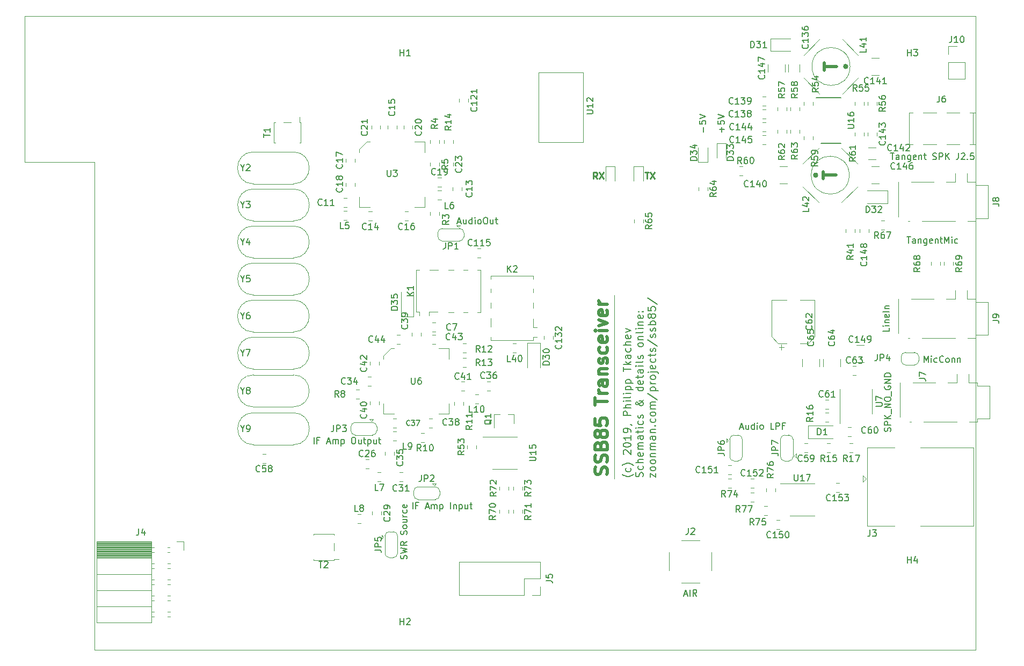
<source format=gbr>
%TF.GenerationSoftware,KiCad,Pcbnew,(5.1.2-1)-1*%
%TF.CreationDate,2019-08-24T23:22:50-04:00*%
%TF.ProjectId,ADIMB,4144494d-422e-46b6-9963-61645f706362,rev?*%
%TF.SameCoordinates,Original*%
%TF.FileFunction,Legend,Top*%
%TF.FilePolarity,Positive*%
%FSLAX46Y46*%
G04 Gerber Fmt 4.6, Leading zero omitted, Abs format (unit mm)*
G04 Created by KiCad (PCBNEW (5.1.2-1)-1) date 2019-08-24 23:22:50*
%MOMM*%
%LPD*%
G04 APERTURE LIST*
%ADD10C,0.120000*%
%ADD11C,0.150000*%
%ADD12C,0.500000*%
%ADD13C,0.050000*%
%ADD14C,0.400000*%
%ADD15C,0.100000*%
%ADD16C,0.250000*%
G04 APERTURE END LIST*
D10*
X143000000Y-64000000D02*
X143000000Y-93000000D01*
D11*
X162822380Y-84875666D02*
X163298571Y-84875666D01*
X162727142Y-85161380D02*
X163060476Y-84161380D01*
X163393809Y-85161380D01*
X164155714Y-84494714D02*
X164155714Y-85161380D01*
X163727142Y-84494714D02*
X163727142Y-85018523D01*
X163774761Y-85113761D01*
X163870000Y-85161380D01*
X164012857Y-85161380D01*
X164108095Y-85113761D01*
X164155714Y-85066142D01*
X165060476Y-85161380D02*
X165060476Y-84161380D01*
X165060476Y-85113761D02*
X164965238Y-85161380D01*
X164774761Y-85161380D01*
X164679523Y-85113761D01*
X164631904Y-85066142D01*
X164584285Y-84970904D01*
X164584285Y-84685190D01*
X164631904Y-84589952D01*
X164679523Y-84542333D01*
X164774761Y-84494714D01*
X164965238Y-84494714D01*
X165060476Y-84542333D01*
X165536666Y-85161380D02*
X165536666Y-84494714D01*
X165536666Y-84161380D02*
X165489047Y-84209000D01*
X165536666Y-84256619D01*
X165584285Y-84209000D01*
X165536666Y-84161380D01*
X165536666Y-84256619D01*
X166155714Y-85161380D02*
X166060476Y-85113761D01*
X166012857Y-85066142D01*
X165965238Y-84970904D01*
X165965238Y-84685190D01*
X166012857Y-84589952D01*
X166060476Y-84542333D01*
X166155714Y-84494714D01*
X166298571Y-84494714D01*
X166393809Y-84542333D01*
X166441428Y-84589952D01*
X166489047Y-84685190D01*
X166489047Y-84970904D01*
X166441428Y-85066142D01*
X166393809Y-85113761D01*
X166298571Y-85161380D01*
X166155714Y-85161380D01*
X168155714Y-85161380D02*
X167679523Y-85161380D01*
X167679523Y-84161380D01*
X168489047Y-85161380D02*
X168489047Y-84161380D01*
X168870000Y-84161380D01*
X168965238Y-84209000D01*
X169012857Y-84256619D01*
X169060476Y-84351857D01*
X169060476Y-84494714D01*
X169012857Y-84589952D01*
X168965238Y-84637571D01*
X168870000Y-84685190D01*
X168489047Y-84685190D01*
X169822380Y-84637571D02*
X169489047Y-84637571D01*
X169489047Y-85161380D02*
X169489047Y-84161380D01*
X169965238Y-84161380D01*
D12*
X141809523Y-92294047D02*
X141904761Y-92008333D01*
X141904761Y-91532142D01*
X141809523Y-91341666D01*
X141714285Y-91246428D01*
X141523809Y-91151190D01*
X141333333Y-91151190D01*
X141142857Y-91246428D01*
X141047619Y-91341666D01*
X140952380Y-91532142D01*
X140857142Y-91913095D01*
X140761904Y-92103571D01*
X140666666Y-92198809D01*
X140476190Y-92294047D01*
X140285714Y-92294047D01*
X140095238Y-92198809D01*
X140000000Y-92103571D01*
X139904761Y-91913095D01*
X139904761Y-91436904D01*
X140000000Y-91151190D01*
X141809523Y-90389285D02*
X141904761Y-90103571D01*
X141904761Y-89627380D01*
X141809523Y-89436904D01*
X141714285Y-89341666D01*
X141523809Y-89246428D01*
X141333333Y-89246428D01*
X141142857Y-89341666D01*
X141047619Y-89436904D01*
X140952380Y-89627380D01*
X140857142Y-90008333D01*
X140761904Y-90198809D01*
X140666666Y-90294047D01*
X140476190Y-90389285D01*
X140285714Y-90389285D01*
X140095238Y-90294047D01*
X140000000Y-90198809D01*
X139904761Y-90008333D01*
X139904761Y-89532142D01*
X140000000Y-89246428D01*
X140857142Y-87722619D02*
X140952380Y-87436904D01*
X141047619Y-87341666D01*
X141238095Y-87246428D01*
X141523809Y-87246428D01*
X141714285Y-87341666D01*
X141809523Y-87436904D01*
X141904761Y-87627380D01*
X141904761Y-88389285D01*
X139904761Y-88389285D01*
X139904761Y-87722619D01*
X140000000Y-87532142D01*
X140095238Y-87436904D01*
X140285714Y-87341666D01*
X140476190Y-87341666D01*
X140666666Y-87436904D01*
X140761904Y-87532142D01*
X140857142Y-87722619D01*
X140857142Y-88389285D01*
X140761904Y-86103571D02*
X140666666Y-86294047D01*
X140571428Y-86389285D01*
X140380952Y-86484523D01*
X140285714Y-86484523D01*
X140095238Y-86389285D01*
X140000000Y-86294047D01*
X139904761Y-86103571D01*
X139904761Y-85722619D01*
X140000000Y-85532142D01*
X140095238Y-85436904D01*
X140285714Y-85341666D01*
X140380952Y-85341666D01*
X140571428Y-85436904D01*
X140666666Y-85532142D01*
X140761904Y-85722619D01*
X140761904Y-86103571D01*
X140857142Y-86294047D01*
X140952380Y-86389285D01*
X141142857Y-86484523D01*
X141523809Y-86484523D01*
X141714285Y-86389285D01*
X141809523Y-86294047D01*
X141904761Y-86103571D01*
X141904761Y-85722619D01*
X141809523Y-85532142D01*
X141714285Y-85436904D01*
X141523809Y-85341666D01*
X141142857Y-85341666D01*
X140952380Y-85436904D01*
X140857142Y-85532142D01*
X140761904Y-85722619D01*
X139904761Y-83532142D02*
X139904761Y-84484523D01*
X140857142Y-84579761D01*
X140761904Y-84484523D01*
X140666666Y-84294047D01*
X140666666Y-83817857D01*
X140761904Y-83627380D01*
X140857142Y-83532142D01*
X141047619Y-83436904D01*
X141523809Y-83436904D01*
X141714285Y-83532142D01*
X141809523Y-83627380D01*
X141904761Y-83817857D01*
X141904761Y-84294047D01*
X141809523Y-84484523D01*
X141714285Y-84579761D01*
X139904761Y-81341666D02*
X139904761Y-80198809D01*
X141904761Y-80770238D02*
X139904761Y-80770238D01*
X141904761Y-79532142D02*
X140571428Y-79532142D01*
X140952380Y-79532142D02*
X140761904Y-79436904D01*
X140666666Y-79341666D01*
X140571428Y-79151190D01*
X140571428Y-78960714D01*
X141904761Y-77436904D02*
X140857142Y-77436904D01*
X140666666Y-77532142D01*
X140571428Y-77722619D01*
X140571428Y-78103571D01*
X140666666Y-78294047D01*
X141809523Y-77436904D02*
X141904761Y-77627380D01*
X141904761Y-78103571D01*
X141809523Y-78294047D01*
X141619047Y-78389285D01*
X141428571Y-78389285D01*
X141238095Y-78294047D01*
X141142857Y-78103571D01*
X141142857Y-77627380D01*
X141047619Y-77436904D01*
X140571428Y-76484523D02*
X141904761Y-76484523D01*
X140761904Y-76484523D02*
X140666666Y-76389285D01*
X140571428Y-76198809D01*
X140571428Y-75913095D01*
X140666666Y-75722619D01*
X140857142Y-75627380D01*
X141904761Y-75627380D01*
X141809523Y-74770238D02*
X141904761Y-74579761D01*
X141904761Y-74198809D01*
X141809523Y-74008333D01*
X141619047Y-73913095D01*
X141523809Y-73913095D01*
X141333333Y-74008333D01*
X141238095Y-74198809D01*
X141238095Y-74484523D01*
X141142857Y-74675000D01*
X140952380Y-74770238D01*
X140857142Y-74770238D01*
X140666666Y-74675000D01*
X140571428Y-74484523D01*
X140571428Y-74198809D01*
X140666666Y-74008333D01*
X141809523Y-72198809D02*
X141904761Y-72389285D01*
X141904761Y-72770238D01*
X141809523Y-72960714D01*
X141714285Y-73055952D01*
X141523809Y-73151190D01*
X140952380Y-73151190D01*
X140761904Y-73055952D01*
X140666666Y-72960714D01*
X140571428Y-72770238D01*
X140571428Y-72389285D01*
X140666666Y-72198809D01*
X141809523Y-70579761D02*
X141904761Y-70770238D01*
X141904761Y-71151190D01*
X141809523Y-71341666D01*
X141619047Y-71436904D01*
X140857142Y-71436904D01*
X140666666Y-71341666D01*
X140571428Y-71151190D01*
X140571428Y-70770238D01*
X140666666Y-70579761D01*
X140857142Y-70484523D01*
X141047619Y-70484523D01*
X141238095Y-71436904D01*
X141904761Y-69627380D02*
X140571428Y-69627380D01*
X139904761Y-69627380D02*
X140000000Y-69722619D01*
X140095238Y-69627380D01*
X140000000Y-69532142D01*
X139904761Y-69627380D01*
X140095238Y-69627380D01*
X140571428Y-68865476D02*
X141904761Y-68389285D01*
X140571428Y-67913095D01*
X141809523Y-66389285D02*
X141904761Y-66579761D01*
X141904761Y-66960714D01*
X141809523Y-67151190D01*
X141619047Y-67246428D01*
X140857142Y-67246428D01*
X140666666Y-67151190D01*
X140571428Y-66960714D01*
X140571428Y-66579761D01*
X140666666Y-66389285D01*
X140857142Y-66294047D01*
X141047619Y-66294047D01*
X141238095Y-67246428D01*
X141904761Y-65436904D02*
X140571428Y-65436904D01*
X140952380Y-65436904D02*
X140761904Y-65341666D01*
X140666666Y-65246428D01*
X140571428Y-65055952D01*
X140571428Y-64865476D01*
D11*
X146050000Y-92273928D02*
X145992857Y-92331071D01*
X145821428Y-92445357D01*
X145707142Y-92502500D01*
X145535714Y-92559642D01*
X145250000Y-92616785D01*
X145021428Y-92616785D01*
X144735714Y-92559642D01*
X144564285Y-92502500D01*
X144450000Y-92445357D01*
X144278571Y-92331071D01*
X144221428Y-92273928D01*
X145535714Y-91302500D02*
X145592857Y-91416785D01*
X145592857Y-91645357D01*
X145535714Y-91759642D01*
X145478571Y-91816785D01*
X145364285Y-91873928D01*
X145021428Y-91873928D01*
X144907142Y-91816785D01*
X144850000Y-91759642D01*
X144792857Y-91645357D01*
X144792857Y-91416785D01*
X144850000Y-91302500D01*
X146050000Y-90902500D02*
X145992857Y-90845357D01*
X145821428Y-90731071D01*
X145707142Y-90673928D01*
X145535714Y-90616785D01*
X145250000Y-90559642D01*
X145021428Y-90559642D01*
X144735714Y-90616785D01*
X144564285Y-90673928D01*
X144450000Y-90731071D01*
X144278571Y-90845357D01*
X144221428Y-90902500D01*
X144507142Y-89131071D02*
X144450000Y-89073928D01*
X144392857Y-88959642D01*
X144392857Y-88673928D01*
X144450000Y-88559642D01*
X144507142Y-88502500D01*
X144621428Y-88445357D01*
X144735714Y-88445357D01*
X144907142Y-88502500D01*
X145592857Y-89188214D01*
X145592857Y-88445357D01*
X144392857Y-87702500D02*
X144392857Y-87588214D01*
X144450000Y-87473928D01*
X144507142Y-87416785D01*
X144621428Y-87359642D01*
X144850000Y-87302500D01*
X145135714Y-87302500D01*
X145364285Y-87359642D01*
X145478571Y-87416785D01*
X145535714Y-87473928D01*
X145592857Y-87588214D01*
X145592857Y-87702500D01*
X145535714Y-87816785D01*
X145478571Y-87873928D01*
X145364285Y-87931071D01*
X145135714Y-87988214D01*
X144850000Y-87988214D01*
X144621428Y-87931071D01*
X144507142Y-87873928D01*
X144450000Y-87816785D01*
X144392857Y-87702500D01*
X145592857Y-86159642D02*
X145592857Y-86845357D01*
X145592857Y-86502500D02*
X144392857Y-86502500D01*
X144564285Y-86616785D01*
X144678571Y-86731071D01*
X144735714Y-86845357D01*
X145592857Y-85588214D02*
X145592857Y-85359642D01*
X145535714Y-85245357D01*
X145478571Y-85188214D01*
X145307142Y-85073928D01*
X145078571Y-85016785D01*
X144621428Y-85016785D01*
X144507142Y-85073928D01*
X144450000Y-85131071D01*
X144392857Y-85245357D01*
X144392857Y-85473928D01*
X144450000Y-85588214D01*
X144507142Y-85645357D01*
X144621428Y-85702500D01*
X144907142Y-85702500D01*
X145021428Y-85645357D01*
X145078571Y-85588214D01*
X145135714Y-85473928D01*
X145135714Y-85245357D01*
X145078571Y-85131071D01*
X145021428Y-85073928D01*
X144907142Y-85016785D01*
X145535714Y-84445357D02*
X145592857Y-84445357D01*
X145707142Y-84502500D01*
X145764285Y-84559642D01*
X145592857Y-83016785D02*
X144392857Y-83016785D01*
X144392857Y-82559642D01*
X144450000Y-82445357D01*
X144507142Y-82388214D01*
X144621428Y-82331071D01*
X144792857Y-82331071D01*
X144907142Y-82388214D01*
X144964285Y-82445357D01*
X145021428Y-82559642D01*
X145021428Y-83016785D01*
X145592857Y-81816785D02*
X144392857Y-81816785D01*
X145592857Y-81302500D02*
X144964285Y-81302500D01*
X144850000Y-81359642D01*
X144792857Y-81473928D01*
X144792857Y-81645357D01*
X144850000Y-81759642D01*
X144907142Y-81816785D01*
X145592857Y-80731071D02*
X144792857Y-80731071D01*
X144392857Y-80731071D02*
X144450000Y-80788214D01*
X144507142Y-80731071D01*
X144450000Y-80673928D01*
X144392857Y-80731071D01*
X144507142Y-80731071D01*
X145592857Y-79988214D02*
X145535714Y-80102500D01*
X145421428Y-80159642D01*
X144392857Y-80159642D01*
X145592857Y-79531071D02*
X144792857Y-79531071D01*
X144392857Y-79531071D02*
X144450000Y-79588214D01*
X144507142Y-79531071D01*
X144450000Y-79473928D01*
X144392857Y-79531071D01*
X144507142Y-79531071D01*
X144792857Y-78959642D02*
X145992857Y-78959642D01*
X144850000Y-78959642D02*
X144792857Y-78845357D01*
X144792857Y-78616785D01*
X144850000Y-78502500D01*
X144907142Y-78445357D01*
X145021428Y-78388214D01*
X145364285Y-78388214D01*
X145478571Y-78445357D01*
X145535714Y-78502500D01*
X145592857Y-78616785D01*
X145592857Y-78845357D01*
X145535714Y-78959642D01*
X144792857Y-77873928D02*
X145992857Y-77873928D01*
X144850000Y-77873928D02*
X144792857Y-77759642D01*
X144792857Y-77531071D01*
X144850000Y-77416785D01*
X144907142Y-77359642D01*
X145021428Y-77302500D01*
X145364285Y-77302500D01*
X145478571Y-77359642D01*
X145535714Y-77416785D01*
X145592857Y-77531071D01*
X145592857Y-77759642D01*
X145535714Y-77873928D01*
X144392857Y-76045357D02*
X144392857Y-75359642D01*
X145592857Y-75702500D02*
X144392857Y-75702500D01*
X145592857Y-74959642D02*
X144392857Y-74959642D01*
X145135714Y-74845357D02*
X145592857Y-74502500D01*
X144792857Y-74502500D02*
X145250000Y-74959642D01*
X145592857Y-73473928D02*
X144964285Y-73473928D01*
X144850000Y-73531071D01*
X144792857Y-73645357D01*
X144792857Y-73873928D01*
X144850000Y-73988214D01*
X145535714Y-73473928D02*
X145592857Y-73588214D01*
X145592857Y-73873928D01*
X145535714Y-73988214D01*
X145421428Y-74045357D01*
X145307142Y-74045357D01*
X145192857Y-73988214D01*
X145135714Y-73873928D01*
X145135714Y-73588214D01*
X145078571Y-73473928D01*
X145535714Y-72388214D02*
X145592857Y-72502500D01*
X145592857Y-72731071D01*
X145535714Y-72845357D01*
X145478571Y-72902500D01*
X145364285Y-72959642D01*
X145021428Y-72959642D01*
X144907142Y-72902500D01*
X144850000Y-72845357D01*
X144792857Y-72731071D01*
X144792857Y-72502500D01*
X144850000Y-72388214D01*
X145592857Y-71873928D02*
X144392857Y-71873928D01*
X145592857Y-71359642D02*
X144964285Y-71359642D01*
X144850000Y-71416785D01*
X144792857Y-71531071D01*
X144792857Y-71702500D01*
X144850000Y-71816785D01*
X144907142Y-71873928D01*
X145535714Y-70331071D02*
X145592857Y-70445357D01*
X145592857Y-70673928D01*
X145535714Y-70788214D01*
X145421428Y-70845357D01*
X144964285Y-70845357D01*
X144850000Y-70788214D01*
X144792857Y-70673928D01*
X144792857Y-70445357D01*
X144850000Y-70331071D01*
X144964285Y-70273928D01*
X145078571Y-70273928D01*
X145192857Y-70845357D01*
X144792857Y-69873928D02*
X145592857Y-69588214D01*
X144792857Y-69302500D01*
X147485714Y-92673928D02*
X147542857Y-92502500D01*
X147542857Y-92216785D01*
X147485714Y-92102500D01*
X147428571Y-92045357D01*
X147314285Y-91988214D01*
X147200000Y-91988214D01*
X147085714Y-92045357D01*
X147028571Y-92102500D01*
X146971428Y-92216785D01*
X146914285Y-92445357D01*
X146857142Y-92559642D01*
X146800000Y-92616785D01*
X146685714Y-92673928D01*
X146571428Y-92673928D01*
X146457142Y-92616785D01*
X146400000Y-92559642D01*
X146342857Y-92445357D01*
X146342857Y-92159642D01*
X146400000Y-91988214D01*
X147485714Y-90959642D02*
X147542857Y-91073928D01*
X147542857Y-91302500D01*
X147485714Y-91416785D01*
X147428571Y-91473928D01*
X147314285Y-91531071D01*
X146971428Y-91531071D01*
X146857142Y-91473928D01*
X146800000Y-91416785D01*
X146742857Y-91302500D01*
X146742857Y-91073928D01*
X146800000Y-90959642D01*
X147542857Y-90445357D02*
X146342857Y-90445357D01*
X147542857Y-89931071D02*
X146914285Y-89931071D01*
X146800000Y-89988214D01*
X146742857Y-90102500D01*
X146742857Y-90273928D01*
X146800000Y-90388214D01*
X146857142Y-90445357D01*
X147485714Y-88902500D02*
X147542857Y-89016785D01*
X147542857Y-89245357D01*
X147485714Y-89359642D01*
X147371428Y-89416785D01*
X146914285Y-89416785D01*
X146800000Y-89359642D01*
X146742857Y-89245357D01*
X146742857Y-89016785D01*
X146800000Y-88902500D01*
X146914285Y-88845357D01*
X147028571Y-88845357D01*
X147142857Y-89416785D01*
X147542857Y-88331071D02*
X146742857Y-88331071D01*
X146857142Y-88331071D02*
X146800000Y-88273928D01*
X146742857Y-88159642D01*
X146742857Y-87988214D01*
X146800000Y-87873928D01*
X146914285Y-87816785D01*
X147542857Y-87816785D01*
X146914285Y-87816785D02*
X146800000Y-87759642D01*
X146742857Y-87645357D01*
X146742857Y-87473928D01*
X146800000Y-87359642D01*
X146914285Y-87302500D01*
X147542857Y-87302500D01*
X147542857Y-86216785D02*
X146914285Y-86216785D01*
X146800000Y-86273928D01*
X146742857Y-86388214D01*
X146742857Y-86616785D01*
X146800000Y-86731071D01*
X147485714Y-86216785D02*
X147542857Y-86331071D01*
X147542857Y-86616785D01*
X147485714Y-86731071D01*
X147371428Y-86788214D01*
X147257142Y-86788214D01*
X147142857Y-86731071D01*
X147085714Y-86616785D01*
X147085714Y-86331071D01*
X147028571Y-86216785D01*
X146742857Y-85816785D02*
X146742857Y-85359642D01*
X146342857Y-85645357D02*
X147371428Y-85645357D01*
X147485714Y-85588214D01*
X147542857Y-85473928D01*
X147542857Y-85359642D01*
X147542857Y-84959642D02*
X146742857Y-84959642D01*
X146342857Y-84959642D02*
X146400000Y-85016785D01*
X146457142Y-84959642D01*
X146400000Y-84902500D01*
X146342857Y-84959642D01*
X146457142Y-84959642D01*
X147485714Y-83873928D02*
X147542857Y-83988214D01*
X147542857Y-84216785D01*
X147485714Y-84331071D01*
X147428571Y-84388214D01*
X147314285Y-84445357D01*
X146971428Y-84445357D01*
X146857142Y-84388214D01*
X146800000Y-84331071D01*
X146742857Y-84216785D01*
X146742857Y-83988214D01*
X146800000Y-83873928D01*
X147485714Y-83416785D02*
X147542857Y-83302500D01*
X147542857Y-83073928D01*
X147485714Y-82959642D01*
X147371428Y-82902500D01*
X147314285Y-82902500D01*
X147200000Y-82959642D01*
X147142857Y-83073928D01*
X147142857Y-83245357D01*
X147085714Y-83359642D01*
X146971428Y-83416785D01*
X146914285Y-83416785D01*
X146800000Y-83359642D01*
X146742857Y-83245357D01*
X146742857Y-83073928D01*
X146800000Y-82959642D01*
X147542857Y-80502500D02*
X147542857Y-80559642D01*
X147485714Y-80673928D01*
X147314285Y-80845357D01*
X146971428Y-81131071D01*
X146800000Y-81245357D01*
X146628571Y-81302500D01*
X146514285Y-81302500D01*
X146400000Y-81245357D01*
X146342857Y-81131071D01*
X146342857Y-81073928D01*
X146400000Y-80959642D01*
X146514285Y-80902500D01*
X146571428Y-80902500D01*
X146685714Y-80959642D01*
X146742857Y-81016785D01*
X146971428Y-81359642D01*
X147028571Y-81416785D01*
X147142857Y-81473928D01*
X147314285Y-81473928D01*
X147428571Y-81416785D01*
X147485714Y-81359642D01*
X147542857Y-81245357D01*
X147542857Y-81073928D01*
X147485714Y-80959642D01*
X147428571Y-80902500D01*
X147200000Y-80731071D01*
X147028571Y-80673928D01*
X146914285Y-80673928D01*
X147542857Y-78559642D02*
X146342857Y-78559642D01*
X147485714Y-78559642D02*
X147542857Y-78673928D01*
X147542857Y-78902500D01*
X147485714Y-79016785D01*
X147428571Y-79073928D01*
X147314285Y-79131071D01*
X146971428Y-79131071D01*
X146857142Y-79073928D01*
X146800000Y-79016785D01*
X146742857Y-78902500D01*
X146742857Y-78673928D01*
X146800000Y-78559642D01*
X147485714Y-77531071D02*
X147542857Y-77645357D01*
X147542857Y-77873928D01*
X147485714Y-77988214D01*
X147371428Y-78045357D01*
X146914285Y-78045357D01*
X146800000Y-77988214D01*
X146742857Y-77873928D01*
X146742857Y-77645357D01*
X146800000Y-77531071D01*
X146914285Y-77473928D01*
X147028571Y-77473928D01*
X147142857Y-78045357D01*
X146742857Y-77131071D02*
X146742857Y-76673928D01*
X146342857Y-76959642D02*
X147371428Y-76959642D01*
X147485714Y-76902500D01*
X147542857Y-76788214D01*
X147542857Y-76673928D01*
X147542857Y-75759642D02*
X146914285Y-75759642D01*
X146800000Y-75816785D01*
X146742857Y-75931071D01*
X146742857Y-76159642D01*
X146800000Y-76273928D01*
X147485714Y-75759642D02*
X147542857Y-75873928D01*
X147542857Y-76159642D01*
X147485714Y-76273928D01*
X147371428Y-76331071D01*
X147257142Y-76331071D01*
X147142857Y-76273928D01*
X147085714Y-76159642D01*
X147085714Y-75873928D01*
X147028571Y-75759642D01*
X147542857Y-75188214D02*
X146742857Y-75188214D01*
X146342857Y-75188214D02*
X146400000Y-75245357D01*
X146457142Y-75188214D01*
X146400000Y-75131071D01*
X146342857Y-75188214D01*
X146457142Y-75188214D01*
X147542857Y-74445357D02*
X147485714Y-74559642D01*
X147371428Y-74616785D01*
X146342857Y-74616785D01*
X147485714Y-74045357D02*
X147542857Y-73931071D01*
X147542857Y-73702500D01*
X147485714Y-73588214D01*
X147371428Y-73531071D01*
X147314285Y-73531071D01*
X147200000Y-73588214D01*
X147142857Y-73702500D01*
X147142857Y-73873928D01*
X147085714Y-73988214D01*
X146971428Y-74045357D01*
X146914285Y-74045357D01*
X146800000Y-73988214D01*
X146742857Y-73873928D01*
X146742857Y-73702500D01*
X146800000Y-73588214D01*
X147542857Y-71931071D02*
X147485714Y-72045357D01*
X147428571Y-72102500D01*
X147314285Y-72159642D01*
X146971428Y-72159642D01*
X146857142Y-72102500D01*
X146800000Y-72045357D01*
X146742857Y-71931071D01*
X146742857Y-71759642D01*
X146800000Y-71645357D01*
X146857142Y-71588214D01*
X146971428Y-71531071D01*
X147314285Y-71531071D01*
X147428571Y-71588214D01*
X147485714Y-71645357D01*
X147542857Y-71759642D01*
X147542857Y-71931071D01*
X146742857Y-71016785D02*
X147542857Y-71016785D01*
X146857142Y-71016785D02*
X146800000Y-70959642D01*
X146742857Y-70845357D01*
X146742857Y-70673928D01*
X146800000Y-70559642D01*
X146914285Y-70502500D01*
X147542857Y-70502500D01*
X147542857Y-69759642D02*
X147485714Y-69873928D01*
X147371428Y-69931071D01*
X146342857Y-69931071D01*
X147542857Y-69302500D02*
X146742857Y-69302500D01*
X146342857Y-69302500D02*
X146400000Y-69359642D01*
X146457142Y-69302500D01*
X146400000Y-69245357D01*
X146342857Y-69302500D01*
X146457142Y-69302500D01*
X146742857Y-68731071D02*
X147542857Y-68731071D01*
X146857142Y-68731071D02*
X146800000Y-68673928D01*
X146742857Y-68559642D01*
X146742857Y-68388214D01*
X146800000Y-68273928D01*
X146914285Y-68216785D01*
X147542857Y-68216785D01*
X147485714Y-67188214D02*
X147542857Y-67302500D01*
X147542857Y-67531071D01*
X147485714Y-67645357D01*
X147371428Y-67702500D01*
X146914285Y-67702500D01*
X146800000Y-67645357D01*
X146742857Y-67531071D01*
X146742857Y-67302500D01*
X146800000Y-67188214D01*
X146914285Y-67131071D01*
X147028571Y-67131071D01*
X147142857Y-67702500D01*
X147428571Y-66616785D02*
X147485714Y-66559642D01*
X147542857Y-66616785D01*
X147485714Y-66673928D01*
X147428571Y-66616785D01*
X147542857Y-66616785D01*
X146800000Y-66616785D02*
X146857142Y-66559642D01*
X146914285Y-66616785D01*
X146857142Y-66673928D01*
X146800000Y-66616785D01*
X146914285Y-66616785D01*
X148692857Y-92731071D02*
X148692857Y-92102500D01*
X149492857Y-92731071D01*
X149492857Y-92102500D01*
X149492857Y-91473928D02*
X149435714Y-91588214D01*
X149378571Y-91645357D01*
X149264285Y-91702500D01*
X148921428Y-91702500D01*
X148807142Y-91645357D01*
X148750000Y-91588214D01*
X148692857Y-91473928D01*
X148692857Y-91302500D01*
X148750000Y-91188214D01*
X148807142Y-91131071D01*
X148921428Y-91073928D01*
X149264285Y-91073928D01*
X149378571Y-91131071D01*
X149435714Y-91188214D01*
X149492857Y-91302500D01*
X149492857Y-91473928D01*
X149492857Y-90388214D02*
X149435714Y-90502500D01*
X149378571Y-90559642D01*
X149264285Y-90616785D01*
X148921428Y-90616785D01*
X148807142Y-90559642D01*
X148750000Y-90502500D01*
X148692857Y-90388214D01*
X148692857Y-90216785D01*
X148750000Y-90102500D01*
X148807142Y-90045357D01*
X148921428Y-89988214D01*
X149264285Y-89988214D01*
X149378571Y-90045357D01*
X149435714Y-90102500D01*
X149492857Y-90216785D01*
X149492857Y-90388214D01*
X148692857Y-89473928D02*
X149492857Y-89473928D01*
X148807142Y-89473928D02*
X148750000Y-89416785D01*
X148692857Y-89302500D01*
X148692857Y-89131071D01*
X148750000Y-89016785D01*
X148864285Y-88959642D01*
X149492857Y-88959642D01*
X149492857Y-88388214D02*
X148692857Y-88388214D01*
X148807142Y-88388214D02*
X148750000Y-88331071D01*
X148692857Y-88216785D01*
X148692857Y-88045357D01*
X148750000Y-87931071D01*
X148864285Y-87873928D01*
X149492857Y-87873928D01*
X148864285Y-87873928D02*
X148750000Y-87816785D01*
X148692857Y-87702500D01*
X148692857Y-87531071D01*
X148750000Y-87416785D01*
X148864285Y-87359642D01*
X149492857Y-87359642D01*
X149492857Y-86273928D02*
X148864285Y-86273928D01*
X148750000Y-86331071D01*
X148692857Y-86445357D01*
X148692857Y-86673928D01*
X148750000Y-86788214D01*
X149435714Y-86273928D02*
X149492857Y-86388214D01*
X149492857Y-86673928D01*
X149435714Y-86788214D01*
X149321428Y-86845357D01*
X149207142Y-86845357D01*
X149092857Y-86788214D01*
X149035714Y-86673928D01*
X149035714Y-86388214D01*
X148978571Y-86273928D01*
X148692857Y-85702500D02*
X149492857Y-85702500D01*
X148807142Y-85702500D02*
X148750000Y-85645357D01*
X148692857Y-85531071D01*
X148692857Y-85359642D01*
X148750000Y-85245357D01*
X148864285Y-85188214D01*
X149492857Y-85188214D01*
X149378571Y-84616785D02*
X149435714Y-84559642D01*
X149492857Y-84616785D01*
X149435714Y-84673928D01*
X149378571Y-84616785D01*
X149492857Y-84616785D01*
X149435714Y-83531071D02*
X149492857Y-83645357D01*
X149492857Y-83873928D01*
X149435714Y-83988214D01*
X149378571Y-84045357D01*
X149264285Y-84102500D01*
X148921428Y-84102500D01*
X148807142Y-84045357D01*
X148750000Y-83988214D01*
X148692857Y-83873928D01*
X148692857Y-83645357D01*
X148750000Y-83531071D01*
X149492857Y-82845357D02*
X149435714Y-82959642D01*
X149378571Y-83016785D01*
X149264285Y-83073928D01*
X148921428Y-83073928D01*
X148807142Y-83016785D01*
X148750000Y-82959642D01*
X148692857Y-82845357D01*
X148692857Y-82673928D01*
X148750000Y-82559642D01*
X148807142Y-82502500D01*
X148921428Y-82445357D01*
X149264285Y-82445357D01*
X149378571Y-82502500D01*
X149435714Y-82559642D01*
X149492857Y-82673928D01*
X149492857Y-82845357D01*
X149492857Y-81931071D02*
X148692857Y-81931071D01*
X148807142Y-81931071D02*
X148750000Y-81873928D01*
X148692857Y-81759642D01*
X148692857Y-81588214D01*
X148750000Y-81473928D01*
X148864285Y-81416785D01*
X149492857Y-81416785D01*
X148864285Y-81416785D02*
X148750000Y-81359642D01*
X148692857Y-81245357D01*
X148692857Y-81073928D01*
X148750000Y-80959642D01*
X148864285Y-80902500D01*
X149492857Y-80902500D01*
X148235714Y-79473928D02*
X149778571Y-80502500D01*
X148692857Y-79073928D02*
X149892857Y-79073928D01*
X148750000Y-79073928D02*
X148692857Y-78959642D01*
X148692857Y-78731071D01*
X148750000Y-78616785D01*
X148807142Y-78559642D01*
X148921428Y-78502500D01*
X149264285Y-78502500D01*
X149378571Y-78559642D01*
X149435714Y-78616785D01*
X149492857Y-78731071D01*
X149492857Y-78959642D01*
X149435714Y-79073928D01*
X149492857Y-77988214D02*
X148692857Y-77988214D01*
X148921428Y-77988214D02*
X148807142Y-77931071D01*
X148750000Y-77873928D01*
X148692857Y-77759642D01*
X148692857Y-77645357D01*
X149492857Y-77073928D02*
X149435714Y-77188214D01*
X149378571Y-77245357D01*
X149264285Y-77302500D01*
X148921428Y-77302500D01*
X148807142Y-77245357D01*
X148750000Y-77188214D01*
X148692857Y-77073928D01*
X148692857Y-76902500D01*
X148750000Y-76788214D01*
X148807142Y-76731071D01*
X148921428Y-76673928D01*
X149264285Y-76673928D01*
X149378571Y-76731071D01*
X149435714Y-76788214D01*
X149492857Y-76902500D01*
X149492857Y-77073928D01*
X148692857Y-76159642D02*
X149721428Y-76159642D01*
X149835714Y-76216785D01*
X149892857Y-76331071D01*
X149892857Y-76388214D01*
X148292857Y-76159642D02*
X148350000Y-76216785D01*
X148407142Y-76159642D01*
X148350000Y-76102500D01*
X148292857Y-76159642D01*
X148407142Y-76159642D01*
X149435714Y-75131071D02*
X149492857Y-75245357D01*
X149492857Y-75473928D01*
X149435714Y-75588214D01*
X149321428Y-75645357D01*
X148864285Y-75645357D01*
X148750000Y-75588214D01*
X148692857Y-75473928D01*
X148692857Y-75245357D01*
X148750000Y-75131071D01*
X148864285Y-75073928D01*
X148978571Y-75073928D01*
X149092857Y-75645357D01*
X149435714Y-74045357D02*
X149492857Y-74159642D01*
X149492857Y-74388214D01*
X149435714Y-74502500D01*
X149378571Y-74559642D01*
X149264285Y-74616785D01*
X148921428Y-74616785D01*
X148807142Y-74559642D01*
X148750000Y-74502500D01*
X148692857Y-74388214D01*
X148692857Y-74159642D01*
X148750000Y-74045357D01*
X148692857Y-73702500D02*
X148692857Y-73245357D01*
X148292857Y-73531071D02*
X149321428Y-73531071D01*
X149435714Y-73473928D01*
X149492857Y-73359642D01*
X149492857Y-73245357D01*
X149435714Y-72902500D02*
X149492857Y-72788214D01*
X149492857Y-72559642D01*
X149435714Y-72445357D01*
X149321428Y-72388214D01*
X149264285Y-72388214D01*
X149150000Y-72445357D01*
X149092857Y-72559642D01*
X149092857Y-72731071D01*
X149035714Y-72845357D01*
X148921428Y-72902500D01*
X148864285Y-72902500D01*
X148750000Y-72845357D01*
X148692857Y-72731071D01*
X148692857Y-72559642D01*
X148750000Y-72445357D01*
X148235714Y-71016785D02*
X149778571Y-72045357D01*
X149435714Y-70673928D02*
X149492857Y-70559642D01*
X149492857Y-70331071D01*
X149435714Y-70216785D01*
X149321428Y-70159642D01*
X149264285Y-70159642D01*
X149150000Y-70216785D01*
X149092857Y-70331071D01*
X149092857Y-70502500D01*
X149035714Y-70616785D01*
X148921428Y-70673928D01*
X148864285Y-70673928D01*
X148750000Y-70616785D01*
X148692857Y-70502500D01*
X148692857Y-70331071D01*
X148750000Y-70216785D01*
X149435714Y-69702500D02*
X149492857Y-69588214D01*
X149492857Y-69359642D01*
X149435714Y-69245357D01*
X149321428Y-69188214D01*
X149264285Y-69188214D01*
X149150000Y-69245357D01*
X149092857Y-69359642D01*
X149092857Y-69531071D01*
X149035714Y-69645357D01*
X148921428Y-69702500D01*
X148864285Y-69702500D01*
X148750000Y-69645357D01*
X148692857Y-69531071D01*
X148692857Y-69359642D01*
X148750000Y-69245357D01*
X149492857Y-68673928D02*
X148292857Y-68673928D01*
X148750000Y-68673928D02*
X148692857Y-68559642D01*
X148692857Y-68331071D01*
X148750000Y-68216785D01*
X148807142Y-68159642D01*
X148921428Y-68102500D01*
X149264285Y-68102500D01*
X149378571Y-68159642D01*
X149435714Y-68216785D01*
X149492857Y-68331071D01*
X149492857Y-68559642D01*
X149435714Y-68673928D01*
X148807142Y-67416785D02*
X148750000Y-67531071D01*
X148692857Y-67588214D01*
X148578571Y-67645357D01*
X148521428Y-67645357D01*
X148407142Y-67588214D01*
X148350000Y-67531071D01*
X148292857Y-67416785D01*
X148292857Y-67188214D01*
X148350000Y-67073928D01*
X148407142Y-67016785D01*
X148521428Y-66959642D01*
X148578571Y-66959642D01*
X148692857Y-67016785D01*
X148750000Y-67073928D01*
X148807142Y-67188214D01*
X148807142Y-67416785D01*
X148864285Y-67531071D01*
X148921428Y-67588214D01*
X149035714Y-67645357D01*
X149264285Y-67645357D01*
X149378571Y-67588214D01*
X149435714Y-67531071D01*
X149492857Y-67416785D01*
X149492857Y-67188214D01*
X149435714Y-67073928D01*
X149378571Y-67016785D01*
X149264285Y-66959642D01*
X149035714Y-66959642D01*
X148921428Y-67016785D01*
X148864285Y-67073928D01*
X148807142Y-67188214D01*
X148292857Y-65873928D02*
X148292857Y-66445357D01*
X148864285Y-66502500D01*
X148807142Y-66445357D01*
X148750000Y-66331071D01*
X148750000Y-66045357D01*
X148807142Y-65931071D01*
X148864285Y-65873928D01*
X148978571Y-65816785D01*
X149264285Y-65816785D01*
X149378571Y-65873928D01*
X149435714Y-65931071D01*
X149492857Y-66045357D01*
X149492857Y-66331071D01*
X149435714Y-66445357D01*
X149378571Y-66502500D01*
X148235714Y-64445357D02*
X149778571Y-65473928D01*
D13*
X61000000Y-120000000D02*
X200000000Y-120000000D01*
X61000000Y-43000000D02*
X61000000Y-120000000D01*
X50000000Y-43000000D02*
X61000000Y-43000000D01*
X50000000Y-20000000D02*
X50000000Y-43000000D01*
X200000000Y-20000000D02*
X200000000Y-120000000D01*
X50000000Y-20000000D02*
X200000000Y-20000000D01*
D10*
X172593000Y-93706000D02*
X169143000Y-93706000D01*
X172593000Y-93706000D02*
X174543000Y-93706000D01*
X172593000Y-98826000D02*
X170643000Y-98826000D01*
X172593000Y-98826000D02*
X174543000Y-98826000D01*
X164460422Y-96595000D02*
X164977578Y-96595000D01*
X164460422Y-95175000D02*
X164977578Y-95175000D01*
X168350000Y-95000578D02*
X168350000Y-94483422D01*
X166930000Y-95000578D02*
X166930000Y-94483422D01*
X167136578Y-97334000D02*
X166619422Y-97334000D01*
X167136578Y-98754000D02*
X166619422Y-98754000D01*
X161421578Y-93016000D02*
X160904422Y-93016000D01*
X161421578Y-94436000D02*
X160904422Y-94436000D01*
X169880000Y-90188000D02*
G75*
G02X169180000Y-89488000I0J700000D01*
G01*
X171180000Y-89488000D02*
G75*
G02X170480000Y-90188000I-700000J0D01*
G01*
X170480000Y-86088000D02*
G75*
G02X171180000Y-86788000I0J-700000D01*
G01*
X169180000Y-86788000D02*
G75*
G02X169880000Y-86088000I700000J0D01*
G01*
X169180000Y-89538000D02*
X169180000Y-86738000D01*
X169880000Y-86088000D02*
X170480000Y-86088000D01*
X171180000Y-86738000D02*
X171180000Y-89538000D01*
X170480000Y-90188000D02*
X169880000Y-90188000D01*
X171380000Y-89338000D02*
X171680000Y-89638000D01*
X171680000Y-89638000D02*
X171680000Y-89038000D01*
X171380000Y-89338000D02*
X171680000Y-89038000D01*
X162479000Y-86088000D02*
G75*
G02X163179000Y-86788000I0J-700000D01*
G01*
X161179000Y-86788000D02*
G75*
G02X161879000Y-86088000I700000J0D01*
G01*
X161879000Y-90188000D02*
G75*
G02X161179000Y-89488000I0J700000D01*
G01*
X163179000Y-89488000D02*
G75*
G02X162479000Y-90188000I-700000J0D01*
G01*
X163179000Y-86738000D02*
X163179000Y-89538000D01*
X162479000Y-90188000D02*
X161879000Y-90188000D01*
X161179000Y-89538000D02*
X161179000Y-86738000D01*
X161879000Y-86088000D02*
X162479000Y-86088000D01*
X160979000Y-86938000D02*
X160679000Y-86638000D01*
X160679000Y-86638000D02*
X160679000Y-87238000D01*
X160979000Y-86938000D02*
X160679000Y-87238000D01*
X178439578Y-93651000D02*
X177922422Y-93651000D01*
X178439578Y-95071000D02*
X177922422Y-95071000D01*
X164460422Y-94436000D02*
X164977578Y-94436000D01*
X164460422Y-93016000D02*
X164977578Y-93016000D01*
X160904422Y-92277000D02*
X161421578Y-92277000D01*
X160904422Y-90857000D02*
X161421578Y-90857000D01*
X169041578Y-99493000D02*
X168524422Y-99493000D01*
X169041578Y-100913000D02*
X168524422Y-100913000D01*
X127052000Y-94229422D02*
X127052000Y-94746578D01*
X128472000Y-94229422D02*
X128472000Y-94746578D01*
X124893000Y-94229422D02*
X124893000Y-94746578D01*
X126313000Y-94229422D02*
X126313000Y-94746578D01*
X127052000Y-97912422D02*
X127052000Y-98429578D01*
X128472000Y-97912422D02*
X128472000Y-98429578D01*
X124893000Y-97912422D02*
X124893000Y-98429578D01*
X126313000Y-97912422D02*
X126313000Y-98429578D01*
X127183000Y-82806000D02*
X127183000Y-84266000D01*
X124023000Y-82806000D02*
X124023000Y-84966000D01*
X124023000Y-82806000D02*
X124953000Y-82806000D01*
X127183000Y-82806000D02*
X126253000Y-82806000D01*
X194997000Y-58796422D02*
X194997000Y-59313578D01*
X196417000Y-58796422D02*
X196417000Y-59313578D01*
X192965000Y-58796422D02*
X192965000Y-59313578D01*
X194385000Y-58796422D02*
X194385000Y-59313578D01*
X185551578Y-52249000D02*
X185034422Y-52249000D01*
X185551578Y-53669000D02*
X185034422Y-53669000D01*
X181134936Y-74639000D02*
X182339064Y-74639000D01*
X181134936Y-71919000D02*
X182339064Y-71919000D01*
X183082000Y-54106578D02*
X183082000Y-53589422D01*
X181662000Y-54106578D02*
X181662000Y-53589422D01*
X146102000Y-52065422D02*
X146102000Y-52582578D01*
X147522000Y-52065422D02*
X147522000Y-52582578D01*
X156262000Y-46985422D02*
X156262000Y-47502578D01*
X157682000Y-46985422D02*
X157682000Y-47502578D01*
X162682422Y-45160000D02*
X163199578Y-45160000D01*
X162682422Y-43740000D02*
X163199578Y-43740000D01*
X141632000Y-43727000D02*
X141632000Y-46012000D01*
X143102000Y-43727000D02*
X141632000Y-43727000D01*
X143102000Y-46012000D02*
X143102000Y-43727000D01*
X146077000Y-43727000D02*
X146077000Y-46012000D01*
X147547000Y-43727000D02*
X146077000Y-43727000D01*
X147547000Y-46012000D02*
X147547000Y-43727000D01*
X109363000Y-67401000D02*
X109363000Y-63501000D01*
X111363000Y-67401000D02*
X111363000Y-63501000D01*
X109363000Y-67401000D02*
X111363000Y-67401000D01*
X157707000Y-43014000D02*
X157707000Y-40729000D01*
X156237000Y-43014000D02*
X157707000Y-43014000D01*
X156237000Y-40729000D02*
X156237000Y-43014000D01*
X159158000Y-40044000D02*
X159158000Y-42329000D01*
X160628000Y-40044000D02*
X159158000Y-40044000D01*
X160628000Y-42329000D02*
X160628000Y-40044000D01*
X199940000Y-46176000D02*
X199940000Y-46676000D01*
X199940000Y-51876000D02*
X199940000Y-52376000D01*
X201940000Y-51876000D02*
X199940000Y-51876000D01*
X201940000Y-46676000D02*
X201940000Y-51876000D01*
X199940000Y-46676000D02*
X201940000Y-46676000D01*
X199940000Y-52376000D02*
X198740000Y-52376000D01*
X196790000Y-52376000D02*
X191540000Y-52376000D01*
X189590000Y-52376000D02*
X189290000Y-52376000D01*
X187740000Y-51626000D02*
X187740000Y-46176000D01*
X189790000Y-46176000D02*
X193390000Y-46176000D01*
X195290000Y-46176000D02*
X196790000Y-46176000D01*
X198640000Y-46176000D02*
X199940000Y-46176000D01*
X198640000Y-46176000D02*
X198640000Y-44826000D01*
X196790000Y-46176000D02*
X196790000Y-44826000D01*
X200194000Y-77799000D02*
X200194000Y-78299000D01*
X200194000Y-83499000D02*
X200194000Y-83999000D01*
X202194000Y-83499000D02*
X200194000Y-83499000D01*
X202194000Y-78299000D02*
X202194000Y-83499000D01*
X200194000Y-78299000D02*
X202194000Y-78299000D01*
X200194000Y-83999000D02*
X198994000Y-83999000D01*
X197044000Y-83999000D02*
X191794000Y-83999000D01*
X189844000Y-83999000D02*
X189544000Y-83999000D01*
X187994000Y-83249000D02*
X187994000Y-77799000D01*
X190044000Y-77799000D02*
X193644000Y-77799000D01*
X195544000Y-77799000D02*
X197044000Y-77799000D01*
X198894000Y-77799000D02*
X200194000Y-77799000D01*
X198894000Y-77799000D02*
X198894000Y-76449000D01*
X197044000Y-77799000D02*
X197044000Y-76449000D01*
D14*
X174938000Y-45085000D02*
G75*
G03X174938000Y-45085000I-200000J0D01*
G01*
D15*
X180038000Y-45085000D02*
G75*
G03X180038000Y-45085000I-3000000J0D01*
G01*
X181338000Y-46885000D02*
X178838000Y-49385000D01*
X178838000Y-40785000D02*
X181338000Y-43285000D01*
X172738000Y-43285000D02*
X175238000Y-40785000D01*
X175238000Y-49385000D02*
X172738000Y-46885000D01*
D14*
X179665000Y-27940000D02*
G75*
G03X179665000Y-27940000I-200000J0D01*
G01*
D15*
X180165000Y-27940000D02*
G75*
G03X180165000Y-27940000I-3000000J0D01*
G01*
X172865000Y-26140000D02*
X175365000Y-23640000D01*
X175365000Y-32240000D02*
X172865000Y-29740000D01*
X181465000Y-29740000D02*
X178965000Y-32240000D01*
X178965000Y-23640000D02*
X181465000Y-26140000D01*
D10*
X195647000Y-24705000D02*
X196977000Y-24705000D01*
X195647000Y-26035000D02*
X195647000Y-24705000D01*
X195647000Y-27305000D02*
X198307000Y-27305000D01*
X198307000Y-27305000D02*
X198307000Y-29905000D01*
X195647000Y-27305000D02*
X195647000Y-29905000D01*
X195647000Y-29905000D02*
X198307000Y-29905000D01*
X182932000Y-38349422D02*
X182932000Y-38866578D01*
X184352000Y-38349422D02*
X184352000Y-38866578D01*
X172160000Y-38485578D02*
X172160000Y-37968422D01*
X170740000Y-38485578D02*
X170740000Y-37968422D01*
X168708000Y-37968422D02*
X168708000Y-38485578D01*
X170128000Y-37968422D02*
X170128000Y-38485578D01*
X182320000Y-38866578D02*
X182320000Y-38349422D01*
X180900000Y-38866578D02*
X180900000Y-38349422D01*
X172899000Y-38984422D02*
X172899000Y-39501578D01*
X174319000Y-38984422D02*
X174319000Y-39501578D01*
X170740000Y-34412422D02*
X170740000Y-34929578D01*
X172160000Y-34412422D02*
X172160000Y-34929578D01*
X170128000Y-34929578D02*
X170128000Y-34412422D01*
X168708000Y-34929578D02*
X168708000Y-34412422D01*
X182932000Y-33523422D02*
X182932000Y-34040578D01*
X184352000Y-33523422D02*
X184352000Y-34040578D01*
X182320000Y-34040578D02*
X182320000Y-33523422D01*
X180900000Y-34040578D02*
X180900000Y-33523422D01*
X174319000Y-34040578D02*
X174319000Y-33523422D01*
X172899000Y-34040578D02*
X172899000Y-33523422D01*
X186096000Y-47514000D02*
X186096000Y-49514000D01*
X186096000Y-47514000D02*
X182896000Y-47514000D01*
X182896000Y-49514000D02*
X186096000Y-49514000D01*
X167599000Y-25511000D02*
X167599000Y-23511000D01*
X167599000Y-25511000D02*
X170799000Y-25511000D01*
X170799000Y-23511000D02*
X167599000Y-23511000D01*
X169889000Y-28796064D02*
X169889000Y-27591936D01*
X167169000Y-28796064D02*
X167169000Y-27591936D01*
X184752064Y-43725000D02*
X183547936Y-43725000D01*
X184752064Y-46445000D02*
X183547936Y-46445000D01*
X166882578Y-38787000D02*
X166365422Y-38787000D01*
X166882578Y-40207000D02*
X166365422Y-40207000D01*
X166882578Y-36755000D02*
X166365422Y-36755000D01*
X166882578Y-38175000D02*
X166365422Y-38175000D01*
X184244064Y-40746000D02*
X183039936Y-40746000D01*
X184244064Y-42566000D02*
X183039936Y-42566000D01*
X184752064Y-26580000D02*
X183547936Y-26580000D01*
X184752064Y-29300000D02*
X183547936Y-29300000D01*
X169069936Y-46445000D02*
X170274064Y-46445000D01*
X169069936Y-43725000D02*
X170274064Y-43725000D01*
X166882578Y-32691000D02*
X166365422Y-32691000D01*
X166882578Y-34111000D02*
X166365422Y-34111000D01*
X166882578Y-34723000D02*
X166365422Y-34723000D01*
X166882578Y-36143000D02*
X166365422Y-36143000D01*
X170413000Y-27591936D02*
X170413000Y-28796064D01*
X172233000Y-27591936D02*
X172233000Y-28796064D01*
D11*
X174840000Y-32824000D02*
X178715000Y-32824000D01*
X175615000Y-40074000D02*
X178715000Y-40074000D01*
D10*
X125730000Y-86340000D02*
X122280000Y-86340000D01*
X125730000Y-86340000D02*
X127680000Y-86340000D01*
X125730000Y-91460000D02*
X123780000Y-91460000D01*
X125730000Y-91460000D02*
X127680000Y-91460000D01*
X119813000Y-87703922D02*
X119813000Y-88221078D01*
X121233000Y-87703922D02*
X121233000Y-88221078D01*
X127512578Y-71680000D02*
X126995422Y-71680000D01*
X127512578Y-73100000D02*
X126995422Y-73100000D01*
X130173000Y-71130000D02*
X123513000Y-71140000D01*
X123513000Y-71140000D02*
X123513000Y-70640000D01*
X123513000Y-69040000D02*
X123513000Y-67640000D01*
X123513000Y-66040000D02*
X123513000Y-65240000D01*
X123513000Y-63640000D02*
X123513000Y-63040000D01*
X123513000Y-61440000D02*
X123513000Y-60940000D01*
X123513000Y-60940000D02*
X130213000Y-60940000D01*
X130213000Y-60940000D02*
X130213000Y-61440000D01*
X130213000Y-63040000D02*
X130213000Y-63640000D01*
X130213000Y-65240000D02*
X130213000Y-66040000D01*
X130173000Y-67730000D02*
X130173000Y-69130000D01*
X130173000Y-71130000D02*
X130173000Y-70630000D01*
X130173000Y-70630000D02*
X130773000Y-70630000D01*
X130173000Y-69130000D02*
X130773000Y-69130000D01*
X131302000Y-71537000D02*
X131302000Y-75437000D01*
X129302000Y-71537000D02*
X129302000Y-75437000D01*
X131302000Y-71537000D02*
X129302000Y-71537000D01*
X133298000Y-70997578D02*
X133298000Y-70480422D01*
X131878000Y-70997578D02*
X131878000Y-70480422D01*
X95555000Y-105659000D02*
X95555000Y-105859000D01*
X95555000Y-105859000D02*
X98755000Y-105859000D01*
X98755000Y-105859000D02*
X98755000Y-105659000D01*
X98755000Y-105659000D02*
X99555000Y-105659000D01*
X98755000Y-104359000D02*
X98755000Y-103159000D01*
X98755000Y-101859000D02*
X98755000Y-101659000D01*
X98755000Y-101659000D02*
X95555000Y-101659000D01*
X95555000Y-101659000D02*
X95555000Y-101859000D01*
X93340000Y-39954000D02*
X93540000Y-39954000D01*
X93540000Y-39954000D02*
X93540000Y-36754000D01*
X93540000Y-36754000D02*
X93340000Y-36754000D01*
X93340000Y-36754000D02*
X93340000Y-35954000D01*
X92040000Y-36754000D02*
X90840000Y-36754000D01*
X89540000Y-36754000D02*
X89340000Y-36754000D01*
X89340000Y-36754000D02*
X89340000Y-39954000D01*
X89340000Y-39954000D02*
X89540000Y-39954000D01*
D15*
X131066000Y-28890000D02*
X138066000Y-28890000D01*
X131066000Y-39890000D02*
X131066000Y-28890000D01*
X138066000Y-39890000D02*
X131066000Y-39890000D01*
X138066000Y-28890000D02*
X138066000Y-39890000D01*
D10*
X108123000Y-101328000D02*
G75*
G02X108823000Y-102028000I0J-700000D01*
G01*
X106823000Y-102028000D02*
G75*
G02X107523000Y-101328000I700000J0D01*
G01*
X107523000Y-105428000D02*
G75*
G02X106823000Y-104728000I0J700000D01*
G01*
X108823000Y-104728000D02*
G75*
G02X108123000Y-105428000I-700000J0D01*
G01*
X108823000Y-101978000D02*
X108823000Y-104778000D01*
X108123000Y-105428000D02*
X107523000Y-105428000D01*
X106823000Y-104778000D02*
X106823000Y-101978000D01*
X107523000Y-101328000D02*
X108123000Y-101328000D01*
X106623000Y-102178000D02*
X106323000Y-101878000D01*
X106323000Y-101878000D02*
X106323000Y-102478000D01*
X106623000Y-102178000D02*
X106323000Y-102478000D01*
X118543000Y-33015422D02*
X118543000Y-33532578D01*
X119963000Y-33015422D02*
X119963000Y-33532578D01*
X199940000Y-64591000D02*
X199940000Y-65091000D01*
X199940000Y-70291000D02*
X199940000Y-70791000D01*
X201940000Y-70291000D02*
X199940000Y-70291000D01*
X201940000Y-65091000D02*
X201940000Y-70291000D01*
X199940000Y-65091000D02*
X201940000Y-65091000D01*
X199940000Y-70791000D02*
X198740000Y-70791000D01*
X196790000Y-70791000D02*
X191540000Y-70791000D01*
X189590000Y-70791000D02*
X189290000Y-70791000D01*
X187740000Y-70041000D02*
X187740000Y-64591000D01*
X189790000Y-64591000D02*
X193390000Y-64591000D01*
X195290000Y-64591000D02*
X196790000Y-64591000D01*
X198640000Y-64591000D02*
X199940000Y-64591000D01*
X198640000Y-64591000D02*
X198640000Y-63241000D01*
X196790000Y-64591000D02*
X196790000Y-63241000D01*
D15*
X199564000Y-40219000D02*
X199564000Y-35219000D01*
X189464000Y-35219000D02*
X190064000Y-35219000D01*
X189464000Y-40219000D02*
X189464000Y-35219000D01*
X190064000Y-40219000D02*
X189464000Y-40219000D01*
X193764000Y-40219000D02*
X191664000Y-40219000D01*
X197464000Y-40219000D02*
X195364000Y-40219000D01*
X193764000Y-35219000D02*
X191664000Y-35219000D01*
X197464000Y-35219000D02*
X195364000Y-35219000D01*
X199964000Y-35219000D02*
X199064000Y-35219000D01*
X199964000Y-40219000D02*
X199064000Y-40219000D01*
X199964000Y-40219000D02*
X199964000Y-35219000D01*
D10*
X179503000Y-53589422D02*
X179503000Y-54106578D01*
X180923000Y-53589422D02*
X180923000Y-54106578D01*
X188911000Y-73041000D02*
X190311000Y-73041000D01*
X191011000Y-73741000D02*
X191011000Y-74341000D01*
X190311000Y-75041000D02*
X188911000Y-75041000D01*
X188211000Y-74341000D02*
X188211000Y-73741000D01*
X188211000Y-73741000D02*
G75*
G02X188911000Y-73041000I700000J0D01*
G01*
X188911000Y-75041000D02*
G75*
G02X188211000Y-74341000I0J700000D01*
G01*
X191011000Y-74341000D02*
G75*
G02X190311000Y-75041000I-700000J0D01*
G01*
X190311000Y-73041000D02*
G75*
G02X191011000Y-73741000I0J-700000D01*
G01*
X121407422Y-58114000D02*
X121924578Y-58114000D01*
X121407422Y-56694000D02*
X121924578Y-56694000D01*
X115461000Y-95550000D02*
G75*
G02X114761000Y-96250000I-700000J0D01*
G01*
X114761000Y-94250000D02*
G75*
G02X115461000Y-94950000I0J-700000D01*
G01*
X111361000Y-94950000D02*
G75*
G02X112061000Y-94250000I700000J0D01*
G01*
X112061000Y-96250000D02*
G75*
G02X111361000Y-95550000I0J700000D01*
G01*
X114811000Y-96250000D02*
X112011000Y-96250000D01*
X111361000Y-95550000D02*
X111361000Y-94950000D01*
X112011000Y-94250000D02*
X114811000Y-94250000D01*
X115461000Y-94950000D02*
X115461000Y-95550000D01*
X114611000Y-94050000D02*
X114911000Y-93750000D01*
X114911000Y-93750000D02*
X114311000Y-93750000D01*
X114611000Y-94050000D02*
X114311000Y-93750000D01*
X86129000Y-47259000D02*
G75*
G03X86129000Y-52309000I0J-2525000D01*
G01*
X92379000Y-47259000D02*
G75*
G02X92379000Y-52309000I0J-2525000D01*
G01*
X92379000Y-47259000D02*
X86129000Y-47259000D01*
X92379000Y-52309000D02*
X86129000Y-52309000D01*
X119271000Y-54783000D02*
G75*
G02X118571000Y-55483000I-700000J0D01*
G01*
X118571000Y-53483000D02*
G75*
G02X119271000Y-54183000I0J-700000D01*
G01*
X115171000Y-54183000D02*
G75*
G02X115871000Y-53483000I700000J0D01*
G01*
X115871000Y-55483000D02*
G75*
G02X115171000Y-54783000I0J700000D01*
G01*
X118621000Y-55483000D02*
X115821000Y-55483000D01*
X115171000Y-54783000D02*
X115171000Y-54183000D01*
X115821000Y-53483000D02*
X118621000Y-53483000D01*
X119271000Y-54183000D02*
X119271000Y-54783000D01*
X118421000Y-53283000D02*
X118721000Y-52983000D01*
X118721000Y-52983000D02*
X118121000Y-52983000D01*
X118421000Y-53283000D02*
X118121000Y-52983000D01*
X153550000Y-102690000D02*
X156450000Y-102690000D01*
X153550000Y-109400000D02*
X156450000Y-109400000D01*
X158355000Y-104595000D02*
X158355000Y-107495000D01*
X151645000Y-104595000D02*
X151645000Y-107495000D01*
X106176578Y-92000000D02*
X105659422Y-92000000D01*
X106176578Y-93420000D02*
X105659422Y-93420000D01*
X105555000Y-85390000D02*
G75*
G02X104855000Y-86090000I-700000J0D01*
G01*
X104855000Y-84090000D02*
G75*
G02X105555000Y-84790000I0J-700000D01*
G01*
X101455000Y-84790000D02*
G75*
G02X102155000Y-84090000I700000J0D01*
G01*
X102155000Y-86090000D02*
G75*
G02X101455000Y-85390000I0J700000D01*
G01*
X104905000Y-86090000D02*
X102105000Y-86090000D01*
X101455000Y-85390000D02*
X101455000Y-84790000D01*
X102105000Y-84090000D02*
X104905000Y-84090000D01*
X105555000Y-84790000D02*
X105555000Y-85390000D01*
X104705000Y-83890000D02*
X105005000Y-83590000D01*
X105005000Y-83590000D02*
X104405000Y-83590000D01*
X104705000Y-83890000D02*
X104405000Y-83590000D01*
X109088422Y-93420000D02*
X109605578Y-93420000D01*
X109088422Y-92000000D02*
X109605578Y-92000000D01*
X103754422Y-91388000D02*
X104271578Y-91388000D01*
X103754422Y-89968000D02*
X104271578Y-89968000D01*
X178542000Y-80772000D02*
X178542000Y-84222000D01*
X178542000Y-80772000D02*
X178542000Y-78822000D01*
X183662000Y-80772000D02*
X183662000Y-82722000D01*
X183662000Y-80772000D02*
X183662000Y-78822000D01*
X131330000Y-110000000D02*
X131330000Y-111330000D01*
X131330000Y-111330000D02*
X130000000Y-111330000D01*
X131330000Y-108730000D02*
X128730000Y-108730000D01*
X128730000Y-108730000D02*
X128730000Y-111330000D01*
X128730000Y-111330000D02*
X118510000Y-111330000D01*
X118510000Y-106130000D02*
X118510000Y-111330000D01*
X131330000Y-106130000D02*
X118510000Y-106130000D01*
X131330000Y-106130000D02*
X131330000Y-108730000D01*
X182180000Y-93500000D02*
X182680000Y-93000000D01*
X182180000Y-92500000D02*
X182180000Y-93500000D01*
X182680000Y-93000000D02*
X182180000Y-92500000D01*
X199620000Y-100410000D02*
X191260000Y-100410000D01*
X199620000Y-88090000D02*
X199620000Y-100410000D01*
X191260000Y-88090000D02*
X199620000Y-88090000D01*
X182900000Y-100410000D02*
X187160000Y-100410000D01*
X182900000Y-88090000D02*
X182900000Y-100410000D01*
X187160000Y-88090000D02*
X182900000Y-88090000D01*
D15*
X116925000Y-82762000D02*
X116925000Y-81112000D01*
X115275000Y-82762000D02*
X116925000Y-82762000D01*
X106595000Y-82762000D02*
X106595000Y-81112000D01*
X108245000Y-82762000D02*
X106595000Y-82762000D01*
X116925000Y-72432000D02*
X116925000Y-74082000D01*
X115275000Y-72432000D02*
X116925000Y-72432000D01*
X106595000Y-73582000D02*
X106595000Y-74082000D01*
X107745000Y-72432000D02*
X106595000Y-73582000D01*
X108245000Y-72432000D02*
X107745000Y-72432000D01*
D10*
X102230422Y-80339000D02*
X102747578Y-80339000D01*
X102230422Y-78919000D02*
X102747578Y-78919000D01*
X119121422Y-75386000D02*
X119638578Y-75386000D01*
X119121422Y-73966000D02*
X119638578Y-73966000D01*
X119121422Y-73100000D02*
X119638578Y-73100000D01*
X119121422Y-71680000D02*
X119638578Y-71680000D01*
X119201000Y-81411578D02*
X119201000Y-80894422D01*
X117781000Y-81411578D02*
X117781000Y-80894422D01*
X112517422Y-87197000D02*
X113034578Y-87197000D01*
X112517422Y-85777000D02*
X113034578Y-85777000D01*
X121543578Y-79681000D02*
X121026422Y-79681000D01*
X121543578Y-81101000D02*
X121026422Y-81101000D01*
X108072422Y-86943000D02*
X108589578Y-86943000D01*
X108072422Y-85523000D02*
X108589578Y-85523000D01*
X104652578Y-76887000D02*
X104135422Y-76887000D01*
X104652578Y-78307000D02*
X104135422Y-78307000D01*
X109224578Y-70283000D02*
X108707422Y-70283000D01*
X109224578Y-71703000D02*
X108707422Y-71703000D01*
X114295422Y-71703000D02*
X114812578Y-71703000D01*
X114295422Y-70283000D02*
X114812578Y-70283000D01*
X105866000Y-75061578D02*
X105866000Y-74544422D01*
X104446000Y-75061578D02*
X104446000Y-74544422D01*
X119384578Y-77649000D02*
X118867422Y-77649000D01*
X119384578Y-79069000D02*
X118867422Y-79069000D01*
X105866000Y-81284578D02*
X105866000Y-80767422D01*
X104446000Y-81284578D02*
X104446000Y-80767422D01*
X112470000Y-70489578D02*
X112470000Y-69972422D01*
X111050000Y-70489578D02*
X111050000Y-69972422D01*
X113787422Y-84911000D02*
X114304578Y-84911000D01*
X113787422Y-83491000D02*
X114304578Y-83491000D01*
X108589578Y-83491000D02*
X108072422Y-83491000D01*
X108589578Y-84911000D02*
X108072422Y-84911000D01*
X122931422Y-79069000D02*
X123448578Y-79069000D01*
X122931422Y-77649000D02*
X123448578Y-77649000D01*
X106859000Y-88768422D02*
X106859000Y-89285578D01*
X108279000Y-88768422D02*
X108279000Y-89285578D01*
X168954750Y-72242750D02*
X169742250Y-72242750D01*
X169348500Y-72636500D02*
X169348500Y-71849000D01*
X173541563Y-71609000D02*
X174606000Y-70544563D01*
X168850437Y-71609000D02*
X167786000Y-70544563D01*
X168850437Y-71609000D02*
X170136000Y-71609000D01*
X173541563Y-71609000D02*
X172256000Y-71609000D01*
X174606000Y-70544563D02*
X174606000Y-64789000D01*
X167786000Y-70544563D02*
X167786000Y-64789000D01*
X167786000Y-64789000D02*
X170136000Y-64789000D01*
X174606000Y-64789000D02*
X172256000Y-64789000D01*
X180598578Y-87428000D02*
X180081422Y-87428000D01*
X180598578Y-88848000D02*
X180081422Y-88848000D01*
X176271422Y-84022000D02*
X176788578Y-84022000D01*
X176271422Y-82602000D02*
X176788578Y-82602000D01*
X177042578Y-87428000D02*
X176525422Y-87428000D01*
X177042578Y-88848000D02*
X176525422Y-88848000D01*
X116130000Y-39570922D02*
X116130000Y-40088078D01*
X117550000Y-39570922D02*
X117550000Y-40088078D01*
X173518000Y-84598000D02*
X177418000Y-84598000D01*
X173518000Y-86598000D02*
X177418000Y-86598000D01*
X173518000Y-84598000D02*
X173518000Y-86598000D01*
X172630000Y-74073936D02*
X172630000Y-75278064D01*
X175350000Y-74073936D02*
X175350000Y-75278064D01*
X175932000Y-74073936D02*
X175932000Y-75278064D01*
X178652000Y-74073936D02*
X178652000Y-75278064D01*
X180589422Y-76656000D02*
X181106578Y-76656000D01*
X180589422Y-75236000D02*
X181106578Y-75236000D01*
X176271422Y-81990000D02*
X176788578Y-81990000D01*
X176271422Y-80570000D02*
X176788578Y-80570000D01*
X180344578Y-84888000D02*
X179827422Y-84888000D01*
X180344578Y-86308000D02*
X179827422Y-86308000D01*
X173486578Y-87428000D02*
X172969422Y-87428000D01*
X173486578Y-88848000D02*
X172969422Y-88848000D01*
X74000000Y-102870000D02*
X75110000Y-102870000D01*
X75110000Y-102870000D02*
X75110000Y-104200000D01*
X61370000Y-102870000D02*
X61370000Y-115690000D01*
X61370000Y-115690000D02*
X70000000Y-115690000D01*
X70000000Y-102870000D02*
X70000000Y-115690000D01*
X61370000Y-102870000D02*
X70000000Y-102870000D01*
X61370000Y-113090000D02*
X70000000Y-113090000D01*
X61370000Y-110550000D02*
X70000000Y-110550000D01*
X61370000Y-108010000D02*
X70000000Y-108010000D01*
X61370000Y-105470000D02*
X70000000Y-105470000D01*
X72510000Y-114720000D02*
X72950000Y-114720000D01*
X70000000Y-114720000D02*
X70410000Y-114720000D01*
X72510000Y-114000000D02*
X72950000Y-114000000D01*
X70000000Y-114000000D02*
X70410000Y-114000000D01*
X72510000Y-112180000D02*
X72950000Y-112180000D01*
X70000000Y-112180000D02*
X70410000Y-112180000D01*
X72510000Y-111460000D02*
X72950000Y-111460000D01*
X70000000Y-111460000D02*
X70410000Y-111460000D01*
X72510000Y-109640000D02*
X72950000Y-109640000D01*
X70000000Y-109640000D02*
X70410000Y-109640000D01*
X72510000Y-108920000D02*
X72950000Y-108920000D01*
X70000000Y-108920000D02*
X70410000Y-108920000D01*
X72510000Y-107100000D02*
X72950000Y-107100000D01*
X70000000Y-107100000D02*
X70410000Y-107100000D01*
X72510000Y-106380000D02*
X72950000Y-106380000D01*
X70000000Y-106380000D02*
X70410000Y-106380000D01*
X72510000Y-104560000D02*
X72890000Y-104560000D01*
X70000000Y-104560000D02*
X70410000Y-104560000D01*
X72510000Y-103840000D02*
X72890000Y-103840000D01*
X70000000Y-103840000D02*
X70410000Y-103840000D01*
X61370000Y-105351900D02*
X70000000Y-105351900D01*
X61370000Y-105233805D02*
X70000000Y-105233805D01*
X61370000Y-105115710D02*
X70000000Y-105115710D01*
X61370000Y-104997615D02*
X70000000Y-104997615D01*
X61370000Y-104879520D02*
X70000000Y-104879520D01*
X61370000Y-104761425D02*
X70000000Y-104761425D01*
X61370000Y-104643330D02*
X70000000Y-104643330D01*
X61370000Y-104525235D02*
X70000000Y-104525235D01*
X61370000Y-104407140D02*
X70000000Y-104407140D01*
X61370000Y-104289045D02*
X70000000Y-104289045D01*
X61370000Y-104170950D02*
X70000000Y-104170950D01*
X61370000Y-104052855D02*
X70000000Y-104052855D01*
X61370000Y-103934760D02*
X70000000Y-103934760D01*
X61370000Y-103816665D02*
X70000000Y-103816665D01*
X61370000Y-103698570D02*
X70000000Y-103698570D01*
X61370000Y-103580475D02*
X70000000Y-103580475D01*
X61370000Y-103462380D02*
X70000000Y-103462380D01*
X61370000Y-103344285D02*
X70000000Y-103344285D01*
X61370000Y-103226190D02*
X70000000Y-103226190D01*
X61370000Y-103108095D02*
X70000000Y-103108095D01*
X61370000Y-102990000D02*
X70000000Y-102990000D01*
X86129000Y-82565000D02*
G75*
G03X86129000Y-87615000I0J-2525000D01*
G01*
X92379000Y-82565000D02*
G75*
G02X92379000Y-87615000I0J-2525000D01*
G01*
X92379000Y-82565000D02*
X86129000Y-82565000D01*
X92379000Y-87615000D02*
X86129000Y-87615000D01*
X92359000Y-81646000D02*
G75*
G03X92359000Y-76596000I0J2525000D01*
G01*
X86109000Y-81646000D02*
G75*
G02X86109000Y-76596000I0J2525000D01*
G01*
X86109000Y-81646000D02*
X92359000Y-81646000D01*
X86109000Y-76596000D02*
X92359000Y-76596000D01*
X86129000Y-70627000D02*
G75*
G03X86129000Y-75677000I0J-2525000D01*
G01*
X92379000Y-70627000D02*
G75*
G02X92379000Y-75677000I0J-2525000D01*
G01*
X92379000Y-70627000D02*
X86129000Y-70627000D01*
X92379000Y-75677000D02*
X86129000Y-75677000D01*
X92359000Y-69835000D02*
G75*
G03X92359000Y-64785000I0J2525000D01*
G01*
X86109000Y-69835000D02*
G75*
G02X86109000Y-64785000I0J2525000D01*
G01*
X86109000Y-69835000D02*
X92359000Y-69835000D01*
X86109000Y-64785000D02*
X92359000Y-64785000D01*
X86129000Y-58943000D02*
G75*
G03X86129000Y-63993000I0J-2525000D01*
G01*
X92379000Y-58943000D02*
G75*
G02X92379000Y-63993000I0J-2525000D01*
G01*
X92379000Y-58943000D02*
X86129000Y-58943000D01*
X92379000Y-63993000D02*
X86129000Y-63993000D01*
X92359000Y-58151000D02*
G75*
G03X92359000Y-53101000I0J2525000D01*
G01*
X86109000Y-58151000D02*
G75*
G02X86109000Y-53101000I0J2525000D01*
G01*
X86109000Y-58151000D02*
X92359000Y-58151000D01*
X86109000Y-53101000D02*
X92359000Y-53101000D01*
X92359000Y-46467000D02*
G75*
G03X92359000Y-41417000I0J2525000D01*
G01*
X86109000Y-46467000D02*
G75*
G02X86109000Y-41417000I0J2525000D01*
G01*
X86109000Y-46467000D02*
X92359000Y-46467000D01*
X86109000Y-41417000D02*
X92359000Y-41417000D01*
X113971000Y-43126922D02*
X113971000Y-43644078D01*
X115391000Y-43126922D02*
X115391000Y-43644078D01*
X115391000Y-40088078D02*
X115391000Y-39570922D01*
X113971000Y-40088078D02*
X113971000Y-39570922D01*
X115391000Y-51439578D02*
X115391000Y-50922422D01*
X113971000Y-51439578D02*
X113971000Y-50922422D01*
X102484422Y-100024000D02*
X103001578Y-100024000D01*
X102484422Y-98604000D02*
X103001578Y-98604000D01*
X104827000Y-98166422D02*
X104827000Y-98683578D01*
X106247000Y-98166422D02*
X106247000Y-98683578D01*
X88015578Y-89079000D02*
X87498422Y-89079000D01*
X88015578Y-90499000D02*
X87498422Y-90499000D01*
X116130000Y-43126922D02*
X116130000Y-43644078D01*
X117550000Y-43126922D02*
X117550000Y-43644078D01*
X104688000Y-37284922D02*
X104688000Y-37802078D01*
X106108000Y-37284922D02*
X106108000Y-37802078D01*
X109768000Y-37284922D02*
X109768000Y-37802078D01*
X111188000Y-37284922D02*
X111188000Y-37802078D01*
X100325422Y-52145000D02*
X100842578Y-52145000D01*
X100325422Y-50725000D02*
X100842578Y-50725000D01*
X115689578Y-47537000D02*
X115172422Y-47537000D01*
X115689578Y-48957000D02*
X115172422Y-48957000D01*
X111750000Y-66673000D02*
X111740000Y-60013000D01*
X111740000Y-60013000D02*
X112240000Y-60013000D01*
X113840000Y-60013000D02*
X115240000Y-60013000D01*
X116840000Y-60013000D02*
X117640000Y-60013000D01*
X119240000Y-60013000D02*
X119840000Y-60013000D01*
X121440000Y-60013000D02*
X121940000Y-60013000D01*
X121940000Y-60013000D02*
X121940000Y-66713000D01*
X121940000Y-66713000D02*
X121440000Y-66713000D01*
X119840000Y-66713000D02*
X119240000Y-66713000D01*
X117640000Y-66713000D02*
X116840000Y-66713000D01*
X115150000Y-66673000D02*
X113750000Y-66673000D01*
X111750000Y-66673000D02*
X112250000Y-66673000D01*
X112250000Y-66673000D02*
X112250000Y-67273000D01*
X113750000Y-66673000D02*
X113750000Y-67273000D01*
X100325422Y-50113000D02*
X100842578Y-50113000D01*
X100325422Y-48693000D02*
X100842578Y-48693000D01*
X118947000Y-47502578D02*
X118947000Y-46985422D01*
X117527000Y-47502578D02*
X117527000Y-46985422D01*
X114812578Y-68378000D02*
X114295422Y-68378000D01*
X114812578Y-69798000D02*
X114295422Y-69798000D01*
D15*
X113115000Y-50164000D02*
X113115000Y-48514000D01*
X111465000Y-50164000D02*
X113115000Y-50164000D01*
X102785000Y-50164000D02*
X102785000Y-48514000D01*
X104435000Y-50164000D02*
X102785000Y-50164000D01*
X113115000Y-39834000D02*
X113115000Y-41484000D01*
X111465000Y-39834000D02*
X113115000Y-39834000D01*
X102785000Y-40984000D02*
X102785000Y-41484000D01*
X103935000Y-39834000D02*
X102785000Y-40984000D01*
X104435000Y-39834000D02*
X103935000Y-39834000D01*
D10*
X100636000Y-46337422D02*
X100636000Y-46854578D01*
X102056000Y-46337422D02*
X102056000Y-46854578D01*
X109965422Y-52259000D02*
X110482578Y-52259000D01*
X109965422Y-50839000D02*
X110482578Y-50839000D01*
X108660000Y-37802078D02*
X108660000Y-37284922D01*
X107240000Y-37802078D02*
X107240000Y-37284922D01*
X104767578Y-50852000D02*
X104250422Y-50852000D01*
X104767578Y-52272000D02*
X104250422Y-52272000D01*
X115172422Y-46925000D02*
X115689578Y-46925000D01*
X115172422Y-45505000D02*
X115689578Y-45505000D01*
X100636000Y-42491922D02*
X100636000Y-43009078D01*
X102056000Y-42491922D02*
X102056000Y-43009078D01*
D11*
X171354904Y-92318380D02*
X171354904Y-93127904D01*
X171402523Y-93223142D01*
X171450142Y-93270761D01*
X171545380Y-93318380D01*
X171735857Y-93318380D01*
X171831095Y-93270761D01*
X171878714Y-93223142D01*
X171926333Y-93127904D01*
X171926333Y-92318380D01*
X172926333Y-93318380D02*
X172354904Y-93318380D01*
X172640619Y-93318380D02*
X172640619Y-92318380D01*
X172545380Y-92461238D01*
X172450142Y-92556476D01*
X172354904Y-92604095D01*
X173259666Y-92318380D02*
X173926333Y-92318380D01*
X173497761Y-93318380D01*
X162806142Y-98242380D02*
X162472809Y-97766190D01*
X162234714Y-98242380D02*
X162234714Y-97242380D01*
X162615666Y-97242380D01*
X162710904Y-97290000D01*
X162758523Y-97337619D01*
X162806142Y-97432857D01*
X162806142Y-97575714D01*
X162758523Y-97670952D01*
X162710904Y-97718571D01*
X162615666Y-97766190D01*
X162234714Y-97766190D01*
X163139476Y-97242380D02*
X163806142Y-97242380D01*
X163377571Y-98242380D01*
X164091857Y-97242380D02*
X164758523Y-97242380D01*
X164329952Y-98242380D01*
X168092380Y-92209857D02*
X167616190Y-92543190D01*
X168092380Y-92781285D02*
X167092380Y-92781285D01*
X167092380Y-92400333D01*
X167140000Y-92305095D01*
X167187619Y-92257476D01*
X167282857Y-92209857D01*
X167425714Y-92209857D01*
X167520952Y-92257476D01*
X167568571Y-92305095D01*
X167616190Y-92400333D01*
X167616190Y-92781285D01*
X167092380Y-91876523D02*
X167092380Y-91209857D01*
X168092380Y-91638428D01*
X167092380Y-90400333D02*
X167092380Y-90590809D01*
X167140000Y-90686047D01*
X167187619Y-90733666D01*
X167330476Y-90828904D01*
X167520952Y-90876523D01*
X167901904Y-90876523D01*
X167997142Y-90828904D01*
X168044761Y-90781285D01*
X168092380Y-90686047D01*
X168092380Y-90495571D01*
X168044761Y-90400333D01*
X167997142Y-90352714D01*
X167901904Y-90305095D01*
X167663809Y-90305095D01*
X167568571Y-90352714D01*
X167520952Y-90400333D01*
X167473333Y-90495571D01*
X167473333Y-90686047D01*
X167520952Y-90781285D01*
X167568571Y-90828904D01*
X167663809Y-90876523D01*
X164965142Y-100274380D02*
X164631809Y-99798190D01*
X164393714Y-100274380D02*
X164393714Y-99274380D01*
X164774666Y-99274380D01*
X164869904Y-99322000D01*
X164917523Y-99369619D01*
X164965142Y-99464857D01*
X164965142Y-99607714D01*
X164917523Y-99702952D01*
X164869904Y-99750571D01*
X164774666Y-99798190D01*
X164393714Y-99798190D01*
X165298476Y-99274380D02*
X165965142Y-99274380D01*
X165536571Y-100274380D01*
X166822285Y-99274380D02*
X166346095Y-99274380D01*
X166298476Y-99750571D01*
X166346095Y-99702952D01*
X166441333Y-99655333D01*
X166679428Y-99655333D01*
X166774666Y-99702952D01*
X166822285Y-99750571D01*
X166869904Y-99845809D01*
X166869904Y-100083904D01*
X166822285Y-100179142D01*
X166774666Y-100226761D01*
X166679428Y-100274380D01*
X166441333Y-100274380D01*
X166346095Y-100226761D01*
X166298476Y-100179142D01*
X160520142Y-95828380D02*
X160186809Y-95352190D01*
X159948714Y-95828380D02*
X159948714Y-94828380D01*
X160329666Y-94828380D01*
X160424904Y-94876000D01*
X160472523Y-94923619D01*
X160520142Y-95018857D01*
X160520142Y-95161714D01*
X160472523Y-95256952D01*
X160424904Y-95304571D01*
X160329666Y-95352190D01*
X159948714Y-95352190D01*
X160853476Y-94828380D02*
X161520142Y-94828380D01*
X161091571Y-95828380D01*
X162329666Y-95161714D02*
X162329666Y-95828380D01*
X162091571Y-94780761D02*
X161853476Y-95495047D01*
X162472523Y-95495047D01*
X167832380Y-88971333D02*
X168546666Y-88971333D01*
X168689523Y-89018952D01*
X168784761Y-89114190D01*
X168832380Y-89257047D01*
X168832380Y-89352285D01*
X168832380Y-88495142D02*
X167832380Y-88495142D01*
X167832380Y-88114190D01*
X167880000Y-88018952D01*
X167927619Y-87971333D01*
X168022857Y-87923714D01*
X168165714Y-87923714D01*
X168260952Y-87971333D01*
X168308571Y-88018952D01*
X168356190Y-88114190D01*
X168356190Y-88495142D01*
X167832380Y-87590380D02*
X167832380Y-86923714D01*
X168832380Y-87352285D01*
X159345380Y-88971333D02*
X160059666Y-88971333D01*
X160202523Y-89018952D01*
X160297761Y-89114190D01*
X160345380Y-89257047D01*
X160345380Y-89352285D01*
X160345380Y-88495142D02*
X159345380Y-88495142D01*
X159345380Y-88114190D01*
X159393000Y-88018952D01*
X159440619Y-87971333D01*
X159535857Y-87923714D01*
X159678714Y-87923714D01*
X159773952Y-87971333D01*
X159821571Y-88018952D01*
X159869190Y-88114190D01*
X159869190Y-88495142D01*
X159345380Y-87066571D02*
X159345380Y-87257047D01*
X159393000Y-87352285D01*
X159440619Y-87399904D01*
X159583476Y-87495142D01*
X159773952Y-87542761D01*
X160154904Y-87542761D01*
X160250142Y-87495142D01*
X160297761Y-87447523D01*
X160345380Y-87352285D01*
X160345380Y-87161809D01*
X160297761Y-87066571D01*
X160250142Y-87018952D01*
X160154904Y-86971333D01*
X159916809Y-86971333D01*
X159821571Y-87018952D01*
X159773952Y-87066571D01*
X159726333Y-87161809D01*
X159726333Y-87352285D01*
X159773952Y-87447523D01*
X159821571Y-87495142D01*
X159916809Y-87542761D01*
X177061952Y-96368142D02*
X177014333Y-96415761D01*
X176871476Y-96463380D01*
X176776238Y-96463380D01*
X176633380Y-96415761D01*
X176538142Y-96320523D01*
X176490523Y-96225285D01*
X176442904Y-96034809D01*
X176442904Y-95891952D01*
X176490523Y-95701476D01*
X176538142Y-95606238D01*
X176633380Y-95511000D01*
X176776238Y-95463380D01*
X176871476Y-95463380D01*
X177014333Y-95511000D01*
X177061952Y-95558619D01*
X178014333Y-96463380D02*
X177442904Y-96463380D01*
X177728619Y-96463380D02*
X177728619Y-95463380D01*
X177633380Y-95606238D01*
X177538142Y-95701476D01*
X177442904Y-95749095D01*
X178919095Y-95463380D02*
X178442904Y-95463380D01*
X178395285Y-95939571D01*
X178442904Y-95891952D01*
X178538142Y-95844333D01*
X178776238Y-95844333D01*
X178871476Y-95891952D01*
X178919095Y-95939571D01*
X178966714Y-96034809D01*
X178966714Y-96272904D01*
X178919095Y-96368142D01*
X178871476Y-96415761D01*
X178776238Y-96463380D01*
X178538142Y-96463380D01*
X178442904Y-96415761D01*
X178395285Y-96368142D01*
X179300047Y-95463380D02*
X179919095Y-95463380D01*
X179585761Y-95844333D01*
X179728619Y-95844333D01*
X179823857Y-95891952D01*
X179871476Y-95939571D01*
X179919095Y-96034809D01*
X179919095Y-96272904D01*
X179871476Y-96368142D01*
X179823857Y-96415761D01*
X179728619Y-96463380D01*
X179442904Y-96463380D01*
X179347666Y-96415761D01*
X179300047Y-96368142D01*
X163599952Y-92433142D02*
X163552333Y-92480761D01*
X163409476Y-92528380D01*
X163314238Y-92528380D01*
X163171380Y-92480761D01*
X163076142Y-92385523D01*
X163028523Y-92290285D01*
X162980904Y-92099809D01*
X162980904Y-91956952D01*
X163028523Y-91766476D01*
X163076142Y-91671238D01*
X163171380Y-91576000D01*
X163314238Y-91528380D01*
X163409476Y-91528380D01*
X163552333Y-91576000D01*
X163599952Y-91623619D01*
X164552333Y-92528380D02*
X163980904Y-92528380D01*
X164266619Y-92528380D02*
X164266619Y-91528380D01*
X164171380Y-91671238D01*
X164076142Y-91766476D01*
X163980904Y-91814095D01*
X165457095Y-91528380D02*
X164980904Y-91528380D01*
X164933285Y-92004571D01*
X164980904Y-91956952D01*
X165076142Y-91909333D01*
X165314238Y-91909333D01*
X165409476Y-91956952D01*
X165457095Y-92004571D01*
X165504714Y-92099809D01*
X165504714Y-92337904D01*
X165457095Y-92433142D01*
X165409476Y-92480761D01*
X165314238Y-92528380D01*
X165076142Y-92528380D01*
X164980904Y-92480761D01*
X164933285Y-92433142D01*
X165885666Y-91623619D02*
X165933285Y-91576000D01*
X166028523Y-91528380D01*
X166266619Y-91528380D01*
X166361857Y-91576000D01*
X166409476Y-91623619D01*
X166457095Y-91718857D01*
X166457095Y-91814095D01*
X166409476Y-91956952D01*
X165838047Y-92528380D01*
X166457095Y-92528380D01*
X156487952Y-91924142D02*
X156440333Y-91971761D01*
X156297476Y-92019380D01*
X156202238Y-92019380D01*
X156059380Y-91971761D01*
X155964142Y-91876523D01*
X155916523Y-91781285D01*
X155868904Y-91590809D01*
X155868904Y-91447952D01*
X155916523Y-91257476D01*
X155964142Y-91162238D01*
X156059380Y-91067000D01*
X156202238Y-91019380D01*
X156297476Y-91019380D01*
X156440333Y-91067000D01*
X156487952Y-91114619D01*
X157440333Y-92019380D02*
X156868904Y-92019380D01*
X157154619Y-92019380D02*
X157154619Y-91019380D01*
X157059380Y-91162238D01*
X156964142Y-91257476D01*
X156868904Y-91305095D01*
X158345095Y-91019380D02*
X157868904Y-91019380D01*
X157821285Y-91495571D01*
X157868904Y-91447952D01*
X157964142Y-91400333D01*
X158202238Y-91400333D01*
X158297476Y-91447952D01*
X158345095Y-91495571D01*
X158392714Y-91590809D01*
X158392714Y-91828904D01*
X158345095Y-91924142D01*
X158297476Y-91971761D01*
X158202238Y-92019380D01*
X157964142Y-92019380D01*
X157868904Y-91971761D01*
X157821285Y-91924142D01*
X159345095Y-92019380D02*
X158773666Y-92019380D01*
X159059380Y-92019380D02*
X159059380Y-91019380D01*
X158964142Y-91162238D01*
X158868904Y-91257476D01*
X158773666Y-91305095D01*
X167663952Y-102210142D02*
X167616333Y-102257761D01*
X167473476Y-102305380D01*
X167378238Y-102305380D01*
X167235380Y-102257761D01*
X167140142Y-102162523D01*
X167092523Y-102067285D01*
X167044904Y-101876809D01*
X167044904Y-101733952D01*
X167092523Y-101543476D01*
X167140142Y-101448238D01*
X167235380Y-101353000D01*
X167378238Y-101305380D01*
X167473476Y-101305380D01*
X167616333Y-101353000D01*
X167663952Y-101400619D01*
X168616333Y-102305380D02*
X168044904Y-102305380D01*
X168330619Y-102305380D02*
X168330619Y-101305380D01*
X168235380Y-101448238D01*
X168140142Y-101543476D01*
X168044904Y-101591095D01*
X169521095Y-101305380D02*
X169044904Y-101305380D01*
X168997285Y-101781571D01*
X169044904Y-101733952D01*
X169140142Y-101686333D01*
X169378238Y-101686333D01*
X169473476Y-101733952D01*
X169521095Y-101781571D01*
X169568714Y-101876809D01*
X169568714Y-102114904D01*
X169521095Y-102210142D01*
X169473476Y-102257761D01*
X169378238Y-102305380D01*
X169140142Y-102305380D01*
X169044904Y-102257761D01*
X168997285Y-102210142D01*
X170187761Y-101305380D02*
X170283000Y-101305380D01*
X170378238Y-101353000D01*
X170425857Y-101400619D01*
X170473476Y-101495857D01*
X170521095Y-101686333D01*
X170521095Y-101924428D01*
X170473476Y-102114904D01*
X170425857Y-102210142D01*
X170378238Y-102257761D01*
X170283000Y-102305380D01*
X170187761Y-102305380D01*
X170092523Y-102257761D01*
X170044904Y-102210142D01*
X169997285Y-102114904D01*
X169949666Y-101924428D01*
X169949666Y-101686333D01*
X169997285Y-101495857D01*
X170044904Y-101400619D01*
X170092523Y-101353000D01*
X170187761Y-101305380D01*
X129864380Y-95130857D02*
X129388190Y-95464190D01*
X129864380Y-95702285D02*
X128864380Y-95702285D01*
X128864380Y-95321333D01*
X128912000Y-95226095D01*
X128959619Y-95178476D01*
X129054857Y-95130857D01*
X129197714Y-95130857D01*
X129292952Y-95178476D01*
X129340571Y-95226095D01*
X129388190Y-95321333D01*
X129388190Y-95702285D01*
X128864380Y-94797523D02*
X128864380Y-94130857D01*
X129864380Y-94559428D01*
X128864380Y-93845142D02*
X128864380Y-93226095D01*
X129245333Y-93559428D01*
X129245333Y-93416571D01*
X129292952Y-93321333D01*
X129340571Y-93273714D01*
X129435809Y-93226095D01*
X129673904Y-93226095D01*
X129769142Y-93273714D01*
X129816761Y-93321333D01*
X129864380Y-93416571D01*
X129864380Y-93702285D01*
X129816761Y-93797523D01*
X129769142Y-93845142D01*
X124404380Y-95130857D02*
X123928190Y-95464190D01*
X124404380Y-95702285D02*
X123404380Y-95702285D01*
X123404380Y-95321333D01*
X123452000Y-95226095D01*
X123499619Y-95178476D01*
X123594857Y-95130857D01*
X123737714Y-95130857D01*
X123832952Y-95178476D01*
X123880571Y-95226095D01*
X123928190Y-95321333D01*
X123928190Y-95702285D01*
X123404380Y-94797523D02*
X123404380Y-94130857D01*
X124404380Y-94559428D01*
X123499619Y-93797523D02*
X123452000Y-93749904D01*
X123404380Y-93654666D01*
X123404380Y-93416571D01*
X123452000Y-93321333D01*
X123499619Y-93273714D01*
X123594857Y-93226095D01*
X123690095Y-93226095D01*
X123832952Y-93273714D01*
X124404380Y-93845142D01*
X124404380Y-93226095D01*
X129864380Y-98813857D02*
X129388190Y-99147190D01*
X129864380Y-99385285D02*
X128864380Y-99385285D01*
X128864380Y-99004333D01*
X128912000Y-98909095D01*
X128959619Y-98861476D01*
X129054857Y-98813857D01*
X129197714Y-98813857D01*
X129292952Y-98861476D01*
X129340571Y-98909095D01*
X129388190Y-99004333D01*
X129388190Y-99385285D01*
X128864380Y-98480523D02*
X128864380Y-97813857D01*
X129864380Y-98242428D01*
X129864380Y-96909095D02*
X129864380Y-97480523D01*
X129864380Y-97194809D02*
X128864380Y-97194809D01*
X129007238Y-97290047D01*
X129102476Y-97385285D01*
X129150095Y-97480523D01*
X124277380Y-98813857D02*
X123801190Y-99147190D01*
X124277380Y-99385285D02*
X123277380Y-99385285D01*
X123277380Y-99004333D01*
X123325000Y-98909095D01*
X123372619Y-98861476D01*
X123467857Y-98813857D01*
X123610714Y-98813857D01*
X123705952Y-98861476D01*
X123753571Y-98909095D01*
X123801190Y-99004333D01*
X123801190Y-99385285D01*
X123277380Y-98480523D02*
X123277380Y-97813857D01*
X124277380Y-98242428D01*
X123277380Y-97242428D02*
X123277380Y-97147190D01*
X123325000Y-97051952D01*
X123372619Y-97004333D01*
X123467857Y-96956714D01*
X123658333Y-96909095D01*
X123896428Y-96909095D01*
X124086904Y-96956714D01*
X124182142Y-97004333D01*
X124229761Y-97051952D01*
X124277380Y-97147190D01*
X124277380Y-97242428D01*
X124229761Y-97337666D01*
X124182142Y-97385285D01*
X124086904Y-97432904D01*
X123896428Y-97480523D01*
X123658333Y-97480523D01*
X123467857Y-97432904D01*
X123372619Y-97385285D01*
X123325000Y-97337666D01*
X123277380Y-97242428D01*
X123650619Y-83661238D02*
X123603000Y-83756476D01*
X123507761Y-83851714D01*
X123364904Y-83994571D01*
X123317285Y-84089809D01*
X123317285Y-84185047D01*
X123555380Y-84137428D02*
X123507761Y-84232666D01*
X123412523Y-84327904D01*
X123222047Y-84375523D01*
X122888714Y-84375523D01*
X122698238Y-84327904D01*
X122603000Y-84232666D01*
X122555380Y-84137428D01*
X122555380Y-83946952D01*
X122603000Y-83851714D01*
X122698238Y-83756476D01*
X122888714Y-83708857D01*
X123222047Y-83708857D01*
X123412523Y-83756476D01*
X123507761Y-83851714D01*
X123555380Y-83946952D01*
X123555380Y-84137428D01*
X123555380Y-82756476D02*
X123555380Y-83327904D01*
X123555380Y-83042190D02*
X122555380Y-83042190D01*
X122698238Y-83137428D01*
X122793476Y-83232666D01*
X122841095Y-83327904D01*
X197809380Y-59697857D02*
X197333190Y-60031190D01*
X197809380Y-60269285D02*
X196809380Y-60269285D01*
X196809380Y-59888333D01*
X196857000Y-59793095D01*
X196904619Y-59745476D01*
X196999857Y-59697857D01*
X197142714Y-59697857D01*
X197237952Y-59745476D01*
X197285571Y-59793095D01*
X197333190Y-59888333D01*
X197333190Y-60269285D01*
X196809380Y-58840714D02*
X196809380Y-59031190D01*
X196857000Y-59126428D01*
X196904619Y-59174047D01*
X197047476Y-59269285D01*
X197237952Y-59316904D01*
X197618904Y-59316904D01*
X197714142Y-59269285D01*
X197761761Y-59221666D01*
X197809380Y-59126428D01*
X197809380Y-58935952D01*
X197761761Y-58840714D01*
X197714142Y-58793095D01*
X197618904Y-58745476D01*
X197380809Y-58745476D01*
X197285571Y-58793095D01*
X197237952Y-58840714D01*
X197190333Y-58935952D01*
X197190333Y-59126428D01*
X197237952Y-59221666D01*
X197285571Y-59269285D01*
X197380809Y-59316904D01*
X197809380Y-58269285D02*
X197809380Y-58078809D01*
X197761761Y-57983571D01*
X197714142Y-57935952D01*
X197571285Y-57840714D01*
X197380809Y-57793095D01*
X196999857Y-57793095D01*
X196904619Y-57840714D01*
X196857000Y-57888333D01*
X196809380Y-57983571D01*
X196809380Y-58174047D01*
X196857000Y-58269285D01*
X196904619Y-58316904D01*
X196999857Y-58364523D01*
X197237952Y-58364523D01*
X197333190Y-58316904D01*
X197380809Y-58269285D01*
X197428428Y-58174047D01*
X197428428Y-57983571D01*
X197380809Y-57888333D01*
X197333190Y-57840714D01*
X197237952Y-57793095D01*
X191206380Y-59697857D02*
X190730190Y-60031190D01*
X191206380Y-60269285D02*
X190206380Y-60269285D01*
X190206380Y-59888333D01*
X190254000Y-59793095D01*
X190301619Y-59745476D01*
X190396857Y-59697857D01*
X190539714Y-59697857D01*
X190634952Y-59745476D01*
X190682571Y-59793095D01*
X190730190Y-59888333D01*
X190730190Y-60269285D01*
X190206380Y-58840714D02*
X190206380Y-59031190D01*
X190254000Y-59126428D01*
X190301619Y-59174047D01*
X190444476Y-59269285D01*
X190634952Y-59316904D01*
X191015904Y-59316904D01*
X191111142Y-59269285D01*
X191158761Y-59221666D01*
X191206380Y-59126428D01*
X191206380Y-58935952D01*
X191158761Y-58840714D01*
X191111142Y-58793095D01*
X191015904Y-58745476D01*
X190777809Y-58745476D01*
X190682571Y-58793095D01*
X190634952Y-58840714D01*
X190587333Y-58935952D01*
X190587333Y-59126428D01*
X190634952Y-59221666D01*
X190682571Y-59269285D01*
X190777809Y-59316904D01*
X190634952Y-58174047D02*
X190587333Y-58269285D01*
X190539714Y-58316904D01*
X190444476Y-58364523D01*
X190396857Y-58364523D01*
X190301619Y-58316904D01*
X190254000Y-58269285D01*
X190206380Y-58174047D01*
X190206380Y-57983571D01*
X190254000Y-57888333D01*
X190301619Y-57840714D01*
X190396857Y-57793095D01*
X190444476Y-57793095D01*
X190539714Y-57840714D01*
X190587333Y-57888333D01*
X190634952Y-57983571D01*
X190634952Y-58174047D01*
X190682571Y-58269285D01*
X190730190Y-58316904D01*
X190825428Y-58364523D01*
X191015904Y-58364523D01*
X191111142Y-58316904D01*
X191158761Y-58269285D01*
X191206380Y-58174047D01*
X191206380Y-57983571D01*
X191158761Y-57888333D01*
X191111142Y-57840714D01*
X191015904Y-57793095D01*
X190825428Y-57793095D01*
X190730190Y-57840714D01*
X190682571Y-57888333D01*
X190634952Y-57983571D01*
X184650142Y-55061380D02*
X184316809Y-54585190D01*
X184078714Y-55061380D02*
X184078714Y-54061380D01*
X184459666Y-54061380D01*
X184554904Y-54109000D01*
X184602523Y-54156619D01*
X184650142Y-54251857D01*
X184650142Y-54394714D01*
X184602523Y-54489952D01*
X184554904Y-54537571D01*
X184459666Y-54585190D01*
X184078714Y-54585190D01*
X185507285Y-54061380D02*
X185316809Y-54061380D01*
X185221571Y-54109000D01*
X185173952Y-54156619D01*
X185078714Y-54299476D01*
X185031095Y-54489952D01*
X185031095Y-54870904D01*
X185078714Y-54966142D01*
X185126333Y-55013761D01*
X185221571Y-55061380D01*
X185412047Y-55061380D01*
X185507285Y-55013761D01*
X185554904Y-54966142D01*
X185602523Y-54870904D01*
X185602523Y-54632809D01*
X185554904Y-54537571D01*
X185507285Y-54489952D01*
X185412047Y-54442333D01*
X185221571Y-54442333D01*
X185126333Y-54489952D01*
X185078714Y-54537571D01*
X185031095Y-54632809D01*
X185935857Y-54061380D02*
X186602523Y-54061380D01*
X186173952Y-55061380D01*
X180617952Y-71356142D02*
X180570333Y-71403761D01*
X180427476Y-71451380D01*
X180332238Y-71451380D01*
X180189380Y-71403761D01*
X180094142Y-71308523D01*
X180046523Y-71213285D01*
X179998904Y-71022809D01*
X179998904Y-70879952D01*
X180046523Y-70689476D01*
X180094142Y-70594238D01*
X180189380Y-70499000D01*
X180332238Y-70451380D01*
X180427476Y-70451380D01*
X180570333Y-70499000D01*
X180617952Y-70546619D01*
X181570333Y-71451380D02*
X180998904Y-71451380D01*
X181284619Y-71451380D02*
X181284619Y-70451380D01*
X181189380Y-70594238D01*
X181094142Y-70689476D01*
X180998904Y-70737095D01*
X182427476Y-70784714D02*
X182427476Y-71451380D01*
X182189380Y-70403761D02*
X181951285Y-71118047D01*
X182570333Y-71118047D01*
X182998904Y-71451380D02*
X183189380Y-71451380D01*
X183284619Y-71403761D01*
X183332238Y-71356142D01*
X183427476Y-71213285D01*
X183475095Y-71022809D01*
X183475095Y-70641857D01*
X183427476Y-70546619D01*
X183379857Y-70499000D01*
X183284619Y-70451380D01*
X183094142Y-70451380D01*
X182998904Y-70499000D01*
X182951285Y-70546619D01*
X182903666Y-70641857D01*
X182903666Y-70879952D01*
X182951285Y-70975190D01*
X182998904Y-71022809D01*
X183094142Y-71070428D01*
X183284619Y-71070428D01*
X183379857Y-71022809D01*
X183427476Y-70975190D01*
X183475095Y-70879952D01*
X182729142Y-58777047D02*
X182776761Y-58824666D01*
X182824380Y-58967523D01*
X182824380Y-59062761D01*
X182776761Y-59205619D01*
X182681523Y-59300857D01*
X182586285Y-59348476D01*
X182395809Y-59396095D01*
X182252952Y-59396095D01*
X182062476Y-59348476D01*
X181967238Y-59300857D01*
X181872000Y-59205619D01*
X181824380Y-59062761D01*
X181824380Y-58967523D01*
X181872000Y-58824666D01*
X181919619Y-58777047D01*
X182824380Y-57824666D02*
X182824380Y-58396095D01*
X182824380Y-58110380D02*
X181824380Y-58110380D01*
X181967238Y-58205619D01*
X182062476Y-58300857D01*
X182110095Y-58396095D01*
X182157714Y-56967523D02*
X182824380Y-56967523D01*
X181776761Y-57205619D02*
X182491047Y-57443714D01*
X182491047Y-56824666D01*
X182252952Y-56300857D02*
X182205333Y-56396095D01*
X182157714Y-56443714D01*
X182062476Y-56491333D01*
X182014857Y-56491333D01*
X181919619Y-56443714D01*
X181872000Y-56396095D01*
X181824380Y-56300857D01*
X181824380Y-56110380D01*
X181872000Y-56015142D01*
X181919619Y-55967523D01*
X182014857Y-55919904D01*
X182062476Y-55919904D01*
X182157714Y-55967523D01*
X182205333Y-56015142D01*
X182252952Y-56110380D01*
X182252952Y-56300857D01*
X182300571Y-56396095D01*
X182348190Y-56443714D01*
X182443428Y-56491333D01*
X182633904Y-56491333D01*
X182729142Y-56443714D01*
X182776761Y-56396095D01*
X182824380Y-56300857D01*
X182824380Y-56110380D01*
X182776761Y-56015142D01*
X182729142Y-55967523D01*
X182633904Y-55919904D01*
X182443428Y-55919904D01*
X182348190Y-55967523D01*
X182300571Y-56015142D01*
X182252952Y-56110380D01*
X148914380Y-52966857D02*
X148438190Y-53300190D01*
X148914380Y-53538285D02*
X147914380Y-53538285D01*
X147914380Y-53157333D01*
X147962000Y-53062095D01*
X148009619Y-53014476D01*
X148104857Y-52966857D01*
X148247714Y-52966857D01*
X148342952Y-53014476D01*
X148390571Y-53062095D01*
X148438190Y-53157333D01*
X148438190Y-53538285D01*
X147914380Y-52109714D02*
X147914380Y-52300190D01*
X147962000Y-52395428D01*
X148009619Y-52443047D01*
X148152476Y-52538285D01*
X148342952Y-52585904D01*
X148723904Y-52585904D01*
X148819142Y-52538285D01*
X148866761Y-52490666D01*
X148914380Y-52395428D01*
X148914380Y-52204952D01*
X148866761Y-52109714D01*
X148819142Y-52062095D01*
X148723904Y-52014476D01*
X148485809Y-52014476D01*
X148390571Y-52062095D01*
X148342952Y-52109714D01*
X148295333Y-52204952D01*
X148295333Y-52395428D01*
X148342952Y-52490666D01*
X148390571Y-52538285D01*
X148485809Y-52585904D01*
X147914380Y-51109714D02*
X147914380Y-51585904D01*
X148390571Y-51633523D01*
X148342952Y-51585904D01*
X148295333Y-51490666D01*
X148295333Y-51252571D01*
X148342952Y-51157333D01*
X148390571Y-51109714D01*
X148485809Y-51062095D01*
X148723904Y-51062095D01*
X148819142Y-51109714D01*
X148866761Y-51157333D01*
X148914380Y-51252571D01*
X148914380Y-51490666D01*
X148866761Y-51585904D01*
X148819142Y-51633523D01*
X159074380Y-47886857D02*
X158598190Y-48220190D01*
X159074380Y-48458285D02*
X158074380Y-48458285D01*
X158074380Y-48077333D01*
X158122000Y-47982095D01*
X158169619Y-47934476D01*
X158264857Y-47886857D01*
X158407714Y-47886857D01*
X158502952Y-47934476D01*
X158550571Y-47982095D01*
X158598190Y-48077333D01*
X158598190Y-48458285D01*
X158074380Y-47029714D02*
X158074380Y-47220190D01*
X158122000Y-47315428D01*
X158169619Y-47363047D01*
X158312476Y-47458285D01*
X158502952Y-47505904D01*
X158883904Y-47505904D01*
X158979142Y-47458285D01*
X159026761Y-47410666D01*
X159074380Y-47315428D01*
X159074380Y-47124952D01*
X159026761Y-47029714D01*
X158979142Y-46982095D01*
X158883904Y-46934476D01*
X158645809Y-46934476D01*
X158550571Y-46982095D01*
X158502952Y-47029714D01*
X158455333Y-47124952D01*
X158455333Y-47315428D01*
X158502952Y-47410666D01*
X158550571Y-47458285D01*
X158645809Y-47505904D01*
X158407714Y-46077333D02*
X159074380Y-46077333D01*
X158026761Y-46315428D02*
X158741047Y-46553523D01*
X158741047Y-45934476D01*
X163060142Y-43252380D02*
X162726809Y-42776190D01*
X162488714Y-43252380D02*
X162488714Y-42252380D01*
X162869666Y-42252380D01*
X162964904Y-42300000D01*
X163012523Y-42347619D01*
X163060142Y-42442857D01*
X163060142Y-42585714D01*
X163012523Y-42680952D01*
X162964904Y-42728571D01*
X162869666Y-42776190D01*
X162488714Y-42776190D01*
X163917285Y-42252380D02*
X163726809Y-42252380D01*
X163631571Y-42300000D01*
X163583952Y-42347619D01*
X163488714Y-42490476D01*
X163441095Y-42680952D01*
X163441095Y-43061904D01*
X163488714Y-43157142D01*
X163536333Y-43204761D01*
X163631571Y-43252380D01*
X163822047Y-43252380D01*
X163917285Y-43204761D01*
X163964904Y-43157142D01*
X164012523Y-43061904D01*
X164012523Y-42823809D01*
X163964904Y-42728571D01*
X163917285Y-42680952D01*
X163822047Y-42633333D01*
X163631571Y-42633333D01*
X163536333Y-42680952D01*
X163488714Y-42728571D01*
X163441095Y-42823809D01*
X164631571Y-42252380D02*
X164726809Y-42252380D01*
X164822047Y-42300000D01*
X164869666Y-42347619D01*
X164917285Y-42442857D01*
X164964904Y-42633333D01*
X164964904Y-42871428D01*
X164917285Y-43061904D01*
X164869666Y-43157142D01*
X164822047Y-43204761D01*
X164726809Y-43252380D01*
X164631571Y-43252380D01*
X164536333Y-43204761D01*
X164488714Y-43157142D01*
X164441095Y-43061904D01*
X164393476Y-42871428D01*
X164393476Y-42633333D01*
X164441095Y-42442857D01*
X164488714Y-42347619D01*
X164536333Y-42300000D01*
X164631571Y-42252380D01*
D16*
X140295333Y-45664380D02*
X139962000Y-45188190D01*
X139723904Y-45664380D02*
X139723904Y-44664380D01*
X140104857Y-44664380D01*
X140200095Y-44712000D01*
X140247714Y-44759619D01*
X140295333Y-44854857D01*
X140295333Y-44997714D01*
X140247714Y-45092952D01*
X140200095Y-45140571D01*
X140104857Y-45188190D01*
X139723904Y-45188190D01*
X140628666Y-44664380D02*
X141295333Y-45664380D01*
X141295333Y-44664380D02*
X140628666Y-45664380D01*
X147828095Y-44664380D02*
X148399523Y-44664380D01*
X148113809Y-45664380D02*
X148113809Y-44664380D01*
X148637619Y-44664380D02*
X149304285Y-45664380D01*
X149304285Y-44664380D02*
X148637619Y-45664380D01*
D11*
X108815380Y-66365285D02*
X107815380Y-66365285D01*
X107815380Y-66127190D01*
X107863000Y-65984333D01*
X107958238Y-65889095D01*
X108053476Y-65841476D01*
X108243952Y-65793857D01*
X108386809Y-65793857D01*
X108577285Y-65841476D01*
X108672523Y-65889095D01*
X108767761Y-65984333D01*
X108815380Y-66127190D01*
X108815380Y-66365285D01*
X107815380Y-65460523D02*
X107815380Y-64841476D01*
X108196333Y-65174809D01*
X108196333Y-65031952D01*
X108243952Y-64936714D01*
X108291571Y-64889095D01*
X108386809Y-64841476D01*
X108624904Y-64841476D01*
X108720142Y-64889095D01*
X108767761Y-64936714D01*
X108815380Y-65031952D01*
X108815380Y-65317666D01*
X108767761Y-65412904D01*
X108720142Y-65460523D01*
X107815380Y-63936714D02*
X107815380Y-64412904D01*
X108291571Y-64460523D01*
X108243952Y-64412904D01*
X108196333Y-64317666D01*
X108196333Y-64079571D01*
X108243952Y-63984333D01*
X108291571Y-63936714D01*
X108386809Y-63889095D01*
X108624904Y-63889095D01*
X108720142Y-63936714D01*
X108767761Y-63984333D01*
X108815380Y-64079571D01*
X108815380Y-64317666D01*
X108767761Y-64412904D01*
X108720142Y-64460523D01*
X155994380Y-42743285D02*
X154994380Y-42743285D01*
X154994380Y-42505190D01*
X155042000Y-42362333D01*
X155137238Y-42267095D01*
X155232476Y-42219476D01*
X155422952Y-42171857D01*
X155565809Y-42171857D01*
X155756285Y-42219476D01*
X155851523Y-42267095D01*
X155946761Y-42362333D01*
X155994380Y-42505190D01*
X155994380Y-42743285D01*
X154994380Y-41838523D02*
X154994380Y-41219476D01*
X155375333Y-41552809D01*
X155375333Y-41409952D01*
X155422952Y-41314714D01*
X155470571Y-41267095D01*
X155565809Y-41219476D01*
X155803904Y-41219476D01*
X155899142Y-41267095D01*
X155946761Y-41314714D01*
X155994380Y-41409952D01*
X155994380Y-41695666D01*
X155946761Y-41790904D01*
X155899142Y-41838523D01*
X155327714Y-40362333D02*
X155994380Y-40362333D01*
X154946761Y-40600428D02*
X155661047Y-40838523D01*
X155661047Y-40219476D01*
X157043428Y-38242714D02*
X157043428Y-37480809D01*
X156424380Y-36528428D02*
X156424380Y-37004619D01*
X156900571Y-37052238D01*
X156852952Y-37004619D01*
X156805333Y-36909380D01*
X156805333Y-36671285D01*
X156852952Y-36576047D01*
X156900571Y-36528428D01*
X156995809Y-36480809D01*
X157233904Y-36480809D01*
X157329142Y-36528428D01*
X157376761Y-36576047D01*
X157424380Y-36671285D01*
X157424380Y-36909380D01*
X157376761Y-37004619D01*
X157329142Y-37052238D01*
X156424380Y-36195095D02*
X157424380Y-35861761D01*
X156424380Y-35528428D01*
X161775380Y-42743285D02*
X160775380Y-42743285D01*
X160775380Y-42505190D01*
X160823000Y-42362333D01*
X160918238Y-42267095D01*
X161013476Y-42219476D01*
X161203952Y-42171857D01*
X161346809Y-42171857D01*
X161537285Y-42219476D01*
X161632523Y-42267095D01*
X161727761Y-42362333D01*
X161775380Y-42505190D01*
X161775380Y-42743285D01*
X160775380Y-41838523D02*
X160775380Y-41219476D01*
X161156333Y-41552809D01*
X161156333Y-41409952D01*
X161203952Y-41314714D01*
X161251571Y-41267095D01*
X161346809Y-41219476D01*
X161584904Y-41219476D01*
X161680142Y-41267095D01*
X161727761Y-41314714D01*
X161775380Y-41409952D01*
X161775380Y-41695666D01*
X161727761Y-41790904D01*
X161680142Y-41838523D01*
X160775380Y-40886142D02*
X160775380Y-40267095D01*
X161156333Y-40600428D01*
X161156333Y-40457571D01*
X161203952Y-40362333D01*
X161251571Y-40314714D01*
X161346809Y-40267095D01*
X161584904Y-40267095D01*
X161680142Y-40314714D01*
X161727761Y-40362333D01*
X161775380Y-40457571D01*
X161775380Y-40743285D01*
X161727761Y-40838523D01*
X161680142Y-40886142D01*
X159964428Y-38242714D02*
X159964428Y-37480809D01*
X160345380Y-37861761D02*
X159583476Y-37861761D01*
X159345380Y-36528428D02*
X159345380Y-37004619D01*
X159821571Y-37052238D01*
X159773952Y-37004619D01*
X159726333Y-36909380D01*
X159726333Y-36671285D01*
X159773952Y-36576047D01*
X159821571Y-36528428D01*
X159916809Y-36480809D01*
X160154904Y-36480809D01*
X160250142Y-36528428D01*
X160297761Y-36576047D01*
X160345380Y-36671285D01*
X160345380Y-36909380D01*
X160297761Y-37004619D01*
X160250142Y-37052238D01*
X159345380Y-36195095D02*
X160345380Y-35861761D01*
X159345380Y-35528428D01*
X202652380Y-49609333D02*
X203366666Y-49609333D01*
X203509523Y-49656952D01*
X203604761Y-49752190D01*
X203652380Y-49895047D01*
X203652380Y-49990285D01*
X203080952Y-48990285D02*
X203033333Y-49085523D01*
X202985714Y-49133142D01*
X202890476Y-49180761D01*
X202842857Y-49180761D01*
X202747619Y-49133142D01*
X202700000Y-49085523D01*
X202652380Y-48990285D01*
X202652380Y-48799809D01*
X202700000Y-48704571D01*
X202747619Y-48656952D01*
X202842857Y-48609333D01*
X202890476Y-48609333D01*
X202985714Y-48656952D01*
X203033333Y-48704571D01*
X203080952Y-48799809D01*
X203080952Y-48990285D01*
X203128571Y-49085523D01*
X203176190Y-49133142D01*
X203271428Y-49180761D01*
X203461904Y-49180761D01*
X203557142Y-49133142D01*
X203604761Y-49085523D01*
X203652380Y-48990285D01*
X203652380Y-48799809D01*
X203604761Y-48704571D01*
X203557142Y-48656952D01*
X203461904Y-48609333D01*
X203271428Y-48609333D01*
X203176190Y-48656952D01*
X203128571Y-48704571D01*
X203080952Y-48799809D01*
X189119380Y-54824380D02*
X189690809Y-54824380D01*
X189405095Y-55824380D02*
X189405095Y-54824380D01*
X190452714Y-55824380D02*
X190452714Y-55300571D01*
X190405095Y-55205333D01*
X190309857Y-55157714D01*
X190119380Y-55157714D01*
X190024142Y-55205333D01*
X190452714Y-55776761D02*
X190357476Y-55824380D01*
X190119380Y-55824380D01*
X190024142Y-55776761D01*
X189976523Y-55681523D01*
X189976523Y-55586285D01*
X190024142Y-55491047D01*
X190119380Y-55443428D01*
X190357476Y-55443428D01*
X190452714Y-55395809D01*
X190928904Y-55157714D02*
X190928904Y-55824380D01*
X190928904Y-55252952D02*
X190976523Y-55205333D01*
X191071761Y-55157714D01*
X191214619Y-55157714D01*
X191309857Y-55205333D01*
X191357476Y-55300571D01*
X191357476Y-55824380D01*
X192262238Y-55157714D02*
X192262238Y-55967238D01*
X192214619Y-56062476D01*
X192167000Y-56110095D01*
X192071761Y-56157714D01*
X191928904Y-56157714D01*
X191833666Y-56110095D01*
X192262238Y-55776761D02*
X192167000Y-55824380D01*
X191976523Y-55824380D01*
X191881285Y-55776761D01*
X191833666Y-55729142D01*
X191786047Y-55633904D01*
X191786047Y-55348190D01*
X191833666Y-55252952D01*
X191881285Y-55205333D01*
X191976523Y-55157714D01*
X192167000Y-55157714D01*
X192262238Y-55205333D01*
X193119380Y-55776761D02*
X193024142Y-55824380D01*
X192833666Y-55824380D01*
X192738428Y-55776761D01*
X192690809Y-55681523D01*
X192690809Y-55300571D01*
X192738428Y-55205333D01*
X192833666Y-55157714D01*
X193024142Y-55157714D01*
X193119380Y-55205333D01*
X193167000Y-55300571D01*
X193167000Y-55395809D01*
X192690809Y-55491047D01*
X193595571Y-55157714D02*
X193595571Y-55824380D01*
X193595571Y-55252952D02*
X193643190Y-55205333D01*
X193738428Y-55157714D01*
X193881285Y-55157714D01*
X193976523Y-55205333D01*
X194024142Y-55300571D01*
X194024142Y-55824380D01*
X194357476Y-55157714D02*
X194738428Y-55157714D01*
X194500333Y-54824380D02*
X194500333Y-55681523D01*
X194547952Y-55776761D01*
X194643190Y-55824380D01*
X194738428Y-55824380D01*
X195071761Y-55824380D02*
X195071761Y-54824380D01*
X195405095Y-55538666D01*
X195738428Y-54824380D01*
X195738428Y-55824380D01*
X196214619Y-55824380D02*
X196214619Y-55157714D01*
X196214619Y-54824380D02*
X196167000Y-54872000D01*
X196214619Y-54919619D01*
X196262238Y-54872000D01*
X196214619Y-54824380D01*
X196214619Y-54919619D01*
X197119380Y-55776761D02*
X197024142Y-55824380D01*
X196833666Y-55824380D01*
X196738428Y-55776761D01*
X196690809Y-55729142D01*
X196643190Y-55633904D01*
X196643190Y-55348190D01*
X196690809Y-55252952D01*
X196738428Y-55205333D01*
X196833666Y-55157714D01*
X197024142Y-55157714D01*
X197119380Y-55205333D01*
X191095380Y-77168333D02*
X191809666Y-77168333D01*
X191952523Y-77215952D01*
X192047761Y-77311190D01*
X192095380Y-77454047D01*
X192095380Y-77549285D01*
X191095380Y-76787380D02*
X191095380Y-76120714D01*
X192095380Y-76549285D01*
X186528761Y-85518047D02*
X186576380Y-85375190D01*
X186576380Y-85137095D01*
X186528761Y-85041857D01*
X186481142Y-84994238D01*
X186385904Y-84946619D01*
X186290666Y-84946619D01*
X186195428Y-84994238D01*
X186147809Y-85041857D01*
X186100190Y-85137095D01*
X186052571Y-85327571D01*
X186004952Y-85422809D01*
X185957333Y-85470428D01*
X185862095Y-85518047D01*
X185766857Y-85518047D01*
X185671619Y-85470428D01*
X185624000Y-85422809D01*
X185576380Y-85327571D01*
X185576380Y-85089476D01*
X185624000Y-84946619D01*
X186576380Y-84518047D02*
X185576380Y-84518047D01*
X185576380Y-84137095D01*
X185624000Y-84041857D01*
X185671619Y-83994238D01*
X185766857Y-83946619D01*
X185909714Y-83946619D01*
X186004952Y-83994238D01*
X186052571Y-84041857D01*
X186100190Y-84137095D01*
X186100190Y-84518047D01*
X186576380Y-83518047D02*
X185576380Y-83518047D01*
X186576380Y-82946619D02*
X186004952Y-83375190D01*
X185576380Y-82946619D02*
X186147809Y-83518047D01*
X186671619Y-82756142D02*
X186671619Y-81994238D01*
X186576380Y-81756142D02*
X185576380Y-81756142D01*
X186576380Y-81184714D01*
X185576380Y-81184714D01*
X185576380Y-80518047D02*
X185576380Y-80327571D01*
X185624000Y-80232333D01*
X185719238Y-80137095D01*
X185909714Y-80089476D01*
X186243047Y-80089476D01*
X186433523Y-80137095D01*
X186528761Y-80232333D01*
X186576380Y-80327571D01*
X186576380Y-80518047D01*
X186528761Y-80613285D01*
X186433523Y-80708523D01*
X186243047Y-80756142D01*
X185909714Y-80756142D01*
X185719238Y-80708523D01*
X185624000Y-80613285D01*
X185576380Y-80518047D01*
X186671619Y-79899000D02*
X186671619Y-79137095D01*
X185624000Y-78375190D02*
X185576380Y-78470428D01*
X185576380Y-78613285D01*
X185624000Y-78756142D01*
X185719238Y-78851380D01*
X185814476Y-78899000D01*
X186004952Y-78946619D01*
X186147809Y-78946619D01*
X186338285Y-78899000D01*
X186433523Y-78851380D01*
X186528761Y-78756142D01*
X186576380Y-78613285D01*
X186576380Y-78518047D01*
X186528761Y-78375190D01*
X186481142Y-78327571D01*
X186147809Y-78327571D01*
X186147809Y-78518047D01*
X186576380Y-77899000D02*
X185576380Y-77899000D01*
X186576380Y-77327571D01*
X185576380Y-77327571D01*
X186576380Y-76851380D02*
X185576380Y-76851380D01*
X185576380Y-76613285D01*
X185624000Y-76470428D01*
X185719238Y-76375190D01*
X185814476Y-76327571D01*
X186004952Y-76279952D01*
X186147809Y-76279952D01*
X186338285Y-76327571D01*
X186433523Y-76375190D01*
X186528761Y-76470428D01*
X186576380Y-76613285D01*
X186576380Y-76851380D01*
X173680380Y-50299857D02*
X173680380Y-50776047D01*
X172680380Y-50776047D01*
X173013714Y-49537952D02*
X173680380Y-49537952D01*
X172632761Y-49776047D02*
X173347047Y-50014142D01*
X173347047Y-49395095D01*
X172775619Y-49061761D02*
X172728000Y-49014142D01*
X172680380Y-48918904D01*
X172680380Y-48680809D01*
X172728000Y-48585571D01*
X172775619Y-48537952D01*
X172870857Y-48490333D01*
X172966095Y-48490333D01*
X173108952Y-48537952D01*
X173680380Y-49109380D01*
X173680380Y-48490333D01*
D12*
X175942761Y-45656428D02*
X175942761Y-44513571D01*
X177942761Y-45085000D02*
X175942761Y-45085000D01*
D11*
X182697380Y-25153857D02*
X182697380Y-25630047D01*
X181697380Y-25630047D01*
X182030714Y-24391952D02*
X182697380Y-24391952D01*
X181649761Y-24630047D02*
X182364047Y-24868142D01*
X182364047Y-24249095D01*
X182697380Y-23344333D02*
X182697380Y-23915761D01*
X182697380Y-23630047D02*
X181697380Y-23630047D01*
X181840238Y-23725285D01*
X181935476Y-23820523D01*
X181983095Y-23915761D01*
D12*
X176069761Y-28511428D02*
X176069761Y-27368571D01*
X178069761Y-27940000D02*
X176069761Y-27940000D01*
D11*
X196167476Y-23157380D02*
X196167476Y-23871666D01*
X196119857Y-24014523D01*
X196024619Y-24109761D01*
X195881761Y-24157380D01*
X195786523Y-24157380D01*
X197167476Y-24157380D02*
X196596047Y-24157380D01*
X196881761Y-24157380D02*
X196881761Y-23157380D01*
X196786523Y-23300238D01*
X196691285Y-23395476D01*
X196596047Y-23443095D01*
X197786523Y-23157380D02*
X197881761Y-23157380D01*
X197977000Y-23205000D01*
X198024619Y-23252619D01*
X198072238Y-23347857D01*
X198119857Y-23538333D01*
X198119857Y-23776428D01*
X198072238Y-23966904D01*
X198024619Y-24062142D01*
X197977000Y-24109761D01*
X197881761Y-24157380D01*
X197786523Y-24157380D01*
X197691285Y-24109761D01*
X197643666Y-24062142D01*
X197596047Y-23966904D01*
X197548428Y-23776428D01*
X197548428Y-23538333D01*
X197596047Y-23347857D01*
X197643666Y-23252619D01*
X197691285Y-23205000D01*
X197786523Y-23157380D01*
X185649142Y-39727047D02*
X185696761Y-39774666D01*
X185744380Y-39917523D01*
X185744380Y-40012761D01*
X185696761Y-40155619D01*
X185601523Y-40250857D01*
X185506285Y-40298476D01*
X185315809Y-40346095D01*
X185172952Y-40346095D01*
X184982476Y-40298476D01*
X184887238Y-40250857D01*
X184792000Y-40155619D01*
X184744380Y-40012761D01*
X184744380Y-39917523D01*
X184792000Y-39774666D01*
X184839619Y-39727047D01*
X185744380Y-38774666D02*
X185744380Y-39346095D01*
X185744380Y-39060380D02*
X184744380Y-39060380D01*
X184887238Y-39155619D01*
X184982476Y-39250857D01*
X185030095Y-39346095D01*
X185077714Y-37917523D02*
X185744380Y-37917523D01*
X184696761Y-38155619D02*
X185411047Y-38393714D01*
X185411047Y-37774666D01*
X184744380Y-37488952D02*
X184744380Y-36869904D01*
X185125333Y-37203238D01*
X185125333Y-37060380D01*
X185172952Y-36965142D01*
X185220571Y-36917523D01*
X185315809Y-36869904D01*
X185553904Y-36869904D01*
X185649142Y-36917523D01*
X185696761Y-36965142D01*
X185744380Y-37060380D01*
X185744380Y-37346095D01*
X185696761Y-37441333D01*
X185649142Y-37488952D01*
X171902380Y-41917857D02*
X171426190Y-42251190D01*
X171902380Y-42489285D02*
X170902380Y-42489285D01*
X170902380Y-42108333D01*
X170950000Y-42013095D01*
X170997619Y-41965476D01*
X171092857Y-41917857D01*
X171235714Y-41917857D01*
X171330952Y-41965476D01*
X171378571Y-42013095D01*
X171426190Y-42108333D01*
X171426190Y-42489285D01*
X170902380Y-41060714D02*
X170902380Y-41251190D01*
X170950000Y-41346428D01*
X170997619Y-41394047D01*
X171140476Y-41489285D01*
X171330952Y-41536904D01*
X171711904Y-41536904D01*
X171807142Y-41489285D01*
X171854761Y-41441666D01*
X171902380Y-41346428D01*
X171902380Y-41155952D01*
X171854761Y-41060714D01*
X171807142Y-41013095D01*
X171711904Y-40965476D01*
X171473809Y-40965476D01*
X171378571Y-41013095D01*
X171330952Y-41060714D01*
X171283333Y-41155952D01*
X171283333Y-41346428D01*
X171330952Y-41441666D01*
X171378571Y-41489285D01*
X171473809Y-41536904D01*
X170902380Y-40632142D02*
X170902380Y-40013095D01*
X171283333Y-40346428D01*
X171283333Y-40203571D01*
X171330952Y-40108333D01*
X171378571Y-40060714D01*
X171473809Y-40013095D01*
X171711904Y-40013095D01*
X171807142Y-40060714D01*
X171854761Y-40108333D01*
X171902380Y-40203571D01*
X171902380Y-40489285D01*
X171854761Y-40584523D01*
X171807142Y-40632142D01*
X169870380Y-42044857D02*
X169394190Y-42378190D01*
X169870380Y-42616285D02*
X168870380Y-42616285D01*
X168870380Y-42235333D01*
X168918000Y-42140095D01*
X168965619Y-42092476D01*
X169060857Y-42044857D01*
X169203714Y-42044857D01*
X169298952Y-42092476D01*
X169346571Y-42140095D01*
X169394190Y-42235333D01*
X169394190Y-42616285D01*
X168870380Y-41187714D02*
X168870380Y-41378190D01*
X168918000Y-41473428D01*
X168965619Y-41521047D01*
X169108476Y-41616285D01*
X169298952Y-41663904D01*
X169679904Y-41663904D01*
X169775142Y-41616285D01*
X169822761Y-41568666D01*
X169870380Y-41473428D01*
X169870380Y-41282952D01*
X169822761Y-41187714D01*
X169775142Y-41140095D01*
X169679904Y-41092476D01*
X169441809Y-41092476D01*
X169346571Y-41140095D01*
X169298952Y-41187714D01*
X169251333Y-41282952D01*
X169251333Y-41473428D01*
X169298952Y-41568666D01*
X169346571Y-41616285D01*
X169441809Y-41663904D01*
X168965619Y-40711523D02*
X168918000Y-40663904D01*
X168870380Y-40568666D01*
X168870380Y-40330571D01*
X168918000Y-40235333D01*
X168965619Y-40187714D01*
X169060857Y-40140095D01*
X169156095Y-40140095D01*
X169298952Y-40187714D01*
X169870380Y-40759142D01*
X169870380Y-40140095D01*
X181046380Y-42298857D02*
X180570190Y-42632190D01*
X181046380Y-42870285D02*
X180046380Y-42870285D01*
X180046380Y-42489333D01*
X180094000Y-42394095D01*
X180141619Y-42346476D01*
X180236857Y-42298857D01*
X180379714Y-42298857D01*
X180474952Y-42346476D01*
X180522571Y-42394095D01*
X180570190Y-42489333D01*
X180570190Y-42870285D01*
X180046380Y-41441714D02*
X180046380Y-41632190D01*
X180094000Y-41727428D01*
X180141619Y-41775047D01*
X180284476Y-41870285D01*
X180474952Y-41917904D01*
X180855904Y-41917904D01*
X180951142Y-41870285D01*
X180998761Y-41822666D01*
X181046380Y-41727428D01*
X181046380Y-41536952D01*
X180998761Y-41441714D01*
X180951142Y-41394095D01*
X180855904Y-41346476D01*
X180617809Y-41346476D01*
X180522571Y-41394095D01*
X180474952Y-41441714D01*
X180427333Y-41536952D01*
X180427333Y-41727428D01*
X180474952Y-41822666D01*
X180522571Y-41870285D01*
X180617809Y-41917904D01*
X181046380Y-40394095D02*
X181046380Y-40965523D01*
X181046380Y-40679809D02*
X180046380Y-40679809D01*
X180189238Y-40775047D01*
X180284476Y-40870285D01*
X180332095Y-40965523D01*
X175077380Y-43060857D02*
X174601190Y-43394190D01*
X175077380Y-43632285D02*
X174077380Y-43632285D01*
X174077380Y-43251333D01*
X174125000Y-43156095D01*
X174172619Y-43108476D01*
X174267857Y-43060857D01*
X174410714Y-43060857D01*
X174505952Y-43108476D01*
X174553571Y-43156095D01*
X174601190Y-43251333D01*
X174601190Y-43632285D01*
X174077380Y-42156095D02*
X174077380Y-42632285D01*
X174553571Y-42679904D01*
X174505952Y-42632285D01*
X174458333Y-42537047D01*
X174458333Y-42298952D01*
X174505952Y-42203714D01*
X174553571Y-42156095D01*
X174648809Y-42108476D01*
X174886904Y-42108476D01*
X174982142Y-42156095D01*
X175029761Y-42203714D01*
X175077380Y-42298952D01*
X175077380Y-42537047D01*
X175029761Y-42632285D01*
X174982142Y-42679904D01*
X175077380Y-41632285D02*
X175077380Y-41441809D01*
X175029761Y-41346571D01*
X174982142Y-41298952D01*
X174839285Y-41203714D01*
X174648809Y-41156095D01*
X174267857Y-41156095D01*
X174172619Y-41203714D01*
X174125000Y-41251333D01*
X174077380Y-41346571D01*
X174077380Y-41537047D01*
X174125000Y-41632285D01*
X174172619Y-41679904D01*
X174267857Y-41727523D01*
X174505952Y-41727523D01*
X174601190Y-41679904D01*
X174648809Y-41632285D01*
X174696428Y-41537047D01*
X174696428Y-41346571D01*
X174648809Y-41251333D01*
X174601190Y-41203714D01*
X174505952Y-41156095D01*
X171902380Y-32265857D02*
X171426190Y-32599190D01*
X171902380Y-32837285D02*
X170902380Y-32837285D01*
X170902380Y-32456333D01*
X170950000Y-32361095D01*
X170997619Y-32313476D01*
X171092857Y-32265857D01*
X171235714Y-32265857D01*
X171330952Y-32313476D01*
X171378571Y-32361095D01*
X171426190Y-32456333D01*
X171426190Y-32837285D01*
X170902380Y-31361095D02*
X170902380Y-31837285D01*
X171378571Y-31884904D01*
X171330952Y-31837285D01*
X171283333Y-31742047D01*
X171283333Y-31503952D01*
X171330952Y-31408714D01*
X171378571Y-31361095D01*
X171473809Y-31313476D01*
X171711904Y-31313476D01*
X171807142Y-31361095D01*
X171854761Y-31408714D01*
X171902380Y-31503952D01*
X171902380Y-31742047D01*
X171854761Y-31837285D01*
X171807142Y-31884904D01*
X171330952Y-30742047D02*
X171283333Y-30837285D01*
X171235714Y-30884904D01*
X171140476Y-30932523D01*
X171092857Y-30932523D01*
X170997619Y-30884904D01*
X170950000Y-30837285D01*
X170902380Y-30742047D01*
X170902380Y-30551571D01*
X170950000Y-30456333D01*
X170997619Y-30408714D01*
X171092857Y-30361095D01*
X171140476Y-30361095D01*
X171235714Y-30408714D01*
X171283333Y-30456333D01*
X171330952Y-30551571D01*
X171330952Y-30742047D01*
X171378571Y-30837285D01*
X171426190Y-30884904D01*
X171521428Y-30932523D01*
X171711904Y-30932523D01*
X171807142Y-30884904D01*
X171854761Y-30837285D01*
X171902380Y-30742047D01*
X171902380Y-30551571D01*
X171854761Y-30456333D01*
X171807142Y-30408714D01*
X171711904Y-30361095D01*
X171521428Y-30361095D01*
X171426190Y-30408714D01*
X171378571Y-30456333D01*
X171330952Y-30551571D01*
X169870380Y-32265857D02*
X169394190Y-32599190D01*
X169870380Y-32837285D02*
X168870380Y-32837285D01*
X168870380Y-32456333D01*
X168918000Y-32361095D01*
X168965619Y-32313476D01*
X169060857Y-32265857D01*
X169203714Y-32265857D01*
X169298952Y-32313476D01*
X169346571Y-32361095D01*
X169394190Y-32456333D01*
X169394190Y-32837285D01*
X168870380Y-31361095D02*
X168870380Y-31837285D01*
X169346571Y-31884904D01*
X169298952Y-31837285D01*
X169251333Y-31742047D01*
X169251333Y-31503952D01*
X169298952Y-31408714D01*
X169346571Y-31361095D01*
X169441809Y-31313476D01*
X169679904Y-31313476D01*
X169775142Y-31361095D01*
X169822761Y-31408714D01*
X169870380Y-31503952D01*
X169870380Y-31742047D01*
X169822761Y-31837285D01*
X169775142Y-31884904D01*
X168870380Y-30980142D02*
X168870380Y-30313476D01*
X169870380Y-30742047D01*
X185744380Y-34424857D02*
X185268190Y-34758190D01*
X185744380Y-34996285D02*
X184744380Y-34996285D01*
X184744380Y-34615333D01*
X184792000Y-34520095D01*
X184839619Y-34472476D01*
X184934857Y-34424857D01*
X185077714Y-34424857D01*
X185172952Y-34472476D01*
X185220571Y-34520095D01*
X185268190Y-34615333D01*
X185268190Y-34996285D01*
X184744380Y-33520095D02*
X184744380Y-33996285D01*
X185220571Y-34043904D01*
X185172952Y-33996285D01*
X185125333Y-33901047D01*
X185125333Y-33662952D01*
X185172952Y-33567714D01*
X185220571Y-33520095D01*
X185315809Y-33472476D01*
X185553904Y-33472476D01*
X185649142Y-33520095D01*
X185696761Y-33567714D01*
X185744380Y-33662952D01*
X185744380Y-33901047D01*
X185696761Y-33996285D01*
X185649142Y-34043904D01*
X184744380Y-32615333D02*
X184744380Y-32805809D01*
X184792000Y-32901047D01*
X184839619Y-32948666D01*
X184982476Y-33043904D01*
X185172952Y-33091523D01*
X185553904Y-33091523D01*
X185649142Y-33043904D01*
X185696761Y-32996285D01*
X185744380Y-32901047D01*
X185744380Y-32710571D01*
X185696761Y-32615333D01*
X185649142Y-32567714D01*
X185553904Y-32520095D01*
X185315809Y-32520095D01*
X185220571Y-32567714D01*
X185172952Y-32615333D01*
X185125333Y-32710571D01*
X185125333Y-32901047D01*
X185172952Y-32996285D01*
X185220571Y-33043904D01*
X185315809Y-33091523D01*
X181221142Y-31821380D02*
X180887809Y-31345190D01*
X180649714Y-31821380D02*
X180649714Y-30821380D01*
X181030666Y-30821380D01*
X181125904Y-30869000D01*
X181173523Y-30916619D01*
X181221142Y-31011857D01*
X181221142Y-31154714D01*
X181173523Y-31249952D01*
X181125904Y-31297571D01*
X181030666Y-31345190D01*
X180649714Y-31345190D01*
X182125904Y-30821380D02*
X181649714Y-30821380D01*
X181602095Y-31297571D01*
X181649714Y-31249952D01*
X181744952Y-31202333D01*
X181983047Y-31202333D01*
X182078285Y-31249952D01*
X182125904Y-31297571D01*
X182173523Y-31392809D01*
X182173523Y-31630904D01*
X182125904Y-31726142D01*
X182078285Y-31773761D01*
X181983047Y-31821380D01*
X181744952Y-31821380D01*
X181649714Y-31773761D01*
X181602095Y-31726142D01*
X183078285Y-30821380D02*
X182602095Y-30821380D01*
X182554476Y-31297571D01*
X182602095Y-31249952D01*
X182697333Y-31202333D01*
X182935428Y-31202333D01*
X183030666Y-31249952D01*
X183078285Y-31297571D01*
X183125904Y-31392809D01*
X183125904Y-31630904D01*
X183078285Y-31726142D01*
X183030666Y-31773761D01*
X182935428Y-31821380D01*
X182697333Y-31821380D01*
X182602095Y-31773761D01*
X182554476Y-31726142D01*
X175204380Y-31376857D02*
X174728190Y-31710190D01*
X175204380Y-31948285D02*
X174204380Y-31948285D01*
X174204380Y-31567333D01*
X174252000Y-31472095D01*
X174299619Y-31424476D01*
X174394857Y-31376857D01*
X174537714Y-31376857D01*
X174632952Y-31424476D01*
X174680571Y-31472095D01*
X174728190Y-31567333D01*
X174728190Y-31948285D01*
X174204380Y-30472095D02*
X174204380Y-30948285D01*
X174680571Y-30995904D01*
X174632952Y-30948285D01*
X174585333Y-30853047D01*
X174585333Y-30614952D01*
X174632952Y-30519714D01*
X174680571Y-30472095D01*
X174775809Y-30424476D01*
X175013904Y-30424476D01*
X175109142Y-30472095D01*
X175156761Y-30519714D01*
X175204380Y-30614952D01*
X175204380Y-30853047D01*
X175156761Y-30948285D01*
X175109142Y-30995904D01*
X174537714Y-29567333D02*
X175204380Y-29567333D01*
X174156761Y-29805428D02*
X174871047Y-30043523D01*
X174871047Y-29424476D01*
X182681714Y-50966380D02*
X182681714Y-49966380D01*
X182919809Y-49966380D01*
X183062666Y-50014000D01*
X183157904Y-50109238D01*
X183205523Y-50204476D01*
X183253142Y-50394952D01*
X183253142Y-50537809D01*
X183205523Y-50728285D01*
X183157904Y-50823523D01*
X183062666Y-50918761D01*
X182919809Y-50966380D01*
X182681714Y-50966380D01*
X183586476Y-49966380D02*
X184205523Y-49966380D01*
X183872190Y-50347333D01*
X184015047Y-50347333D01*
X184110285Y-50394952D01*
X184157904Y-50442571D01*
X184205523Y-50537809D01*
X184205523Y-50775904D01*
X184157904Y-50871142D01*
X184110285Y-50918761D01*
X184015047Y-50966380D01*
X183729333Y-50966380D01*
X183634095Y-50918761D01*
X183586476Y-50871142D01*
X184586476Y-50061619D02*
X184634095Y-50014000D01*
X184729333Y-49966380D01*
X184967428Y-49966380D01*
X185062666Y-50014000D01*
X185110285Y-50061619D01*
X185157904Y-50156857D01*
X185157904Y-50252095D01*
X185110285Y-50394952D01*
X184538857Y-50966380D01*
X185157904Y-50966380D01*
X164520714Y-24963380D02*
X164520714Y-23963380D01*
X164758809Y-23963380D01*
X164901666Y-24011000D01*
X164996904Y-24106238D01*
X165044523Y-24201476D01*
X165092142Y-24391952D01*
X165092142Y-24534809D01*
X165044523Y-24725285D01*
X164996904Y-24820523D01*
X164901666Y-24915761D01*
X164758809Y-24963380D01*
X164520714Y-24963380D01*
X165425476Y-23963380D02*
X166044523Y-23963380D01*
X165711190Y-24344333D01*
X165854047Y-24344333D01*
X165949285Y-24391952D01*
X165996904Y-24439571D01*
X166044523Y-24534809D01*
X166044523Y-24772904D01*
X165996904Y-24868142D01*
X165949285Y-24915761D01*
X165854047Y-24963380D01*
X165568333Y-24963380D01*
X165473095Y-24915761D01*
X165425476Y-24868142D01*
X166996904Y-24963380D02*
X166425476Y-24963380D01*
X166711190Y-24963380D02*
X166711190Y-23963380D01*
X166615952Y-24106238D01*
X166520714Y-24201476D01*
X166425476Y-24249095D01*
X166606142Y-29313047D02*
X166653761Y-29360666D01*
X166701380Y-29503523D01*
X166701380Y-29598761D01*
X166653761Y-29741619D01*
X166558523Y-29836857D01*
X166463285Y-29884476D01*
X166272809Y-29932095D01*
X166129952Y-29932095D01*
X165939476Y-29884476D01*
X165844238Y-29836857D01*
X165749000Y-29741619D01*
X165701380Y-29598761D01*
X165701380Y-29503523D01*
X165749000Y-29360666D01*
X165796619Y-29313047D01*
X166701380Y-28360666D02*
X166701380Y-28932095D01*
X166701380Y-28646380D02*
X165701380Y-28646380D01*
X165844238Y-28741619D01*
X165939476Y-28836857D01*
X165987095Y-28932095D01*
X166034714Y-27503523D02*
X166701380Y-27503523D01*
X165653761Y-27741619D02*
X166368047Y-27979714D01*
X166368047Y-27360666D01*
X165701380Y-27074952D02*
X165701380Y-26408285D01*
X166701380Y-26836857D01*
X187221952Y-44045142D02*
X187174333Y-44092761D01*
X187031476Y-44140380D01*
X186936238Y-44140380D01*
X186793380Y-44092761D01*
X186698142Y-43997523D01*
X186650523Y-43902285D01*
X186602904Y-43711809D01*
X186602904Y-43568952D01*
X186650523Y-43378476D01*
X186698142Y-43283238D01*
X186793380Y-43188000D01*
X186936238Y-43140380D01*
X187031476Y-43140380D01*
X187174333Y-43188000D01*
X187221952Y-43235619D01*
X188174333Y-44140380D02*
X187602904Y-44140380D01*
X187888619Y-44140380D02*
X187888619Y-43140380D01*
X187793380Y-43283238D01*
X187698142Y-43378476D01*
X187602904Y-43426095D01*
X189031476Y-43473714D02*
X189031476Y-44140380D01*
X188793380Y-43092761D02*
X188555285Y-43807047D01*
X189174333Y-43807047D01*
X189983857Y-43140380D02*
X189793380Y-43140380D01*
X189698142Y-43188000D01*
X189650523Y-43235619D01*
X189555285Y-43378476D01*
X189507666Y-43568952D01*
X189507666Y-43949904D01*
X189555285Y-44045142D01*
X189602904Y-44092761D01*
X189698142Y-44140380D01*
X189888619Y-44140380D01*
X189983857Y-44092761D01*
X190031476Y-44045142D01*
X190079095Y-43949904D01*
X190079095Y-43711809D01*
X190031476Y-43616571D01*
X189983857Y-43568952D01*
X189888619Y-43521333D01*
X189698142Y-43521333D01*
X189602904Y-43568952D01*
X189555285Y-43616571D01*
X189507666Y-43711809D01*
X161821952Y-39854142D02*
X161774333Y-39901761D01*
X161631476Y-39949380D01*
X161536238Y-39949380D01*
X161393380Y-39901761D01*
X161298142Y-39806523D01*
X161250523Y-39711285D01*
X161202904Y-39520809D01*
X161202904Y-39377952D01*
X161250523Y-39187476D01*
X161298142Y-39092238D01*
X161393380Y-38997000D01*
X161536238Y-38949380D01*
X161631476Y-38949380D01*
X161774333Y-38997000D01*
X161821952Y-39044619D01*
X162774333Y-39949380D02*
X162202904Y-39949380D01*
X162488619Y-39949380D02*
X162488619Y-38949380D01*
X162393380Y-39092238D01*
X162298142Y-39187476D01*
X162202904Y-39235095D01*
X163631476Y-39282714D02*
X163631476Y-39949380D01*
X163393380Y-38901761D02*
X163155285Y-39616047D01*
X163774333Y-39616047D01*
X164631476Y-38949380D02*
X164155285Y-38949380D01*
X164107666Y-39425571D01*
X164155285Y-39377952D01*
X164250523Y-39330333D01*
X164488619Y-39330333D01*
X164583857Y-39377952D01*
X164631476Y-39425571D01*
X164679095Y-39520809D01*
X164679095Y-39758904D01*
X164631476Y-39854142D01*
X164583857Y-39901761D01*
X164488619Y-39949380D01*
X164250523Y-39949380D01*
X164155285Y-39901761D01*
X164107666Y-39854142D01*
X161821952Y-37822142D02*
X161774333Y-37869761D01*
X161631476Y-37917380D01*
X161536238Y-37917380D01*
X161393380Y-37869761D01*
X161298142Y-37774523D01*
X161250523Y-37679285D01*
X161202904Y-37488809D01*
X161202904Y-37345952D01*
X161250523Y-37155476D01*
X161298142Y-37060238D01*
X161393380Y-36965000D01*
X161536238Y-36917380D01*
X161631476Y-36917380D01*
X161774333Y-36965000D01*
X161821952Y-37012619D01*
X162774333Y-37917380D02*
X162202904Y-37917380D01*
X162488619Y-37917380D02*
X162488619Y-36917380D01*
X162393380Y-37060238D01*
X162298142Y-37155476D01*
X162202904Y-37203095D01*
X163631476Y-37250714D02*
X163631476Y-37917380D01*
X163393380Y-36869761D02*
X163155285Y-37584047D01*
X163774333Y-37584047D01*
X164583857Y-37250714D02*
X164583857Y-37917380D01*
X164345761Y-36869761D02*
X164107666Y-37584047D01*
X164726714Y-37584047D01*
X186713952Y-41124142D02*
X186666333Y-41171761D01*
X186523476Y-41219380D01*
X186428238Y-41219380D01*
X186285380Y-41171761D01*
X186190142Y-41076523D01*
X186142523Y-40981285D01*
X186094904Y-40790809D01*
X186094904Y-40647952D01*
X186142523Y-40457476D01*
X186190142Y-40362238D01*
X186285380Y-40267000D01*
X186428238Y-40219380D01*
X186523476Y-40219380D01*
X186666333Y-40267000D01*
X186713952Y-40314619D01*
X187666333Y-41219380D02*
X187094904Y-41219380D01*
X187380619Y-41219380D02*
X187380619Y-40219380D01*
X187285380Y-40362238D01*
X187190142Y-40457476D01*
X187094904Y-40505095D01*
X188523476Y-40552714D02*
X188523476Y-41219380D01*
X188285380Y-40171761D02*
X188047285Y-40886047D01*
X188666333Y-40886047D01*
X188999666Y-40314619D02*
X189047285Y-40267000D01*
X189142523Y-40219380D01*
X189380619Y-40219380D01*
X189475857Y-40267000D01*
X189523476Y-40314619D01*
X189571095Y-40409857D01*
X189571095Y-40505095D01*
X189523476Y-40647952D01*
X188952047Y-41219380D01*
X189571095Y-41219380D01*
X183030952Y-30577142D02*
X182983333Y-30624761D01*
X182840476Y-30672380D01*
X182745238Y-30672380D01*
X182602380Y-30624761D01*
X182507142Y-30529523D01*
X182459523Y-30434285D01*
X182411904Y-30243809D01*
X182411904Y-30100952D01*
X182459523Y-29910476D01*
X182507142Y-29815238D01*
X182602380Y-29720000D01*
X182745238Y-29672380D01*
X182840476Y-29672380D01*
X182983333Y-29720000D01*
X183030952Y-29767619D01*
X183983333Y-30672380D02*
X183411904Y-30672380D01*
X183697619Y-30672380D02*
X183697619Y-29672380D01*
X183602380Y-29815238D01*
X183507142Y-29910476D01*
X183411904Y-29958095D01*
X184840476Y-30005714D02*
X184840476Y-30672380D01*
X184602380Y-29624761D02*
X184364285Y-30339047D01*
X184983333Y-30339047D01*
X185888095Y-30672380D02*
X185316666Y-30672380D01*
X185602380Y-30672380D02*
X185602380Y-29672380D01*
X185507142Y-29815238D01*
X185411904Y-29910476D01*
X185316666Y-29958095D01*
X164107952Y-46839142D02*
X164060333Y-46886761D01*
X163917476Y-46934380D01*
X163822238Y-46934380D01*
X163679380Y-46886761D01*
X163584142Y-46791523D01*
X163536523Y-46696285D01*
X163488904Y-46505809D01*
X163488904Y-46362952D01*
X163536523Y-46172476D01*
X163584142Y-46077238D01*
X163679380Y-45982000D01*
X163822238Y-45934380D01*
X163917476Y-45934380D01*
X164060333Y-45982000D01*
X164107952Y-46029619D01*
X165060333Y-46934380D02*
X164488904Y-46934380D01*
X164774619Y-46934380D02*
X164774619Y-45934380D01*
X164679380Y-46077238D01*
X164584142Y-46172476D01*
X164488904Y-46220095D01*
X165917476Y-46267714D02*
X165917476Y-46934380D01*
X165679380Y-45886761D02*
X165441285Y-46601047D01*
X166060333Y-46601047D01*
X166631761Y-45934380D02*
X166727000Y-45934380D01*
X166822238Y-45982000D01*
X166869857Y-46029619D01*
X166917476Y-46124857D01*
X166965095Y-46315333D01*
X166965095Y-46553428D01*
X166917476Y-46743904D01*
X166869857Y-46839142D01*
X166822238Y-46886761D01*
X166727000Y-46934380D01*
X166631761Y-46934380D01*
X166536523Y-46886761D01*
X166488904Y-46839142D01*
X166441285Y-46743904D01*
X166393666Y-46553428D01*
X166393666Y-46315333D01*
X166441285Y-46124857D01*
X166488904Y-46029619D01*
X166536523Y-45982000D01*
X166631761Y-45934380D01*
X161694952Y-33758142D02*
X161647333Y-33805761D01*
X161504476Y-33853380D01*
X161409238Y-33853380D01*
X161266380Y-33805761D01*
X161171142Y-33710523D01*
X161123523Y-33615285D01*
X161075904Y-33424809D01*
X161075904Y-33281952D01*
X161123523Y-33091476D01*
X161171142Y-32996238D01*
X161266380Y-32901000D01*
X161409238Y-32853380D01*
X161504476Y-32853380D01*
X161647333Y-32901000D01*
X161694952Y-32948619D01*
X162647333Y-33853380D02*
X162075904Y-33853380D01*
X162361619Y-33853380D02*
X162361619Y-32853380D01*
X162266380Y-32996238D01*
X162171142Y-33091476D01*
X162075904Y-33139095D01*
X162980666Y-32853380D02*
X163599714Y-32853380D01*
X163266380Y-33234333D01*
X163409238Y-33234333D01*
X163504476Y-33281952D01*
X163552095Y-33329571D01*
X163599714Y-33424809D01*
X163599714Y-33662904D01*
X163552095Y-33758142D01*
X163504476Y-33805761D01*
X163409238Y-33853380D01*
X163123523Y-33853380D01*
X163028285Y-33805761D01*
X162980666Y-33758142D01*
X164075904Y-33853380D02*
X164266380Y-33853380D01*
X164361619Y-33805761D01*
X164409238Y-33758142D01*
X164504476Y-33615285D01*
X164552095Y-33424809D01*
X164552095Y-33043857D01*
X164504476Y-32948619D01*
X164456857Y-32901000D01*
X164361619Y-32853380D01*
X164171142Y-32853380D01*
X164075904Y-32901000D01*
X164028285Y-32948619D01*
X163980666Y-33043857D01*
X163980666Y-33281952D01*
X164028285Y-33377190D01*
X164075904Y-33424809D01*
X164171142Y-33472428D01*
X164361619Y-33472428D01*
X164456857Y-33424809D01*
X164504476Y-33377190D01*
X164552095Y-33281952D01*
X161694952Y-35790142D02*
X161647333Y-35837761D01*
X161504476Y-35885380D01*
X161409238Y-35885380D01*
X161266380Y-35837761D01*
X161171142Y-35742523D01*
X161123523Y-35647285D01*
X161075904Y-35456809D01*
X161075904Y-35313952D01*
X161123523Y-35123476D01*
X161171142Y-35028238D01*
X161266380Y-34933000D01*
X161409238Y-34885380D01*
X161504476Y-34885380D01*
X161647333Y-34933000D01*
X161694952Y-34980619D01*
X162647333Y-35885380D02*
X162075904Y-35885380D01*
X162361619Y-35885380D02*
X162361619Y-34885380D01*
X162266380Y-35028238D01*
X162171142Y-35123476D01*
X162075904Y-35171095D01*
X162980666Y-34885380D02*
X163599714Y-34885380D01*
X163266380Y-35266333D01*
X163409238Y-35266333D01*
X163504476Y-35313952D01*
X163552095Y-35361571D01*
X163599714Y-35456809D01*
X163599714Y-35694904D01*
X163552095Y-35790142D01*
X163504476Y-35837761D01*
X163409238Y-35885380D01*
X163123523Y-35885380D01*
X163028285Y-35837761D01*
X162980666Y-35790142D01*
X164171142Y-35313952D02*
X164075904Y-35266333D01*
X164028285Y-35218714D01*
X163980666Y-35123476D01*
X163980666Y-35075857D01*
X164028285Y-34980619D01*
X164075904Y-34933000D01*
X164171142Y-34885380D01*
X164361619Y-34885380D01*
X164456857Y-34933000D01*
X164504476Y-34980619D01*
X164552095Y-35075857D01*
X164552095Y-35123476D01*
X164504476Y-35218714D01*
X164456857Y-35266333D01*
X164361619Y-35313952D01*
X164171142Y-35313952D01*
X164075904Y-35361571D01*
X164028285Y-35409190D01*
X163980666Y-35504428D01*
X163980666Y-35694904D01*
X164028285Y-35790142D01*
X164075904Y-35837761D01*
X164171142Y-35885380D01*
X164361619Y-35885380D01*
X164456857Y-35837761D01*
X164504476Y-35790142D01*
X164552095Y-35694904D01*
X164552095Y-35504428D01*
X164504476Y-35409190D01*
X164456857Y-35361571D01*
X164361619Y-35313952D01*
X173500142Y-24487047D02*
X173547761Y-24534666D01*
X173595380Y-24677523D01*
X173595380Y-24772761D01*
X173547761Y-24915619D01*
X173452523Y-25010857D01*
X173357285Y-25058476D01*
X173166809Y-25106095D01*
X173023952Y-25106095D01*
X172833476Y-25058476D01*
X172738238Y-25010857D01*
X172643000Y-24915619D01*
X172595380Y-24772761D01*
X172595380Y-24677523D01*
X172643000Y-24534666D01*
X172690619Y-24487047D01*
X173595380Y-23534666D02*
X173595380Y-24106095D01*
X173595380Y-23820380D02*
X172595380Y-23820380D01*
X172738238Y-23915619D01*
X172833476Y-24010857D01*
X172881095Y-24106095D01*
X172595380Y-23201333D02*
X172595380Y-22582285D01*
X172976333Y-22915619D01*
X172976333Y-22772761D01*
X173023952Y-22677523D01*
X173071571Y-22629904D01*
X173166809Y-22582285D01*
X173404904Y-22582285D01*
X173500142Y-22629904D01*
X173547761Y-22677523D01*
X173595380Y-22772761D01*
X173595380Y-23058476D01*
X173547761Y-23153714D01*
X173500142Y-23201333D01*
X172595380Y-21725142D02*
X172595380Y-21915619D01*
X172643000Y-22010857D01*
X172690619Y-22058476D01*
X172833476Y-22153714D01*
X173023952Y-22201333D01*
X173404904Y-22201333D01*
X173500142Y-22153714D01*
X173547761Y-22106095D01*
X173595380Y-22010857D01*
X173595380Y-21820380D01*
X173547761Y-21725142D01*
X173500142Y-21677523D01*
X173404904Y-21629904D01*
X173166809Y-21629904D01*
X173071571Y-21677523D01*
X173023952Y-21725142D01*
X172976333Y-21820380D01*
X172976333Y-22010857D01*
X173023952Y-22106095D01*
X173071571Y-22153714D01*
X173166809Y-22201333D01*
X179792380Y-37687095D02*
X180601904Y-37687095D01*
X180697142Y-37639476D01*
X180744761Y-37591857D01*
X180792380Y-37496619D01*
X180792380Y-37306142D01*
X180744761Y-37210904D01*
X180697142Y-37163285D01*
X180601904Y-37115666D01*
X179792380Y-37115666D01*
X180792380Y-36115666D02*
X180792380Y-36687095D01*
X180792380Y-36401380D02*
X179792380Y-36401380D01*
X179935238Y-36496619D01*
X180030476Y-36591857D01*
X180078095Y-36687095D01*
X179792380Y-35258523D02*
X179792380Y-35449000D01*
X179840000Y-35544238D01*
X179887619Y-35591857D01*
X180030476Y-35687095D01*
X180220952Y-35734714D01*
X180601904Y-35734714D01*
X180697142Y-35687095D01*
X180744761Y-35639476D01*
X180792380Y-35544238D01*
X180792380Y-35353761D01*
X180744761Y-35258523D01*
X180697142Y-35210904D01*
X180601904Y-35163285D01*
X180363809Y-35163285D01*
X180268571Y-35210904D01*
X180220952Y-35258523D01*
X180173333Y-35353761D01*
X180173333Y-35544238D01*
X180220952Y-35639476D01*
X180268571Y-35687095D01*
X180363809Y-35734714D01*
X129627380Y-90138095D02*
X130436904Y-90138095D01*
X130532142Y-90090476D01*
X130579761Y-90042857D01*
X130627380Y-89947619D01*
X130627380Y-89757142D01*
X130579761Y-89661904D01*
X130532142Y-89614285D01*
X130436904Y-89566666D01*
X129627380Y-89566666D01*
X130627380Y-88566666D02*
X130627380Y-89138095D01*
X130627380Y-88852380D02*
X129627380Y-88852380D01*
X129770238Y-88947619D01*
X129865476Y-89042857D01*
X129913095Y-89138095D01*
X129627380Y-87661904D02*
X129627380Y-88138095D01*
X130103571Y-88185714D01*
X130055952Y-88138095D01*
X130008333Y-88042857D01*
X130008333Y-87804761D01*
X130055952Y-87709523D01*
X130103571Y-87661904D01*
X130198809Y-87614285D01*
X130436904Y-87614285D01*
X130532142Y-87661904D01*
X130579761Y-87709523D01*
X130627380Y-87804761D01*
X130627380Y-88042857D01*
X130579761Y-88138095D01*
X130532142Y-88185714D01*
X119324380Y-88605357D02*
X118848190Y-88938690D01*
X119324380Y-89176785D02*
X118324380Y-89176785D01*
X118324380Y-88795833D01*
X118372000Y-88700595D01*
X118419619Y-88652976D01*
X118514857Y-88605357D01*
X118657714Y-88605357D01*
X118752952Y-88652976D01*
X118800571Y-88700595D01*
X118848190Y-88795833D01*
X118848190Y-89176785D01*
X118324380Y-87700595D02*
X118324380Y-88176785D01*
X118800571Y-88224404D01*
X118752952Y-88176785D01*
X118705333Y-88081547D01*
X118705333Y-87843452D01*
X118752952Y-87748214D01*
X118800571Y-87700595D01*
X118895809Y-87652976D01*
X119133904Y-87652976D01*
X119229142Y-87700595D01*
X119276761Y-87748214D01*
X119324380Y-87843452D01*
X119324380Y-88081547D01*
X119276761Y-88176785D01*
X119229142Y-88224404D01*
X118324380Y-87319642D02*
X118324380Y-86700595D01*
X118705333Y-87033928D01*
X118705333Y-86891071D01*
X118752952Y-86795833D01*
X118800571Y-86748214D01*
X118895809Y-86700595D01*
X119133904Y-86700595D01*
X119229142Y-86748214D01*
X119276761Y-86795833D01*
X119324380Y-86891071D01*
X119324380Y-87176785D01*
X119276761Y-87272023D01*
X119229142Y-87319642D01*
X126611142Y-74492380D02*
X126134952Y-74492380D01*
X126134952Y-73492380D01*
X127373047Y-73825714D02*
X127373047Y-74492380D01*
X127134952Y-73444761D02*
X126896857Y-74159047D01*
X127515904Y-74159047D01*
X128087333Y-73492380D02*
X128182571Y-73492380D01*
X128277809Y-73540000D01*
X128325428Y-73587619D01*
X128373047Y-73682857D01*
X128420666Y-73873333D01*
X128420666Y-74111428D01*
X128373047Y-74301904D01*
X128325428Y-74397142D01*
X128277809Y-74444761D01*
X128182571Y-74492380D01*
X128087333Y-74492380D01*
X127992095Y-74444761D01*
X127944476Y-74397142D01*
X127896857Y-74301904D01*
X127849238Y-74111428D01*
X127849238Y-73873333D01*
X127896857Y-73682857D01*
X127944476Y-73587619D01*
X127992095Y-73540000D01*
X128087333Y-73492380D01*
X126134904Y-60396380D02*
X126134904Y-59396380D01*
X126706333Y-60396380D02*
X126277761Y-59824952D01*
X126706333Y-59396380D02*
X126134904Y-59967809D01*
X127087285Y-59491619D02*
X127134904Y-59444000D01*
X127230142Y-59396380D01*
X127468238Y-59396380D01*
X127563476Y-59444000D01*
X127611095Y-59491619D01*
X127658714Y-59586857D01*
X127658714Y-59682095D01*
X127611095Y-59824952D01*
X127039666Y-60396380D01*
X127658714Y-60396380D01*
X132754380Y-75001285D02*
X131754380Y-75001285D01*
X131754380Y-74763190D01*
X131802000Y-74620333D01*
X131897238Y-74525095D01*
X131992476Y-74477476D01*
X132182952Y-74429857D01*
X132325809Y-74429857D01*
X132516285Y-74477476D01*
X132611523Y-74525095D01*
X132706761Y-74620333D01*
X132754380Y-74763190D01*
X132754380Y-75001285D01*
X131754380Y-74096523D02*
X131754380Y-73477476D01*
X132135333Y-73810809D01*
X132135333Y-73667952D01*
X132182952Y-73572714D01*
X132230571Y-73525095D01*
X132325809Y-73477476D01*
X132563904Y-73477476D01*
X132659142Y-73525095D01*
X132706761Y-73572714D01*
X132754380Y-73667952D01*
X132754380Y-73953666D01*
X132706761Y-74048904D01*
X132659142Y-74096523D01*
X131754380Y-72858428D02*
X131754380Y-72763190D01*
X131802000Y-72667952D01*
X131849619Y-72620333D01*
X131944857Y-72572714D01*
X132135333Y-72525095D01*
X132373428Y-72525095D01*
X132563904Y-72572714D01*
X132659142Y-72620333D01*
X132706761Y-72667952D01*
X132754380Y-72763190D01*
X132754380Y-72858428D01*
X132706761Y-72953666D01*
X132659142Y-73001285D01*
X132563904Y-73048904D01*
X132373428Y-73096523D01*
X132135333Y-73096523D01*
X131944857Y-73048904D01*
X131849619Y-73001285D01*
X131802000Y-72953666D01*
X131754380Y-72858428D01*
X134596142Y-71858047D02*
X134643761Y-71905666D01*
X134691380Y-72048523D01*
X134691380Y-72143761D01*
X134643761Y-72286619D01*
X134548523Y-72381857D01*
X134453285Y-72429476D01*
X134262809Y-72477095D01*
X134119952Y-72477095D01*
X133929476Y-72429476D01*
X133834238Y-72381857D01*
X133739000Y-72286619D01*
X133691380Y-72143761D01*
X133691380Y-72048523D01*
X133739000Y-71905666D01*
X133786619Y-71858047D01*
X134691380Y-70905666D02*
X134691380Y-71477095D01*
X134691380Y-71191380D02*
X133691380Y-71191380D01*
X133834238Y-71286619D01*
X133929476Y-71381857D01*
X133977095Y-71477095D01*
X133691380Y-70572333D02*
X133691380Y-69953285D01*
X134072333Y-70286619D01*
X134072333Y-70143761D01*
X134119952Y-70048523D01*
X134167571Y-70000904D01*
X134262809Y-69953285D01*
X134500904Y-69953285D01*
X134596142Y-70000904D01*
X134643761Y-70048523D01*
X134691380Y-70143761D01*
X134691380Y-70429476D01*
X134643761Y-70524714D01*
X134596142Y-70572333D01*
X133786619Y-69572333D02*
X133739000Y-69524714D01*
X133691380Y-69429476D01*
X133691380Y-69191380D01*
X133739000Y-69096142D01*
X133786619Y-69048523D01*
X133881857Y-69000904D01*
X133977095Y-69000904D01*
X134119952Y-69048523D01*
X134691380Y-69619952D01*
X134691380Y-69000904D01*
X96393095Y-106005380D02*
X96964523Y-106005380D01*
X96678809Y-107005380D02*
X96678809Y-106005380D01*
X97250238Y-106100619D02*
X97297857Y-106053000D01*
X97393095Y-106005380D01*
X97631190Y-106005380D01*
X97726428Y-106053000D01*
X97774047Y-106100619D01*
X97821666Y-106195857D01*
X97821666Y-106291095D01*
X97774047Y-106433952D01*
X97202619Y-107005380D01*
X97821666Y-107005380D01*
X87717380Y-39115904D02*
X87717380Y-38544476D01*
X88717380Y-38830190D02*
X87717380Y-38830190D01*
X88717380Y-37687333D02*
X88717380Y-38258761D01*
X88717380Y-37973047D02*
X87717380Y-37973047D01*
X87860238Y-38068285D01*
X87955476Y-38163523D01*
X88003095Y-38258761D01*
X138644380Y-35401095D02*
X139453904Y-35401095D01*
X139549142Y-35353476D01*
X139596761Y-35305857D01*
X139644380Y-35210619D01*
X139644380Y-35020142D01*
X139596761Y-34924904D01*
X139549142Y-34877285D01*
X139453904Y-34829666D01*
X138644380Y-34829666D01*
X139644380Y-33829666D02*
X139644380Y-34401095D01*
X139644380Y-34115380D02*
X138644380Y-34115380D01*
X138787238Y-34210619D01*
X138882476Y-34305857D01*
X138930095Y-34401095D01*
X138739619Y-33448714D02*
X138692000Y-33401095D01*
X138644380Y-33305857D01*
X138644380Y-33067761D01*
X138692000Y-32972523D01*
X138739619Y-32924904D01*
X138834857Y-32877285D01*
X138930095Y-32877285D01*
X139072952Y-32924904D01*
X139644380Y-33496333D01*
X139644380Y-32877285D01*
X105243380Y-104211333D02*
X105957666Y-104211333D01*
X106100523Y-104258952D01*
X106195761Y-104354190D01*
X106243380Y-104497047D01*
X106243380Y-104592285D01*
X106243380Y-103735142D02*
X105243380Y-103735142D01*
X105243380Y-103354190D01*
X105291000Y-103258952D01*
X105338619Y-103211333D01*
X105433857Y-103163714D01*
X105576714Y-103163714D01*
X105671952Y-103211333D01*
X105719571Y-103258952D01*
X105767190Y-103354190D01*
X105767190Y-103735142D01*
X105243380Y-102258952D02*
X105243380Y-102735142D01*
X105719571Y-102782761D01*
X105671952Y-102735142D01*
X105624333Y-102639904D01*
X105624333Y-102401809D01*
X105671952Y-102306571D01*
X105719571Y-102258952D01*
X105814809Y-102211333D01*
X106052904Y-102211333D01*
X106148142Y-102258952D01*
X106195761Y-102306571D01*
X106243380Y-102401809D01*
X106243380Y-102639904D01*
X106195761Y-102735142D01*
X106148142Y-102782761D01*
X110259761Y-105631714D02*
X110307380Y-105488857D01*
X110307380Y-105250761D01*
X110259761Y-105155523D01*
X110212142Y-105107904D01*
X110116904Y-105060285D01*
X110021666Y-105060285D01*
X109926428Y-105107904D01*
X109878809Y-105155523D01*
X109831190Y-105250761D01*
X109783571Y-105441238D01*
X109735952Y-105536476D01*
X109688333Y-105584095D01*
X109593095Y-105631714D01*
X109497857Y-105631714D01*
X109402619Y-105584095D01*
X109355000Y-105536476D01*
X109307380Y-105441238D01*
X109307380Y-105203142D01*
X109355000Y-105060285D01*
X109307380Y-104726952D02*
X110307380Y-104488857D01*
X109593095Y-104298380D01*
X110307380Y-104107904D01*
X109307380Y-103869809D01*
X110307380Y-102917428D02*
X109831190Y-103250761D01*
X110307380Y-103488857D02*
X109307380Y-103488857D01*
X109307380Y-103107904D01*
X109355000Y-103012666D01*
X109402619Y-102965047D01*
X109497857Y-102917428D01*
X109640714Y-102917428D01*
X109735952Y-102965047D01*
X109783571Y-103012666D01*
X109831190Y-103107904D01*
X109831190Y-103488857D01*
X110259761Y-101774571D02*
X110307380Y-101631714D01*
X110307380Y-101393619D01*
X110259761Y-101298380D01*
X110212142Y-101250761D01*
X110116904Y-101203142D01*
X110021666Y-101203142D01*
X109926428Y-101250761D01*
X109878809Y-101298380D01*
X109831190Y-101393619D01*
X109783571Y-101584095D01*
X109735952Y-101679333D01*
X109688333Y-101726952D01*
X109593095Y-101774571D01*
X109497857Y-101774571D01*
X109402619Y-101726952D01*
X109355000Y-101679333D01*
X109307380Y-101584095D01*
X109307380Y-101346000D01*
X109355000Y-101203142D01*
X110307380Y-100631714D02*
X110259761Y-100726952D01*
X110212142Y-100774571D01*
X110116904Y-100822190D01*
X109831190Y-100822190D01*
X109735952Y-100774571D01*
X109688333Y-100726952D01*
X109640714Y-100631714D01*
X109640714Y-100488857D01*
X109688333Y-100393619D01*
X109735952Y-100346000D01*
X109831190Y-100298380D01*
X110116904Y-100298380D01*
X110212142Y-100346000D01*
X110259761Y-100393619D01*
X110307380Y-100488857D01*
X110307380Y-100631714D01*
X109640714Y-99441238D02*
X110307380Y-99441238D01*
X109640714Y-99869809D02*
X110164523Y-99869809D01*
X110259761Y-99822190D01*
X110307380Y-99726952D01*
X110307380Y-99584095D01*
X110259761Y-99488857D01*
X110212142Y-99441238D01*
X110307380Y-98965047D02*
X109640714Y-98965047D01*
X109831190Y-98965047D02*
X109735952Y-98917428D01*
X109688333Y-98869809D01*
X109640714Y-98774571D01*
X109640714Y-98679333D01*
X110259761Y-97917428D02*
X110307380Y-98012666D01*
X110307380Y-98203142D01*
X110259761Y-98298380D01*
X110212142Y-98346000D01*
X110116904Y-98393619D01*
X109831190Y-98393619D01*
X109735952Y-98346000D01*
X109688333Y-98298380D01*
X109640714Y-98203142D01*
X109640714Y-98012666D01*
X109688333Y-97917428D01*
X110259761Y-97107904D02*
X110307380Y-97203142D01*
X110307380Y-97393619D01*
X110259761Y-97488857D01*
X110164523Y-97536476D01*
X109783571Y-97536476D01*
X109688333Y-97488857D01*
X109640714Y-97393619D01*
X109640714Y-97203142D01*
X109688333Y-97107904D01*
X109783571Y-97060285D01*
X109878809Y-97060285D01*
X109974047Y-97536476D01*
X121260142Y-34393047D02*
X121307761Y-34440666D01*
X121355380Y-34583523D01*
X121355380Y-34678761D01*
X121307761Y-34821619D01*
X121212523Y-34916857D01*
X121117285Y-34964476D01*
X120926809Y-35012095D01*
X120783952Y-35012095D01*
X120593476Y-34964476D01*
X120498238Y-34916857D01*
X120403000Y-34821619D01*
X120355380Y-34678761D01*
X120355380Y-34583523D01*
X120403000Y-34440666D01*
X120450619Y-34393047D01*
X121355380Y-33440666D02*
X121355380Y-34012095D01*
X121355380Y-33726380D02*
X120355380Y-33726380D01*
X120498238Y-33821619D01*
X120593476Y-33916857D01*
X120641095Y-34012095D01*
X120450619Y-33059714D02*
X120403000Y-33012095D01*
X120355380Y-32916857D01*
X120355380Y-32678761D01*
X120403000Y-32583523D01*
X120450619Y-32535904D01*
X120545857Y-32488285D01*
X120641095Y-32488285D01*
X120783952Y-32535904D01*
X121355380Y-33107333D01*
X121355380Y-32488285D01*
X121355380Y-31535904D02*
X121355380Y-32107333D01*
X121355380Y-31821619D02*
X120355380Y-31821619D01*
X120498238Y-31916857D01*
X120593476Y-32012095D01*
X120641095Y-32107333D01*
X202652380Y-68024333D02*
X203366666Y-68024333D01*
X203509523Y-68071952D01*
X203604761Y-68167190D01*
X203652380Y-68310047D01*
X203652380Y-68405285D01*
X203652380Y-67500523D02*
X203652380Y-67310047D01*
X203604761Y-67214809D01*
X203557142Y-67167190D01*
X203414285Y-67071952D01*
X203223809Y-67024333D01*
X202842857Y-67024333D01*
X202747619Y-67071952D01*
X202700000Y-67119571D01*
X202652380Y-67214809D01*
X202652380Y-67405285D01*
X202700000Y-67500523D01*
X202747619Y-67548142D01*
X202842857Y-67595761D01*
X203080952Y-67595761D01*
X203176190Y-67548142D01*
X203223809Y-67500523D01*
X203271428Y-67405285D01*
X203271428Y-67214809D01*
X203223809Y-67119571D01*
X203176190Y-67071952D01*
X203080952Y-67024333D01*
X186322380Y-69191000D02*
X186322380Y-69667190D01*
X185322380Y-69667190D01*
X186322380Y-68857666D02*
X185655714Y-68857666D01*
X185322380Y-68857666D02*
X185370000Y-68905285D01*
X185417619Y-68857666D01*
X185370000Y-68810047D01*
X185322380Y-68857666D01*
X185417619Y-68857666D01*
X185655714Y-68381476D02*
X186322380Y-68381476D01*
X185750952Y-68381476D02*
X185703333Y-68333857D01*
X185655714Y-68238619D01*
X185655714Y-68095761D01*
X185703333Y-68000523D01*
X185798571Y-67952904D01*
X186322380Y-67952904D01*
X186274761Y-67095761D02*
X186322380Y-67191000D01*
X186322380Y-67381476D01*
X186274761Y-67476714D01*
X186179523Y-67524333D01*
X185798571Y-67524333D01*
X185703333Y-67476714D01*
X185655714Y-67381476D01*
X185655714Y-67191000D01*
X185703333Y-67095761D01*
X185798571Y-67048142D01*
X185893809Y-67048142D01*
X185989047Y-67524333D01*
X186322380Y-66619571D02*
X185322380Y-66619571D01*
X185655714Y-66143380D02*
X186322380Y-66143380D01*
X185750952Y-66143380D02*
X185703333Y-66095761D01*
X185655714Y-66000523D01*
X185655714Y-65857666D01*
X185703333Y-65762428D01*
X185798571Y-65714809D01*
X186322380Y-65714809D01*
X194230666Y-32571380D02*
X194230666Y-33285666D01*
X194183047Y-33428523D01*
X194087809Y-33523761D01*
X193944952Y-33571380D01*
X193849714Y-33571380D01*
X195135428Y-32571380D02*
X194944952Y-32571380D01*
X194849714Y-32619000D01*
X194802095Y-32666619D01*
X194706857Y-32809476D01*
X194659238Y-32999952D01*
X194659238Y-33380904D01*
X194706857Y-33476142D01*
X194754476Y-33523761D01*
X194849714Y-33571380D01*
X195040190Y-33571380D01*
X195135428Y-33523761D01*
X195183047Y-33476142D01*
X195230666Y-33380904D01*
X195230666Y-33142809D01*
X195183047Y-33047571D01*
X195135428Y-32999952D01*
X195040190Y-32952333D01*
X194849714Y-32952333D01*
X194754476Y-32999952D01*
X194706857Y-33047571D01*
X194659238Y-33142809D01*
X186547952Y-41616380D02*
X187119380Y-41616380D01*
X186833666Y-42616380D02*
X186833666Y-41616380D01*
X187881285Y-42616380D02*
X187881285Y-42092571D01*
X187833666Y-41997333D01*
X187738428Y-41949714D01*
X187547952Y-41949714D01*
X187452714Y-41997333D01*
X187881285Y-42568761D02*
X187786047Y-42616380D01*
X187547952Y-42616380D01*
X187452714Y-42568761D01*
X187405095Y-42473523D01*
X187405095Y-42378285D01*
X187452714Y-42283047D01*
X187547952Y-42235428D01*
X187786047Y-42235428D01*
X187881285Y-42187809D01*
X188357476Y-41949714D02*
X188357476Y-42616380D01*
X188357476Y-42044952D02*
X188405095Y-41997333D01*
X188500333Y-41949714D01*
X188643190Y-41949714D01*
X188738428Y-41997333D01*
X188786047Y-42092571D01*
X188786047Y-42616380D01*
X189690809Y-41949714D02*
X189690809Y-42759238D01*
X189643190Y-42854476D01*
X189595571Y-42902095D01*
X189500333Y-42949714D01*
X189357476Y-42949714D01*
X189262238Y-42902095D01*
X189690809Y-42568761D02*
X189595571Y-42616380D01*
X189405095Y-42616380D01*
X189309857Y-42568761D01*
X189262238Y-42521142D01*
X189214619Y-42425904D01*
X189214619Y-42140190D01*
X189262238Y-42044952D01*
X189309857Y-41997333D01*
X189405095Y-41949714D01*
X189595571Y-41949714D01*
X189690809Y-41997333D01*
X190547952Y-42568761D02*
X190452714Y-42616380D01*
X190262238Y-42616380D01*
X190167000Y-42568761D01*
X190119380Y-42473523D01*
X190119380Y-42092571D01*
X190167000Y-41997333D01*
X190262238Y-41949714D01*
X190452714Y-41949714D01*
X190547952Y-41997333D01*
X190595571Y-42092571D01*
X190595571Y-42187809D01*
X190119380Y-42283047D01*
X191024142Y-41949714D02*
X191024142Y-42616380D01*
X191024142Y-42044952D02*
X191071761Y-41997333D01*
X191167000Y-41949714D01*
X191309857Y-41949714D01*
X191405095Y-41997333D01*
X191452714Y-42092571D01*
X191452714Y-42616380D01*
X191786047Y-41949714D02*
X192167000Y-41949714D01*
X191928904Y-41616380D02*
X191928904Y-42473523D01*
X191976523Y-42568761D01*
X192071761Y-42616380D01*
X192167000Y-42616380D01*
X193214619Y-42568761D02*
X193357476Y-42616380D01*
X193595571Y-42616380D01*
X193690809Y-42568761D01*
X193738428Y-42521142D01*
X193786047Y-42425904D01*
X193786047Y-42330666D01*
X193738428Y-42235428D01*
X193690809Y-42187809D01*
X193595571Y-42140190D01*
X193405095Y-42092571D01*
X193309857Y-42044952D01*
X193262238Y-41997333D01*
X193214619Y-41902095D01*
X193214619Y-41806857D01*
X193262238Y-41711619D01*
X193309857Y-41664000D01*
X193405095Y-41616380D01*
X193643190Y-41616380D01*
X193786047Y-41664000D01*
X194214619Y-42616380D02*
X194214619Y-41616380D01*
X194595571Y-41616380D01*
X194690809Y-41664000D01*
X194738428Y-41711619D01*
X194786047Y-41806857D01*
X194786047Y-41949714D01*
X194738428Y-42044952D01*
X194690809Y-42092571D01*
X194595571Y-42140190D01*
X194214619Y-42140190D01*
X195214619Y-42616380D02*
X195214619Y-41616380D01*
X195786047Y-42616380D02*
X195357476Y-42044952D01*
X195786047Y-41616380D02*
X195214619Y-42187809D01*
X197262238Y-41616380D02*
X197262238Y-42330666D01*
X197214619Y-42473523D01*
X197119380Y-42568761D01*
X196976523Y-42616380D01*
X196881285Y-42616380D01*
X197690809Y-41711619D02*
X197738428Y-41664000D01*
X197833666Y-41616380D01*
X198071761Y-41616380D01*
X198167000Y-41664000D01*
X198214619Y-41711619D01*
X198262238Y-41806857D01*
X198262238Y-41902095D01*
X198214619Y-42044952D01*
X197643190Y-42616380D01*
X198262238Y-42616380D01*
X198690809Y-42521142D02*
X198738428Y-42568761D01*
X198690809Y-42616380D01*
X198643190Y-42568761D01*
X198690809Y-42521142D01*
X198690809Y-42616380D01*
X199643190Y-41616380D02*
X199167000Y-41616380D01*
X199119380Y-42092571D01*
X199167000Y-42044952D01*
X199262238Y-41997333D01*
X199500333Y-41997333D01*
X199595571Y-42044952D01*
X199643190Y-42092571D01*
X199690809Y-42187809D01*
X199690809Y-42425904D01*
X199643190Y-42521142D01*
X199595571Y-42568761D01*
X199500333Y-42616380D01*
X199262238Y-42616380D01*
X199167000Y-42568761D01*
X199119380Y-42521142D01*
X180665380Y-57792857D02*
X180189190Y-58126190D01*
X180665380Y-58364285D02*
X179665380Y-58364285D01*
X179665380Y-57983333D01*
X179713000Y-57888095D01*
X179760619Y-57840476D01*
X179855857Y-57792857D01*
X179998714Y-57792857D01*
X180093952Y-57840476D01*
X180141571Y-57888095D01*
X180189190Y-57983333D01*
X180189190Y-58364285D01*
X179998714Y-56935714D02*
X180665380Y-56935714D01*
X179617761Y-57173809D02*
X180332047Y-57411904D01*
X180332047Y-56792857D01*
X180665380Y-55888095D02*
X180665380Y-56459523D01*
X180665380Y-56173809D02*
X179665380Y-56173809D01*
X179808238Y-56269047D01*
X179903476Y-56364285D01*
X179951095Y-56459523D01*
X184459666Y-73366380D02*
X184459666Y-74080666D01*
X184412047Y-74223523D01*
X184316809Y-74318761D01*
X184173952Y-74366380D01*
X184078714Y-74366380D01*
X184935857Y-74366380D02*
X184935857Y-73366380D01*
X185316809Y-73366380D01*
X185412047Y-73414000D01*
X185459666Y-73461619D01*
X185507285Y-73556857D01*
X185507285Y-73699714D01*
X185459666Y-73794952D01*
X185412047Y-73842571D01*
X185316809Y-73890190D01*
X184935857Y-73890190D01*
X186364428Y-73699714D02*
X186364428Y-74366380D01*
X186126333Y-73318761D02*
X185888238Y-74033047D01*
X186507285Y-74033047D01*
X191833857Y-74620380D02*
X191833857Y-73620380D01*
X192167190Y-74334666D01*
X192500523Y-73620380D01*
X192500523Y-74620380D01*
X192976714Y-74620380D02*
X192976714Y-73953714D01*
X192976714Y-73620380D02*
X192929095Y-73668000D01*
X192976714Y-73715619D01*
X193024333Y-73668000D01*
X192976714Y-73620380D01*
X192976714Y-73715619D01*
X193881476Y-74572761D02*
X193786238Y-74620380D01*
X193595761Y-74620380D01*
X193500523Y-74572761D01*
X193452904Y-74525142D01*
X193405285Y-74429904D01*
X193405285Y-74144190D01*
X193452904Y-74048952D01*
X193500523Y-74001333D01*
X193595761Y-73953714D01*
X193786238Y-73953714D01*
X193881476Y-74001333D01*
X194881476Y-74525142D02*
X194833857Y-74572761D01*
X194691000Y-74620380D01*
X194595761Y-74620380D01*
X194452904Y-74572761D01*
X194357666Y-74477523D01*
X194310047Y-74382285D01*
X194262428Y-74191809D01*
X194262428Y-74048952D01*
X194310047Y-73858476D01*
X194357666Y-73763238D01*
X194452904Y-73668000D01*
X194595761Y-73620380D01*
X194691000Y-73620380D01*
X194833857Y-73668000D01*
X194881476Y-73715619D01*
X195452904Y-74620380D02*
X195357666Y-74572761D01*
X195310047Y-74525142D01*
X195262428Y-74429904D01*
X195262428Y-74144190D01*
X195310047Y-74048952D01*
X195357666Y-74001333D01*
X195452904Y-73953714D01*
X195595761Y-73953714D01*
X195691000Y-74001333D01*
X195738619Y-74048952D01*
X195786238Y-74144190D01*
X195786238Y-74429904D01*
X195738619Y-74525142D01*
X195691000Y-74572761D01*
X195595761Y-74620380D01*
X195452904Y-74620380D01*
X196214809Y-73953714D02*
X196214809Y-74620380D01*
X196214809Y-74048952D02*
X196262428Y-74001333D01*
X196357666Y-73953714D01*
X196500523Y-73953714D01*
X196595761Y-74001333D01*
X196643380Y-74096571D01*
X196643380Y-74620380D01*
X197119571Y-73953714D02*
X197119571Y-74620380D01*
X197119571Y-74048952D02*
X197167190Y-74001333D01*
X197262428Y-73953714D01*
X197405285Y-73953714D01*
X197500523Y-74001333D01*
X197548142Y-74096571D01*
X197548142Y-74620380D01*
X120546952Y-56111142D02*
X120499333Y-56158761D01*
X120356476Y-56206380D01*
X120261238Y-56206380D01*
X120118380Y-56158761D01*
X120023142Y-56063523D01*
X119975523Y-55968285D01*
X119927904Y-55777809D01*
X119927904Y-55634952D01*
X119975523Y-55444476D01*
X120023142Y-55349238D01*
X120118380Y-55254000D01*
X120261238Y-55206380D01*
X120356476Y-55206380D01*
X120499333Y-55254000D01*
X120546952Y-55301619D01*
X121499333Y-56206380D02*
X120927904Y-56206380D01*
X121213619Y-56206380D02*
X121213619Y-55206380D01*
X121118380Y-55349238D01*
X121023142Y-55444476D01*
X120927904Y-55492095D01*
X122451714Y-56206380D02*
X121880285Y-56206380D01*
X122166000Y-56206380D02*
X122166000Y-55206380D01*
X122070761Y-55349238D01*
X121975523Y-55444476D01*
X121880285Y-55492095D01*
X123356476Y-55206380D02*
X122880285Y-55206380D01*
X122832666Y-55682571D01*
X122880285Y-55634952D01*
X122975523Y-55587333D01*
X123213619Y-55587333D01*
X123308857Y-55634952D01*
X123356476Y-55682571D01*
X123404095Y-55777809D01*
X123404095Y-56015904D01*
X123356476Y-56111142D01*
X123308857Y-56158761D01*
X123213619Y-56206380D01*
X122975523Y-56206380D01*
X122880285Y-56158761D01*
X122832666Y-56111142D01*
X112577666Y-92416380D02*
X112577666Y-93130666D01*
X112530047Y-93273523D01*
X112434809Y-93368761D01*
X112291952Y-93416380D01*
X112196714Y-93416380D01*
X113053857Y-93416380D02*
X113053857Y-92416380D01*
X113434809Y-92416380D01*
X113530047Y-92464000D01*
X113577666Y-92511619D01*
X113625285Y-92606857D01*
X113625285Y-92749714D01*
X113577666Y-92844952D01*
X113530047Y-92892571D01*
X113434809Y-92940190D01*
X113053857Y-92940190D01*
X114006238Y-92511619D02*
X114053857Y-92464000D01*
X114149095Y-92416380D01*
X114387190Y-92416380D01*
X114482428Y-92464000D01*
X114530047Y-92511619D01*
X114577666Y-92606857D01*
X114577666Y-92702095D01*
X114530047Y-92844952D01*
X113958619Y-93416380D01*
X114577666Y-93416380D01*
X111204952Y-97734380D02*
X111204952Y-96734380D01*
X112014476Y-97210571D02*
X111681142Y-97210571D01*
X111681142Y-97734380D02*
X111681142Y-96734380D01*
X112157333Y-96734380D01*
X113252571Y-97448666D02*
X113728761Y-97448666D01*
X113157333Y-97734380D02*
X113490666Y-96734380D01*
X113824000Y-97734380D01*
X114157333Y-97734380D02*
X114157333Y-97067714D01*
X114157333Y-97162952D02*
X114204952Y-97115333D01*
X114300190Y-97067714D01*
X114443047Y-97067714D01*
X114538285Y-97115333D01*
X114585904Y-97210571D01*
X114585904Y-97734380D01*
X114585904Y-97210571D02*
X114633523Y-97115333D01*
X114728761Y-97067714D01*
X114871619Y-97067714D01*
X114966857Y-97115333D01*
X115014476Y-97210571D01*
X115014476Y-97734380D01*
X115490666Y-97067714D02*
X115490666Y-98067714D01*
X115490666Y-97115333D02*
X115585904Y-97067714D01*
X115776380Y-97067714D01*
X115871619Y-97115333D01*
X115919238Y-97162952D01*
X115966857Y-97258190D01*
X115966857Y-97543904D01*
X115919238Y-97639142D01*
X115871619Y-97686761D01*
X115776380Y-97734380D01*
X115585904Y-97734380D01*
X115490666Y-97686761D01*
X117157333Y-97734380D02*
X117157333Y-96734380D01*
X117633523Y-97067714D02*
X117633523Y-97734380D01*
X117633523Y-97162952D02*
X117681142Y-97115333D01*
X117776380Y-97067714D01*
X117919238Y-97067714D01*
X118014476Y-97115333D01*
X118062095Y-97210571D01*
X118062095Y-97734380D01*
X118538285Y-97067714D02*
X118538285Y-98067714D01*
X118538285Y-97115333D02*
X118633523Y-97067714D01*
X118824000Y-97067714D01*
X118919238Y-97115333D01*
X118966857Y-97162952D01*
X119014476Y-97258190D01*
X119014476Y-97543904D01*
X118966857Y-97639142D01*
X118919238Y-97686761D01*
X118824000Y-97734380D01*
X118633523Y-97734380D01*
X118538285Y-97686761D01*
X119871619Y-97067714D02*
X119871619Y-97734380D01*
X119443047Y-97067714D02*
X119443047Y-97591523D01*
X119490666Y-97686761D01*
X119585904Y-97734380D01*
X119728761Y-97734380D01*
X119824000Y-97686761D01*
X119871619Y-97639142D01*
X120204952Y-97067714D02*
X120585904Y-97067714D01*
X120347809Y-96734380D02*
X120347809Y-97591523D01*
X120395428Y-97686761D01*
X120490666Y-97734380D01*
X120585904Y-97734380D01*
X84359809Y-49760190D02*
X84359809Y-50236380D01*
X84026476Y-49236380D02*
X84359809Y-49760190D01*
X84693142Y-49236380D01*
X84931238Y-49236380D02*
X85550285Y-49236380D01*
X85216952Y-49617333D01*
X85359809Y-49617333D01*
X85455047Y-49664952D01*
X85502666Y-49712571D01*
X85550285Y-49807809D01*
X85550285Y-50045904D01*
X85502666Y-50141142D01*
X85455047Y-50188761D01*
X85359809Y-50236380D01*
X85074095Y-50236380D01*
X84978857Y-50188761D01*
X84931238Y-50141142D01*
X116387666Y-55735380D02*
X116387666Y-56449666D01*
X116340047Y-56592523D01*
X116244809Y-56687761D01*
X116101952Y-56735380D01*
X116006714Y-56735380D01*
X116863857Y-56735380D02*
X116863857Y-55735380D01*
X117244809Y-55735380D01*
X117340047Y-55783000D01*
X117387666Y-55830619D01*
X117435285Y-55925857D01*
X117435285Y-56068714D01*
X117387666Y-56163952D01*
X117340047Y-56211571D01*
X117244809Y-56259190D01*
X116863857Y-56259190D01*
X118387666Y-56735380D02*
X117816238Y-56735380D01*
X118101952Y-56735380D02*
X118101952Y-55735380D01*
X118006714Y-55878238D01*
X117911476Y-55973476D01*
X117816238Y-56021095D01*
X118316761Y-52490666D02*
X118792952Y-52490666D01*
X118221523Y-52776380D02*
X118554857Y-51776380D01*
X118888190Y-52776380D01*
X119650095Y-52109714D02*
X119650095Y-52776380D01*
X119221523Y-52109714D02*
X119221523Y-52633523D01*
X119269142Y-52728761D01*
X119364380Y-52776380D01*
X119507238Y-52776380D01*
X119602476Y-52728761D01*
X119650095Y-52681142D01*
X120554857Y-52776380D02*
X120554857Y-51776380D01*
X120554857Y-52728761D02*
X120459619Y-52776380D01*
X120269142Y-52776380D01*
X120173904Y-52728761D01*
X120126285Y-52681142D01*
X120078666Y-52585904D01*
X120078666Y-52300190D01*
X120126285Y-52204952D01*
X120173904Y-52157333D01*
X120269142Y-52109714D01*
X120459619Y-52109714D01*
X120554857Y-52157333D01*
X121031047Y-52776380D02*
X121031047Y-52109714D01*
X121031047Y-51776380D02*
X120983428Y-51824000D01*
X121031047Y-51871619D01*
X121078666Y-51824000D01*
X121031047Y-51776380D01*
X121031047Y-51871619D01*
X121650095Y-52776380D02*
X121554857Y-52728761D01*
X121507238Y-52681142D01*
X121459619Y-52585904D01*
X121459619Y-52300190D01*
X121507238Y-52204952D01*
X121554857Y-52157333D01*
X121650095Y-52109714D01*
X121792952Y-52109714D01*
X121888190Y-52157333D01*
X121935809Y-52204952D01*
X121983428Y-52300190D01*
X121983428Y-52585904D01*
X121935809Y-52681142D01*
X121888190Y-52728761D01*
X121792952Y-52776380D01*
X121650095Y-52776380D01*
X122602476Y-51776380D02*
X122792952Y-51776380D01*
X122888190Y-51824000D01*
X122983428Y-51919238D01*
X123031047Y-52109714D01*
X123031047Y-52443047D01*
X122983428Y-52633523D01*
X122888190Y-52728761D01*
X122792952Y-52776380D01*
X122602476Y-52776380D01*
X122507238Y-52728761D01*
X122412000Y-52633523D01*
X122364380Y-52443047D01*
X122364380Y-52109714D01*
X122412000Y-51919238D01*
X122507238Y-51824000D01*
X122602476Y-51776380D01*
X123888190Y-52109714D02*
X123888190Y-52776380D01*
X123459619Y-52109714D02*
X123459619Y-52633523D01*
X123507238Y-52728761D01*
X123602476Y-52776380D01*
X123745333Y-52776380D01*
X123840571Y-52728761D01*
X123888190Y-52681142D01*
X124221523Y-52109714D02*
X124602476Y-52109714D01*
X124364380Y-51776380D02*
X124364380Y-52633523D01*
X124412000Y-52728761D01*
X124507238Y-52776380D01*
X124602476Y-52776380D01*
X154666666Y-100747380D02*
X154666666Y-101461666D01*
X154619047Y-101604523D01*
X154523809Y-101699761D01*
X154380952Y-101747380D01*
X154285714Y-101747380D01*
X155095238Y-100842619D02*
X155142857Y-100795000D01*
X155238095Y-100747380D01*
X155476190Y-100747380D01*
X155571428Y-100795000D01*
X155619047Y-100842619D01*
X155666666Y-100937857D01*
X155666666Y-101033095D01*
X155619047Y-101175952D01*
X155047619Y-101747380D01*
X155666666Y-101747380D01*
X154023809Y-111211666D02*
X154500000Y-111211666D01*
X153928571Y-111497380D02*
X154261904Y-110497380D01*
X154595238Y-111497380D01*
X154928571Y-111497380D02*
X154928571Y-110497380D01*
X155976190Y-111497380D02*
X155642857Y-111021190D01*
X155404761Y-111497380D02*
X155404761Y-110497380D01*
X155785714Y-110497380D01*
X155880952Y-110545000D01*
X155928571Y-110592619D01*
X155976190Y-110687857D01*
X155976190Y-110830714D01*
X155928571Y-110925952D01*
X155880952Y-110973571D01*
X155785714Y-111021190D01*
X155404761Y-111021190D01*
X105751333Y-94812380D02*
X105275142Y-94812380D01*
X105275142Y-93812380D01*
X105989428Y-93812380D02*
X106656095Y-93812380D01*
X106227523Y-94812380D01*
X98734666Y-84542380D02*
X98734666Y-85256666D01*
X98687047Y-85399523D01*
X98591809Y-85494761D01*
X98448952Y-85542380D01*
X98353714Y-85542380D01*
X99210857Y-85542380D02*
X99210857Y-84542380D01*
X99591809Y-84542380D01*
X99687047Y-84590000D01*
X99734666Y-84637619D01*
X99782285Y-84732857D01*
X99782285Y-84875714D01*
X99734666Y-84970952D01*
X99687047Y-85018571D01*
X99591809Y-85066190D01*
X99210857Y-85066190D01*
X100115619Y-84542380D02*
X100734666Y-84542380D01*
X100401333Y-84923333D01*
X100544190Y-84923333D01*
X100639428Y-84970952D01*
X100687047Y-85018571D01*
X100734666Y-85113809D01*
X100734666Y-85351904D01*
X100687047Y-85447142D01*
X100639428Y-85494761D01*
X100544190Y-85542380D01*
X100258476Y-85542380D01*
X100163238Y-85494761D01*
X100115619Y-85447142D01*
X95647523Y-87447380D02*
X95647523Y-86447380D01*
X96457047Y-86923571D02*
X96123714Y-86923571D01*
X96123714Y-87447380D02*
X96123714Y-86447380D01*
X96599904Y-86447380D01*
X97695142Y-87161666D02*
X98171333Y-87161666D01*
X97599904Y-87447380D02*
X97933238Y-86447380D01*
X98266571Y-87447380D01*
X98599904Y-87447380D02*
X98599904Y-86780714D01*
X98599904Y-86875952D02*
X98647523Y-86828333D01*
X98742761Y-86780714D01*
X98885619Y-86780714D01*
X98980857Y-86828333D01*
X99028476Y-86923571D01*
X99028476Y-87447380D01*
X99028476Y-86923571D02*
X99076095Y-86828333D01*
X99171333Y-86780714D01*
X99314190Y-86780714D01*
X99409428Y-86828333D01*
X99457047Y-86923571D01*
X99457047Y-87447380D01*
X99933238Y-86780714D02*
X99933238Y-87780714D01*
X99933238Y-86828333D02*
X100028476Y-86780714D01*
X100218952Y-86780714D01*
X100314190Y-86828333D01*
X100361809Y-86875952D01*
X100409428Y-86971190D01*
X100409428Y-87256904D01*
X100361809Y-87352142D01*
X100314190Y-87399761D01*
X100218952Y-87447380D01*
X100028476Y-87447380D01*
X99933238Y-87399761D01*
X101790380Y-86447380D02*
X101980857Y-86447380D01*
X102076095Y-86495000D01*
X102171333Y-86590238D01*
X102218952Y-86780714D01*
X102218952Y-87114047D01*
X102171333Y-87304523D01*
X102076095Y-87399761D01*
X101980857Y-87447380D01*
X101790380Y-87447380D01*
X101695142Y-87399761D01*
X101599904Y-87304523D01*
X101552285Y-87114047D01*
X101552285Y-86780714D01*
X101599904Y-86590238D01*
X101695142Y-86495000D01*
X101790380Y-86447380D01*
X103076095Y-86780714D02*
X103076095Y-87447380D01*
X102647523Y-86780714D02*
X102647523Y-87304523D01*
X102695142Y-87399761D01*
X102790380Y-87447380D01*
X102933238Y-87447380D01*
X103028476Y-87399761D01*
X103076095Y-87352142D01*
X103409428Y-86780714D02*
X103790380Y-86780714D01*
X103552285Y-86447380D02*
X103552285Y-87304523D01*
X103599904Y-87399761D01*
X103695142Y-87447380D01*
X103790380Y-87447380D01*
X104123714Y-86780714D02*
X104123714Y-87780714D01*
X104123714Y-86828333D02*
X104218952Y-86780714D01*
X104409428Y-86780714D01*
X104504666Y-86828333D01*
X104552285Y-86875952D01*
X104599904Y-86971190D01*
X104599904Y-87256904D01*
X104552285Y-87352142D01*
X104504666Y-87399761D01*
X104409428Y-87447380D01*
X104218952Y-87447380D01*
X104123714Y-87399761D01*
X105457047Y-86780714D02*
X105457047Y-87447380D01*
X105028476Y-86780714D02*
X105028476Y-87304523D01*
X105076095Y-87399761D01*
X105171333Y-87447380D01*
X105314190Y-87447380D01*
X105409428Y-87399761D01*
X105457047Y-87352142D01*
X105790380Y-86780714D02*
X106171333Y-86780714D01*
X105933238Y-86447380D02*
X105933238Y-87304523D01*
X105980857Y-87399761D01*
X106076095Y-87447380D01*
X106171333Y-87447380D01*
X108704142Y-94845142D02*
X108656523Y-94892761D01*
X108513666Y-94940380D01*
X108418428Y-94940380D01*
X108275571Y-94892761D01*
X108180333Y-94797523D01*
X108132714Y-94702285D01*
X108085095Y-94511809D01*
X108085095Y-94368952D01*
X108132714Y-94178476D01*
X108180333Y-94083238D01*
X108275571Y-93988000D01*
X108418428Y-93940380D01*
X108513666Y-93940380D01*
X108656523Y-93988000D01*
X108704142Y-94035619D01*
X109037476Y-93940380D02*
X109656523Y-93940380D01*
X109323190Y-94321333D01*
X109466047Y-94321333D01*
X109561285Y-94368952D01*
X109608904Y-94416571D01*
X109656523Y-94511809D01*
X109656523Y-94749904D01*
X109608904Y-94845142D01*
X109561285Y-94892761D01*
X109466047Y-94940380D01*
X109180333Y-94940380D01*
X109085095Y-94892761D01*
X109037476Y-94845142D01*
X110608904Y-94940380D02*
X110037476Y-94940380D01*
X110323190Y-94940380D02*
X110323190Y-93940380D01*
X110227952Y-94083238D01*
X110132714Y-94178476D01*
X110037476Y-94226095D01*
X103370142Y-89385142D02*
X103322523Y-89432761D01*
X103179666Y-89480380D01*
X103084428Y-89480380D01*
X102941571Y-89432761D01*
X102846333Y-89337523D01*
X102798714Y-89242285D01*
X102751095Y-89051809D01*
X102751095Y-88908952D01*
X102798714Y-88718476D01*
X102846333Y-88623238D01*
X102941571Y-88528000D01*
X103084428Y-88480380D01*
X103179666Y-88480380D01*
X103322523Y-88528000D01*
X103370142Y-88575619D01*
X103751095Y-88575619D02*
X103798714Y-88528000D01*
X103893952Y-88480380D01*
X104132047Y-88480380D01*
X104227285Y-88528000D01*
X104274904Y-88575619D01*
X104322523Y-88670857D01*
X104322523Y-88766095D01*
X104274904Y-88908952D01*
X103703476Y-89480380D01*
X104322523Y-89480380D01*
X105179666Y-88480380D02*
X104989190Y-88480380D01*
X104893952Y-88528000D01*
X104846333Y-88575619D01*
X104751095Y-88718476D01*
X104703476Y-88908952D01*
X104703476Y-89289904D01*
X104751095Y-89385142D01*
X104798714Y-89432761D01*
X104893952Y-89480380D01*
X105084428Y-89480380D01*
X105179666Y-89432761D01*
X105227285Y-89385142D01*
X105274904Y-89289904D01*
X105274904Y-89051809D01*
X105227285Y-88956571D01*
X105179666Y-88908952D01*
X105084428Y-88861333D01*
X104893952Y-88861333D01*
X104798714Y-88908952D01*
X104751095Y-88956571D01*
X104703476Y-89051809D01*
X184237380Y-81533904D02*
X185046904Y-81533904D01*
X185142142Y-81486285D01*
X185189761Y-81438666D01*
X185237380Y-81343428D01*
X185237380Y-81152952D01*
X185189761Y-81057714D01*
X185142142Y-81010095D01*
X185046904Y-80962476D01*
X184237380Y-80962476D01*
X184237380Y-80581523D02*
X184237380Y-79914857D01*
X185237380Y-80343428D01*
X132222380Y-109063333D02*
X132936666Y-109063333D01*
X133079523Y-109110952D01*
X133174761Y-109206190D01*
X133222380Y-109349047D01*
X133222380Y-109444285D01*
X132222380Y-108110952D02*
X132222380Y-108587142D01*
X132698571Y-108634761D01*
X132650952Y-108587142D01*
X132603333Y-108491904D01*
X132603333Y-108253809D01*
X132650952Y-108158571D01*
X132698571Y-108110952D01*
X132793809Y-108063333D01*
X133031904Y-108063333D01*
X133127142Y-108110952D01*
X133174761Y-108158571D01*
X133222380Y-108253809D01*
X133222380Y-108491904D01*
X133174761Y-108587142D01*
X133127142Y-108634761D01*
X189238095Y-106252380D02*
X189238095Y-105252380D01*
X189238095Y-105728571D02*
X189809523Y-105728571D01*
X189809523Y-106252380D02*
X189809523Y-105252380D01*
X190714285Y-105585714D02*
X190714285Y-106252380D01*
X190476190Y-105204761D02*
X190238095Y-105919047D01*
X190857142Y-105919047D01*
X189238095Y-26252380D02*
X189238095Y-25252380D01*
X189238095Y-25728571D02*
X189809523Y-25728571D01*
X189809523Y-26252380D02*
X189809523Y-25252380D01*
X190190476Y-25252380D02*
X190809523Y-25252380D01*
X190476190Y-25633333D01*
X190619047Y-25633333D01*
X190714285Y-25680952D01*
X190761904Y-25728571D01*
X190809523Y-25823809D01*
X190809523Y-26061904D01*
X190761904Y-26157142D01*
X190714285Y-26204761D01*
X190619047Y-26252380D01*
X190333333Y-26252380D01*
X190238095Y-26204761D01*
X190190476Y-26157142D01*
X109238095Y-116022380D02*
X109238095Y-115022380D01*
X109238095Y-115498571D02*
X109809523Y-115498571D01*
X109809523Y-116022380D02*
X109809523Y-115022380D01*
X110238095Y-115117619D02*
X110285714Y-115070000D01*
X110380952Y-115022380D01*
X110619047Y-115022380D01*
X110714285Y-115070000D01*
X110761904Y-115117619D01*
X110809523Y-115212857D01*
X110809523Y-115308095D01*
X110761904Y-115450952D01*
X110190476Y-116022380D01*
X110809523Y-116022380D01*
X109238095Y-26252380D02*
X109238095Y-25252380D01*
X109238095Y-25728571D02*
X109809523Y-25728571D01*
X109809523Y-26252380D02*
X109809523Y-25252380D01*
X110809523Y-26252380D02*
X110238095Y-26252380D01*
X110523809Y-26252380D02*
X110523809Y-25252380D01*
X110428571Y-25395238D01*
X110333333Y-25490476D01*
X110238095Y-25538095D01*
X183308666Y-101052380D02*
X183308666Y-101766666D01*
X183261047Y-101909523D01*
X183165809Y-102004761D01*
X183022952Y-102052380D01*
X182927714Y-102052380D01*
X183689619Y-101052380D02*
X184308666Y-101052380D01*
X183975333Y-101433333D01*
X184118190Y-101433333D01*
X184213428Y-101480952D01*
X184261047Y-101528571D01*
X184308666Y-101623809D01*
X184308666Y-101861904D01*
X184261047Y-101957142D01*
X184213428Y-102004761D01*
X184118190Y-102052380D01*
X183832476Y-102052380D01*
X183737238Y-102004761D01*
X183689619Y-101957142D01*
X110998095Y-77049380D02*
X110998095Y-77858904D01*
X111045714Y-77954142D01*
X111093333Y-78001761D01*
X111188571Y-78049380D01*
X111379047Y-78049380D01*
X111474285Y-78001761D01*
X111521904Y-77954142D01*
X111569523Y-77858904D01*
X111569523Y-77049380D01*
X112474285Y-77049380D02*
X112283809Y-77049380D01*
X112188571Y-77097000D01*
X112140952Y-77144619D01*
X112045714Y-77287476D01*
X111998095Y-77477952D01*
X111998095Y-77858904D01*
X112045714Y-77954142D01*
X112093333Y-78001761D01*
X112188571Y-78049380D01*
X112379047Y-78049380D01*
X112474285Y-78001761D01*
X112521904Y-77954142D01*
X112569523Y-77858904D01*
X112569523Y-77620809D01*
X112521904Y-77525571D01*
X112474285Y-77477952D01*
X112379047Y-77430333D01*
X112188571Y-77430333D01*
X112093333Y-77477952D01*
X112045714Y-77525571D01*
X111998095Y-77620809D01*
X99528333Y-80081380D02*
X99195000Y-79605190D01*
X98956904Y-80081380D02*
X98956904Y-79081380D01*
X99337857Y-79081380D01*
X99433095Y-79129000D01*
X99480714Y-79176619D01*
X99528333Y-79271857D01*
X99528333Y-79414714D01*
X99480714Y-79509952D01*
X99433095Y-79557571D01*
X99337857Y-79605190D01*
X98956904Y-79605190D01*
X100099761Y-79509952D02*
X100004523Y-79462333D01*
X99956904Y-79414714D01*
X99909285Y-79319476D01*
X99909285Y-79271857D01*
X99956904Y-79176619D01*
X100004523Y-79129000D01*
X100099761Y-79081380D01*
X100290238Y-79081380D01*
X100385476Y-79129000D01*
X100433095Y-79176619D01*
X100480714Y-79271857D01*
X100480714Y-79319476D01*
X100433095Y-79414714D01*
X100385476Y-79462333D01*
X100290238Y-79509952D01*
X100099761Y-79509952D01*
X100004523Y-79557571D01*
X99956904Y-79605190D01*
X99909285Y-79700428D01*
X99909285Y-79890904D01*
X99956904Y-79986142D01*
X100004523Y-80033761D01*
X100099761Y-80081380D01*
X100290238Y-80081380D01*
X100385476Y-80033761D01*
X100433095Y-79986142D01*
X100480714Y-79890904D01*
X100480714Y-79700428D01*
X100433095Y-79605190D01*
X100385476Y-79557571D01*
X100290238Y-79509952D01*
X121785142Y-75128380D02*
X121451809Y-74652190D01*
X121213714Y-75128380D02*
X121213714Y-74128380D01*
X121594666Y-74128380D01*
X121689904Y-74176000D01*
X121737523Y-74223619D01*
X121785142Y-74318857D01*
X121785142Y-74461714D01*
X121737523Y-74556952D01*
X121689904Y-74604571D01*
X121594666Y-74652190D01*
X121213714Y-74652190D01*
X122737523Y-75128380D02*
X122166095Y-75128380D01*
X122451809Y-75128380D02*
X122451809Y-74128380D01*
X122356571Y-74271238D01*
X122261333Y-74366476D01*
X122166095Y-74414095D01*
X123070857Y-74128380D02*
X123689904Y-74128380D01*
X123356571Y-74509333D01*
X123499428Y-74509333D01*
X123594666Y-74556952D01*
X123642285Y-74604571D01*
X123689904Y-74699809D01*
X123689904Y-74937904D01*
X123642285Y-75033142D01*
X123594666Y-75080761D01*
X123499428Y-75128380D01*
X123213714Y-75128380D01*
X123118476Y-75080761D01*
X123070857Y-75033142D01*
X121785142Y-72969380D02*
X121451809Y-72493190D01*
X121213714Y-72969380D02*
X121213714Y-71969380D01*
X121594666Y-71969380D01*
X121689904Y-72017000D01*
X121737523Y-72064619D01*
X121785142Y-72159857D01*
X121785142Y-72302714D01*
X121737523Y-72397952D01*
X121689904Y-72445571D01*
X121594666Y-72493190D01*
X121213714Y-72493190D01*
X122737523Y-72969380D02*
X122166095Y-72969380D01*
X122451809Y-72969380D02*
X122451809Y-71969380D01*
X122356571Y-72112238D01*
X122261333Y-72207476D01*
X122166095Y-72255095D01*
X123118476Y-72064619D02*
X123166095Y-72017000D01*
X123261333Y-71969380D01*
X123499428Y-71969380D01*
X123594666Y-72017000D01*
X123642285Y-72064619D01*
X123689904Y-72159857D01*
X123689904Y-72255095D01*
X123642285Y-72397952D01*
X123070857Y-72969380D01*
X123689904Y-72969380D01*
X120594380Y-84589857D02*
X120118190Y-84923190D01*
X120594380Y-85161285D02*
X119594380Y-85161285D01*
X119594380Y-84780333D01*
X119642000Y-84685095D01*
X119689619Y-84637476D01*
X119784857Y-84589857D01*
X119927714Y-84589857D01*
X120022952Y-84637476D01*
X120070571Y-84685095D01*
X120118190Y-84780333D01*
X120118190Y-85161285D01*
X120594380Y-83637476D02*
X120594380Y-84208904D01*
X120594380Y-83923190D02*
X119594380Y-83923190D01*
X119737238Y-84018428D01*
X119832476Y-84113666D01*
X119880095Y-84208904D01*
X120594380Y-82685095D02*
X120594380Y-83256523D01*
X120594380Y-82970809D02*
X119594380Y-82970809D01*
X119737238Y-83066047D01*
X119832476Y-83161285D01*
X119880095Y-83256523D01*
X112514142Y-88590380D02*
X112180809Y-88114190D01*
X111942714Y-88590380D02*
X111942714Y-87590380D01*
X112323666Y-87590380D01*
X112418904Y-87638000D01*
X112466523Y-87685619D01*
X112514142Y-87780857D01*
X112514142Y-87923714D01*
X112466523Y-88018952D01*
X112418904Y-88066571D01*
X112323666Y-88114190D01*
X111942714Y-88114190D01*
X113466523Y-88590380D02*
X112895095Y-88590380D01*
X113180809Y-88590380D02*
X113180809Y-87590380D01*
X113085571Y-87733238D01*
X112990333Y-87828476D01*
X112895095Y-87876095D01*
X114085571Y-87590380D02*
X114180809Y-87590380D01*
X114276047Y-87638000D01*
X114323666Y-87685619D01*
X114371285Y-87780857D01*
X114418904Y-87971333D01*
X114418904Y-88209428D01*
X114371285Y-88399904D01*
X114323666Y-88495142D01*
X114276047Y-88542761D01*
X114180809Y-88590380D01*
X114085571Y-88590380D01*
X113990333Y-88542761D01*
X113942714Y-88495142D01*
X113895095Y-88399904D01*
X113847476Y-88209428D01*
X113847476Y-87971333D01*
X113895095Y-87780857D01*
X113942714Y-87685619D01*
X113990333Y-87638000D01*
X114085571Y-87590380D01*
X120642142Y-82493380D02*
X120165952Y-82493380D01*
X120165952Y-81493380D01*
X121499285Y-82493380D02*
X120927857Y-82493380D01*
X121213571Y-82493380D02*
X121213571Y-81493380D01*
X121118333Y-81636238D01*
X121023095Y-81731476D01*
X120927857Y-81779095D01*
X122118333Y-81493380D02*
X122213571Y-81493380D01*
X122308809Y-81541000D01*
X122356428Y-81588619D01*
X122404047Y-81683857D01*
X122451666Y-81874333D01*
X122451666Y-82112428D01*
X122404047Y-82302904D01*
X122356428Y-82398142D01*
X122308809Y-82445761D01*
X122213571Y-82493380D01*
X122118333Y-82493380D01*
X122023095Y-82445761D01*
X121975476Y-82398142D01*
X121927857Y-82302904D01*
X121880238Y-82112428D01*
X121880238Y-81874333D01*
X121927857Y-81683857D01*
X121975476Y-81588619D01*
X122023095Y-81541000D01*
X122118333Y-81493380D01*
X110196333Y-88336380D02*
X109720142Y-88336380D01*
X109720142Y-87336380D01*
X110577285Y-88336380D02*
X110767761Y-88336380D01*
X110863000Y-88288761D01*
X110910619Y-88241142D01*
X111005857Y-88098285D01*
X111053476Y-87907809D01*
X111053476Y-87526857D01*
X111005857Y-87431619D01*
X110958238Y-87384000D01*
X110863000Y-87336380D01*
X110672523Y-87336380D01*
X110577285Y-87384000D01*
X110529666Y-87431619D01*
X110482047Y-87526857D01*
X110482047Y-87764952D01*
X110529666Y-87860190D01*
X110577285Y-87907809D01*
X110672523Y-87955428D01*
X110863000Y-87955428D01*
X110958238Y-87907809D01*
X111005857Y-87860190D01*
X111053476Y-87764952D01*
X100576142Y-77954142D02*
X100528523Y-78001761D01*
X100385666Y-78049380D01*
X100290428Y-78049380D01*
X100147571Y-78001761D01*
X100052333Y-77906523D01*
X100004714Y-77811285D01*
X99957095Y-77620809D01*
X99957095Y-77477952D01*
X100004714Y-77287476D01*
X100052333Y-77192238D01*
X100147571Y-77097000D01*
X100290428Y-77049380D01*
X100385666Y-77049380D01*
X100528523Y-77097000D01*
X100576142Y-77144619D01*
X100909476Y-77049380D02*
X101528523Y-77049380D01*
X101195190Y-77430333D01*
X101338047Y-77430333D01*
X101433285Y-77477952D01*
X101480904Y-77525571D01*
X101528523Y-77620809D01*
X101528523Y-77858904D01*
X101480904Y-77954142D01*
X101433285Y-78001761D01*
X101338047Y-78049380D01*
X101052333Y-78049380D01*
X100957095Y-78001761D01*
X100909476Y-77954142D01*
X102385666Y-77382714D02*
X102385666Y-78049380D01*
X102147571Y-77001761D02*
X101909476Y-77716047D01*
X102528523Y-77716047D01*
X104894142Y-71350142D02*
X104846523Y-71397761D01*
X104703666Y-71445380D01*
X104608428Y-71445380D01*
X104465571Y-71397761D01*
X104370333Y-71302523D01*
X104322714Y-71207285D01*
X104275095Y-71016809D01*
X104275095Y-70873952D01*
X104322714Y-70683476D01*
X104370333Y-70588238D01*
X104465571Y-70493000D01*
X104608428Y-70445380D01*
X104703666Y-70445380D01*
X104846523Y-70493000D01*
X104894142Y-70540619D01*
X105751285Y-70778714D02*
X105751285Y-71445380D01*
X105513190Y-70397761D02*
X105275095Y-71112047D01*
X105894142Y-71112047D01*
X106703666Y-70778714D02*
X106703666Y-71445380D01*
X106465571Y-70397761D02*
X106227476Y-71112047D01*
X106846523Y-71112047D01*
X117086142Y-70969142D02*
X117038523Y-71016761D01*
X116895666Y-71064380D01*
X116800428Y-71064380D01*
X116657571Y-71016761D01*
X116562333Y-70921523D01*
X116514714Y-70826285D01*
X116467095Y-70635809D01*
X116467095Y-70492952D01*
X116514714Y-70302476D01*
X116562333Y-70207238D01*
X116657571Y-70112000D01*
X116800428Y-70064380D01*
X116895666Y-70064380D01*
X117038523Y-70112000D01*
X117086142Y-70159619D01*
X117943285Y-70397714D02*
X117943285Y-71064380D01*
X117705190Y-70016761D02*
X117467095Y-70731047D01*
X118086142Y-70731047D01*
X118371857Y-70064380D02*
X118990904Y-70064380D01*
X118657571Y-70445333D01*
X118800428Y-70445333D01*
X118895666Y-70492952D01*
X118943285Y-70540571D01*
X118990904Y-70635809D01*
X118990904Y-70873904D01*
X118943285Y-70969142D01*
X118895666Y-71016761D01*
X118800428Y-71064380D01*
X118514714Y-71064380D01*
X118419476Y-71016761D01*
X118371857Y-70969142D01*
X103863142Y-75445857D02*
X103910761Y-75493476D01*
X103958380Y-75636333D01*
X103958380Y-75731571D01*
X103910761Y-75874428D01*
X103815523Y-75969666D01*
X103720285Y-76017285D01*
X103529809Y-76064904D01*
X103386952Y-76064904D01*
X103196476Y-76017285D01*
X103101238Y-75969666D01*
X103006000Y-75874428D01*
X102958380Y-75731571D01*
X102958380Y-75636333D01*
X103006000Y-75493476D01*
X103053619Y-75445857D01*
X103291714Y-74588714D02*
X103958380Y-74588714D01*
X102910761Y-74826809D02*
X103625047Y-75064904D01*
X103625047Y-74445857D01*
X103053619Y-74112523D02*
X103006000Y-74064904D01*
X102958380Y-73969666D01*
X102958380Y-73731571D01*
X103006000Y-73636333D01*
X103053619Y-73588714D01*
X103148857Y-73541095D01*
X103244095Y-73541095D01*
X103386952Y-73588714D01*
X103958380Y-74160142D01*
X103958380Y-73541095D01*
X118483142Y-77192142D02*
X118435523Y-77239761D01*
X118292666Y-77287380D01*
X118197428Y-77287380D01*
X118054571Y-77239761D01*
X117959333Y-77144523D01*
X117911714Y-77049285D01*
X117864095Y-76858809D01*
X117864095Y-76715952D01*
X117911714Y-76525476D01*
X117959333Y-76430238D01*
X118054571Y-76335000D01*
X118197428Y-76287380D01*
X118292666Y-76287380D01*
X118435523Y-76335000D01*
X118483142Y-76382619D01*
X119340285Y-76620714D02*
X119340285Y-77287380D01*
X119102190Y-76239761D02*
X118864095Y-76954047D01*
X119483142Y-76954047D01*
X120387904Y-77287380D02*
X119816476Y-77287380D01*
X120102190Y-77287380D02*
X120102190Y-76287380D01*
X120006952Y-76430238D01*
X119911714Y-76525476D01*
X119816476Y-76573095D01*
X103863142Y-82811857D02*
X103910761Y-82859476D01*
X103958380Y-83002333D01*
X103958380Y-83097571D01*
X103910761Y-83240428D01*
X103815523Y-83335666D01*
X103720285Y-83383285D01*
X103529809Y-83430904D01*
X103386952Y-83430904D01*
X103196476Y-83383285D01*
X103101238Y-83335666D01*
X103006000Y-83240428D01*
X102958380Y-83097571D01*
X102958380Y-83002333D01*
X103006000Y-82859476D01*
X103053619Y-82811857D01*
X103291714Y-81954714D02*
X103958380Y-81954714D01*
X102910761Y-82192809D02*
X103625047Y-82430904D01*
X103625047Y-81811857D01*
X102958380Y-81240428D02*
X102958380Y-81145190D01*
X103006000Y-81049952D01*
X103053619Y-81002333D01*
X103148857Y-80954714D01*
X103339333Y-80907095D01*
X103577428Y-80907095D01*
X103767904Y-80954714D01*
X103863142Y-81002333D01*
X103910761Y-81049952D01*
X103958380Y-81145190D01*
X103958380Y-81240428D01*
X103910761Y-81335666D01*
X103863142Y-81383285D01*
X103767904Y-81430904D01*
X103577428Y-81478523D01*
X103339333Y-81478523D01*
X103148857Y-81430904D01*
X103053619Y-81383285D01*
X103006000Y-81335666D01*
X102958380Y-81240428D01*
X110339142Y-68714857D02*
X110386761Y-68762476D01*
X110434380Y-68905333D01*
X110434380Y-69000571D01*
X110386761Y-69143428D01*
X110291523Y-69238666D01*
X110196285Y-69286285D01*
X110005809Y-69333904D01*
X109862952Y-69333904D01*
X109672476Y-69286285D01*
X109577238Y-69238666D01*
X109482000Y-69143428D01*
X109434380Y-69000571D01*
X109434380Y-68905333D01*
X109482000Y-68762476D01*
X109529619Y-68714857D01*
X109434380Y-68381523D02*
X109434380Y-67762476D01*
X109815333Y-68095809D01*
X109815333Y-67952952D01*
X109862952Y-67857714D01*
X109910571Y-67810095D01*
X110005809Y-67762476D01*
X110243904Y-67762476D01*
X110339142Y-67810095D01*
X110386761Y-67857714D01*
X110434380Y-67952952D01*
X110434380Y-68238666D01*
X110386761Y-68333904D01*
X110339142Y-68381523D01*
X110434380Y-67286285D02*
X110434380Y-67095809D01*
X110386761Y-67000571D01*
X110339142Y-66952952D01*
X110196285Y-66857714D01*
X110005809Y-66810095D01*
X109624857Y-66810095D01*
X109529619Y-66857714D01*
X109482000Y-66905333D01*
X109434380Y-67000571D01*
X109434380Y-67191047D01*
X109482000Y-67286285D01*
X109529619Y-67333904D01*
X109624857Y-67381523D01*
X109862952Y-67381523D01*
X109958190Y-67333904D01*
X110005809Y-67286285D01*
X110053428Y-67191047D01*
X110053428Y-67000571D01*
X110005809Y-66905333D01*
X109958190Y-66857714D01*
X109862952Y-66810095D01*
X116578142Y-84431142D02*
X116530523Y-84478761D01*
X116387666Y-84526380D01*
X116292428Y-84526380D01*
X116149571Y-84478761D01*
X116054333Y-84383523D01*
X116006714Y-84288285D01*
X115959095Y-84097809D01*
X115959095Y-83954952D01*
X116006714Y-83764476D01*
X116054333Y-83669238D01*
X116149571Y-83574000D01*
X116292428Y-83526380D01*
X116387666Y-83526380D01*
X116530523Y-83574000D01*
X116578142Y-83621619D01*
X116911476Y-83526380D02*
X117530523Y-83526380D01*
X117197190Y-83907333D01*
X117340047Y-83907333D01*
X117435285Y-83954952D01*
X117482904Y-84002571D01*
X117530523Y-84097809D01*
X117530523Y-84335904D01*
X117482904Y-84431142D01*
X117435285Y-84478761D01*
X117340047Y-84526380D01*
X117054333Y-84526380D01*
X116959095Y-84478761D01*
X116911476Y-84431142D01*
X118101952Y-83954952D02*
X118006714Y-83907333D01*
X117959095Y-83859714D01*
X117911476Y-83764476D01*
X117911476Y-83716857D01*
X117959095Y-83621619D01*
X118006714Y-83574000D01*
X118101952Y-83526380D01*
X118292428Y-83526380D01*
X118387666Y-83574000D01*
X118435285Y-83621619D01*
X118482904Y-83716857D01*
X118482904Y-83764476D01*
X118435285Y-83859714D01*
X118387666Y-83907333D01*
X118292428Y-83954952D01*
X118101952Y-83954952D01*
X118006714Y-84002571D01*
X117959095Y-84050190D01*
X117911476Y-84145428D01*
X117911476Y-84335904D01*
X117959095Y-84431142D01*
X118006714Y-84478761D01*
X118101952Y-84526380D01*
X118292428Y-84526380D01*
X118387666Y-84478761D01*
X118435285Y-84431142D01*
X118482904Y-84335904D01*
X118482904Y-84145428D01*
X118435285Y-84050190D01*
X118387666Y-84002571D01*
X118292428Y-83954952D01*
X110737714Y-84486714D02*
X110699619Y-84524809D01*
X110585333Y-84562904D01*
X110509142Y-84562904D01*
X110394857Y-84524809D01*
X110318666Y-84448619D01*
X110280571Y-84372428D01*
X110242476Y-84220047D01*
X110242476Y-84105761D01*
X110280571Y-83953380D01*
X110318666Y-83877190D01*
X110394857Y-83801000D01*
X110509142Y-83762904D01*
X110585333Y-83762904D01*
X110699619Y-83801000D01*
X110737714Y-83839095D01*
X111004380Y-83762904D02*
X111499619Y-83762904D01*
X111232952Y-84067666D01*
X111347238Y-84067666D01*
X111423428Y-84105761D01*
X111461523Y-84143857D01*
X111499619Y-84220047D01*
X111499619Y-84410523D01*
X111461523Y-84486714D01*
X111423428Y-84524809D01*
X111347238Y-84562904D01*
X111118666Y-84562904D01*
X111042476Y-84524809D01*
X111004380Y-84486714D01*
X111766285Y-83762904D02*
X112299619Y-83762904D01*
X111956761Y-84562904D01*
X122547142Y-77066142D02*
X122499523Y-77113761D01*
X122356666Y-77161380D01*
X122261428Y-77161380D01*
X122118571Y-77113761D01*
X122023333Y-77018523D01*
X121975714Y-76923285D01*
X121928095Y-76732809D01*
X121928095Y-76589952D01*
X121975714Y-76399476D01*
X122023333Y-76304238D01*
X122118571Y-76209000D01*
X122261428Y-76161380D01*
X122356666Y-76161380D01*
X122499523Y-76209000D01*
X122547142Y-76256619D01*
X122880476Y-76161380D02*
X123499523Y-76161380D01*
X123166190Y-76542333D01*
X123309047Y-76542333D01*
X123404285Y-76589952D01*
X123451904Y-76637571D01*
X123499523Y-76732809D01*
X123499523Y-76970904D01*
X123451904Y-77066142D01*
X123404285Y-77113761D01*
X123309047Y-77161380D01*
X123023333Y-77161380D01*
X122928095Y-77113761D01*
X122880476Y-77066142D01*
X124356666Y-76161380D02*
X124166190Y-76161380D01*
X124070952Y-76209000D01*
X124023333Y-76256619D01*
X123928095Y-76399476D01*
X123880476Y-76589952D01*
X123880476Y-76970904D01*
X123928095Y-77066142D01*
X123975714Y-77113761D01*
X124070952Y-77161380D01*
X124261428Y-77161380D01*
X124356666Y-77113761D01*
X124404285Y-77066142D01*
X124451904Y-76970904D01*
X124451904Y-76732809D01*
X124404285Y-76637571D01*
X124356666Y-76589952D01*
X124261428Y-76542333D01*
X124070952Y-76542333D01*
X123975714Y-76589952D01*
X123928095Y-76637571D01*
X123880476Y-76732809D01*
X109576142Y-90304857D02*
X109623761Y-90352476D01*
X109671380Y-90495333D01*
X109671380Y-90590571D01*
X109623761Y-90733428D01*
X109528523Y-90828666D01*
X109433285Y-90876285D01*
X109242809Y-90923904D01*
X109099952Y-90923904D01*
X108909476Y-90876285D01*
X108814238Y-90828666D01*
X108719000Y-90733428D01*
X108671380Y-90590571D01*
X108671380Y-90495333D01*
X108719000Y-90352476D01*
X108766619Y-90304857D01*
X108671380Y-89971523D02*
X108671380Y-89352476D01*
X109052333Y-89685809D01*
X109052333Y-89542952D01*
X109099952Y-89447714D01*
X109147571Y-89400095D01*
X109242809Y-89352476D01*
X109480904Y-89352476D01*
X109576142Y-89400095D01*
X109623761Y-89447714D01*
X109671380Y-89542952D01*
X109671380Y-89828666D01*
X109623761Y-89923904D01*
X109576142Y-89971523D01*
X108671380Y-88447714D02*
X108671380Y-88923904D01*
X109147571Y-88971523D01*
X109099952Y-88923904D01*
X109052333Y-88828666D01*
X109052333Y-88590571D01*
X109099952Y-88495333D01*
X109147571Y-88447714D01*
X109242809Y-88400095D01*
X109480904Y-88400095D01*
X109576142Y-88447714D01*
X109623761Y-88495333D01*
X109671380Y-88590571D01*
X109671380Y-88828666D01*
X109623761Y-88923904D01*
X109576142Y-88971523D01*
X174093142Y-68841857D02*
X174140761Y-68889476D01*
X174188380Y-69032333D01*
X174188380Y-69127571D01*
X174140761Y-69270428D01*
X174045523Y-69365666D01*
X173950285Y-69413285D01*
X173759809Y-69460904D01*
X173616952Y-69460904D01*
X173426476Y-69413285D01*
X173331238Y-69365666D01*
X173236000Y-69270428D01*
X173188380Y-69127571D01*
X173188380Y-69032333D01*
X173236000Y-68889476D01*
X173283619Y-68841857D01*
X173188380Y-67984714D02*
X173188380Y-68175190D01*
X173236000Y-68270428D01*
X173283619Y-68318047D01*
X173426476Y-68413285D01*
X173616952Y-68460904D01*
X173997904Y-68460904D01*
X174093142Y-68413285D01*
X174140761Y-68365666D01*
X174188380Y-68270428D01*
X174188380Y-68079952D01*
X174140761Y-67984714D01*
X174093142Y-67937095D01*
X173997904Y-67889476D01*
X173759809Y-67889476D01*
X173664571Y-67937095D01*
X173616952Y-67984714D01*
X173569333Y-68079952D01*
X173569333Y-68270428D01*
X173616952Y-68365666D01*
X173664571Y-68413285D01*
X173759809Y-68460904D01*
X173283619Y-67508523D02*
X173236000Y-67460904D01*
X173188380Y-67365666D01*
X173188380Y-67127571D01*
X173236000Y-67032333D01*
X173283619Y-66984714D01*
X173378857Y-66937095D01*
X173474095Y-66937095D01*
X173616952Y-66984714D01*
X174188380Y-67556142D01*
X174188380Y-66937095D01*
X179697142Y-90240380D02*
X179363809Y-89764190D01*
X179125714Y-90240380D02*
X179125714Y-89240380D01*
X179506666Y-89240380D01*
X179601904Y-89288000D01*
X179649523Y-89335619D01*
X179697142Y-89430857D01*
X179697142Y-89573714D01*
X179649523Y-89668952D01*
X179601904Y-89716571D01*
X179506666Y-89764190D01*
X179125714Y-89764190D01*
X180649523Y-90240380D02*
X180078095Y-90240380D01*
X180363809Y-90240380D02*
X180363809Y-89240380D01*
X180268571Y-89383238D01*
X180173333Y-89478476D01*
X180078095Y-89526095D01*
X180982857Y-89240380D02*
X181649523Y-89240380D01*
X181220952Y-90240380D01*
X174315380Y-83319857D02*
X173839190Y-83653190D01*
X174315380Y-83891285D02*
X173315380Y-83891285D01*
X173315380Y-83510333D01*
X173363000Y-83415095D01*
X173410619Y-83367476D01*
X173505857Y-83319857D01*
X173648714Y-83319857D01*
X173743952Y-83367476D01*
X173791571Y-83415095D01*
X173839190Y-83510333D01*
X173839190Y-83891285D01*
X174315380Y-82367476D02*
X174315380Y-82938904D01*
X174315380Y-82653190D02*
X173315380Y-82653190D01*
X173458238Y-82748428D01*
X173553476Y-82843666D01*
X173601095Y-82938904D01*
X173315380Y-81510333D02*
X173315380Y-81700809D01*
X173363000Y-81796047D01*
X173410619Y-81843666D01*
X173553476Y-81938904D01*
X173743952Y-81986523D01*
X174124904Y-81986523D01*
X174220142Y-81938904D01*
X174267761Y-81891285D01*
X174315380Y-81796047D01*
X174315380Y-81605571D01*
X174267761Y-81510333D01*
X174220142Y-81462714D01*
X174124904Y-81415095D01*
X173886809Y-81415095D01*
X173791571Y-81462714D01*
X173743952Y-81510333D01*
X173696333Y-81605571D01*
X173696333Y-81796047D01*
X173743952Y-81891285D01*
X173791571Y-81938904D01*
X173886809Y-81986523D01*
X176141142Y-90240380D02*
X175807809Y-89764190D01*
X175569714Y-90240380D02*
X175569714Y-89240380D01*
X175950666Y-89240380D01*
X176045904Y-89288000D01*
X176093523Y-89335619D01*
X176141142Y-89430857D01*
X176141142Y-89573714D01*
X176093523Y-89668952D01*
X176045904Y-89716571D01*
X175950666Y-89764190D01*
X175569714Y-89764190D01*
X177093523Y-90240380D02*
X176522095Y-90240380D01*
X176807809Y-90240380D02*
X176807809Y-89240380D01*
X176712571Y-89383238D01*
X176617333Y-89478476D01*
X176522095Y-89526095D01*
X177998285Y-89240380D02*
X177522095Y-89240380D01*
X177474476Y-89716571D01*
X177522095Y-89668952D01*
X177617333Y-89621333D01*
X177855428Y-89621333D01*
X177950666Y-89668952D01*
X177998285Y-89716571D01*
X178045904Y-89811809D01*
X178045904Y-90049904D01*
X177998285Y-90145142D01*
X177950666Y-90192761D01*
X177855428Y-90240380D01*
X177617333Y-90240380D01*
X177522095Y-90192761D01*
X177474476Y-90145142D01*
X117292380Y-37345857D02*
X116816190Y-37679190D01*
X117292380Y-37917285D02*
X116292380Y-37917285D01*
X116292380Y-37536333D01*
X116340000Y-37441095D01*
X116387619Y-37393476D01*
X116482857Y-37345857D01*
X116625714Y-37345857D01*
X116720952Y-37393476D01*
X116768571Y-37441095D01*
X116816190Y-37536333D01*
X116816190Y-37917285D01*
X117292380Y-36393476D02*
X117292380Y-36964904D01*
X117292380Y-36679190D02*
X116292380Y-36679190D01*
X116435238Y-36774428D01*
X116530476Y-36869666D01*
X116578095Y-36964904D01*
X116625714Y-35536333D02*
X117292380Y-35536333D01*
X116244761Y-35774428D02*
X116959047Y-36012523D01*
X116959047Y-35393476D01*
X175029904Y-86050380D02*
X175029904Y-85050380D01*
X175268000Y-85050380D01*
X175410857Y-85098000D01*
X175506095Y-85193238D01*
X175553714Y-85288476D01*
X175601333Y-85478952D01*
X175601333Y-85621809D01*
X175553714Y-85812285D01*
X175506095Y-85907523D01*
X175410857Y-86002761D01*
X175268000Y-86050380D01*
X175029904Y-86050380D01*
X176553714Y-86050380D02*
X175982285Y-86050380D01*
X176268000Y-86050380D02*
X176268000Y-85050380D01*
X176172761Y-85193238D01*
X176077523Y-85288476D01*
X175982285Y-85336095D01*
X174347142Y-71381857D02*
X174394761Y-71429476D01*
X174442380Y-71572333D01*
X174442380Y-71667571D01*
X174394761Y-71810428D01*
X174299523Y-71905666D01*
X174204285Y-71953285D01*
X174013809Y-72000904D01*
X173870952Y-72000904D01*
X173680476Y-71953285D01*
X173585238Y-71905666D01*
X173490000Y-71810428D01*
X173442380Y-71667571D01*
X173442380Y-71572333D01*
X173490000Y-71429476D01*
X173537619Y-71381857D01*
X173442380Y-70524714D02*
X173442380Y-70715190D01*
X173490000Y-70810428D01*
X173537619Y-70858047D01*
X173680476Y-70953285D01*
X173870952Y-71000904D01*
X174251904Y-71000904D01*
X174347142Y-70953285D01*
X174394761Y-70905666D01*
X174442380Y-70810428D01*
X174442380Y-70619952D01*
X174394761Y-70524714D01*
X174347142Y-70477095D01*
X174251904Y-70429476D01*
X174013809Y-70429476D01*
X173918571Y-70477095D01*
X173870952Y-70524714D01*
X173823333Y-70619952D01*
X173823333Y-70810428D01*
X173870952Y-70905666D01*
X173918571Y-70953285D01*
X174013809Y-71000904D01*
X173442380Y-69524714D02*
X173442380Y-70000904D01*
X173918571Y-70048523D01*
X173870952Y-70000904D01*
X173823333Y-69905666D01*
X173823333Y-69667571D01*
X173870952Y-69572333D01*
X173918571Y-69524714D01*
X174013809Y-69477095D01*
X174251904Y-69477095D01*
X174347142Y-69524714D01*
X174394761Y-69572333D01*
X174442380Y-69667571D01*
X174442380Y-69905666D01*
X174394761Y-70000904D01*
X174347142Y-70048523D01*
X177649142Y-71381857D02*
X177696761Y-71429476D01*
X177744380Y-71572333D01*
X177744380Y-71667571D01*
X177696761Y-71810428D01*
X177601523Y-71905666D01*
X177506285Y-71953285D01*
X177315809Y-72000904D01*
X177172952Y-72000904D01*
X176982476Y-71953285D01*
X176887238Y-71905666D01*
X176792000Y-71810428D01*
X176744380Y-71667571D01*
X176744380Y-71572333D01*
X176792000Y-71429476D01*
X176839619Y-71381857D01*
X176744380Y-70524714D02*
X176744380Y-70715190D01*
X176792000Y-70810428D01*
X176839619Y-70858047D01*
X176982476Y-70953285D01*
X177172952Y-71000904D01*
X177553904Y-71000904D01*
X177649142Y-70953285D01*
X177696761Y-70905666D01*
X177744380Y-70810428D01*
X177744380Y-70619952D01*
X177696761Y-70524714D01*
X177649142Y-70477095D01*
X177553904Y-70429476D01*
X177315809Y-70429476D01*
X177220571Y-70477095D01*
X177172952Y-70524714D01*
X177125333Y-70619952D01*
X177125333Y-70810428D01*
X177172952Y-70905666D01*
X177220571Y-70953285D01*
X177315809Y-71000904D01*
X177077714Y-69572333D02*
X177744380Y-69572333D01*
X176696761Y-69810428D02*
X177411047Y-70048523D01*
X177411047Y-69429476D01*
X180205142Y-74653142D02*
X180157523Y-74700761D01*
X180014666Y-74748380D01*
X179919428Y-74748380D01*
X179776571Y-74700761D01*
X179681333Y-74605523D01*
X179633714Y-74510285D01*
X179586095Y-74319809D01*
X179586095Y-74176952D01*
X179633714Y-73986476D01*
X179681333Y-73891238D01*
X179776571Y-73796000D01*
X179919428Y-73748380D01*
X180014666Y-73748380D01*
X180157523Y-73796000D01*
X180205142Y-73843619D01*
X181062285Y-73748380D02*
X180871809Y-73748380D01*
X180776571Y-73796000D01*
X180728952Y-73843619D01*
X180633714Y-73986476D01*
X180586095Y-74176952D01*
X180586095Y-74557904D01*
X180633714Y-74653142D01*
X180681333Y-74700761D01*
X180776571Y-74748380D01*
X180967047Y-74748380D01*
X181062285Y-74700761D01*
X181109904Y-74653142D01*
X181157523Y-74557904D01*
X181157523Y-74319809D01*
X181109904Y-74224571D01*
X181062285Y-74176952D01*
X180967047Y-74129333D01*
X180776571Y-74129333D01*
X180681333Y-74176952D01*
X180633714Y-74224571D01*
X180586095Y-74319809D01*
X181490857Y-73748380D02*
X182109904Y-73748380D01*
X181776571Y-74129333D01*
X181919428Y-74129333D01*
X182014666Y-74176952D01*
X182062285Y-74224571D01*
X182109904Y-74319809D01*
X182109904Y-74557904D01*
X182062285Y-74653142D01*
X182014666Y-74700761D01*
X181919428Y-74748380D01*
X181633714Y-74748380D01*
X181538476Y-74700761D01*
X181490857Y-74653142D01*
X175887142Y-79987142D02*
X175839523Y-80034761D01*
X175696666Y-80082380D01*
X175601428Y-80082380D01*
X175458571Y-80034761D01*
X175363333Y-79939523D01*
X175315714Y-79844285D01*
X175268095Y-79653809D01*
X175268095Y-79510952D01*
X175315714Y-79320476D01*
X175363333Y-79225238D01*
X175458571Y-79130000D01*
X175601428Y-79082380D01*
X175696666Y-79082380D01*
X175839523Y-79130000D01*
X175887142Y-79177619D01*
X176744285Y-79082380D02*
X176553809Y-79082380D01*
X176458571Y-79130000D01*
X176410952Y-79177619D01*
X176315714Y-79320476D01*
X176268095Y-79510952D01*
X176268095Y-79891904D01*
X176315714Y-79987142D01*
X176363333Y-80034761D01*
X176458571Y-80082380D01*
X176649047Y-80082380D01*
X176744285Y-80034761D01*
X176791904Y-79987142D01*
X176839523Y-79891904D01*
X176839523Y-79653809D01*
X176791904Y-79558571D01*
X176744285Y-79510952D01*
X176649047Y-79463333D01*
X176458571Y-79463333D01*
X176363333Y-79510952D01*
X176315714Y-79558571D01*
X176268095Y-79653809D01*
X177791904Y-80082380D02*
X177220476Y-80082380D01*
X177506190Y-80082380D02*
X177506190Y-79082380D01*
X177410952Y-79225238D01*
X177315714Y-79320476D01*
X177220476Y-79368095D01*
X182618142Y-85701142D02*
X182570523Y-85748761D01*
X182427666Y-85796380D01*
X182332428Y-85796380D01*
X182189571Y-85748761D01*
X182094333Y-85653523D01*
X182046714Y-85558285D01*
X181999095Y-85367809D01*
X181999095Y-85224952D01*
X182046714Y-85034476D01*
X182094333Y-84939238D01*
X182189571Y-84844000D01*
X182332428Y-84796380D01*
X182427666Y-84796380D01*
X182570523Y-84844000D01*
X182618142Y-84891619D01*
X183475285Y-84796380D02*
X183284809Y-84796380D01*
X183189571Y-84844000D01*
X183141952Y-84891619D01*
X183046714Y-85034476D01*
X182999095Y-85224952D01*
X182999095Y-85605904D01*
X183046714Y-85701142D01*
X183094333Y-85748761D01*
X183189571Y-85796380D01*
X183380047Y-85796380D01*
X183475285Y-85748761D01*
X183522904Y-85701142D01*
X183570523Y-85605904D01*
X183570523Y-85367809D01*
X183522904Y-85272571D01*
X183475285Y-85224952D01*
X183380047Y-85177333D01*
X183189571Y-85177333D01*
X183094333Y-85224952D01*
X183046714Y-85272571D01*
X182999095Y-85367809D01*
X184189571Y-84796380D02*
X184284809Y-84796380D01*
X184380047Y-84844000D01*
X184427666Y-84891619D01*
X184475285Y-84986857D01*
X184522904Y-85177333D01*
X184522904Y-85415428D01*
X184475285Y-85605904D01*
X184427666Y-85701142D01*
X184380047Y-85748761D01*
X184284809Y-85796380D01*
X184189571Y-85796380D01*
X184094333Y-85748761D01*
X184046714Y-85701142D01*
X183999095Y-85605904D01*
X183951476Y-85415428D01*
X183951476Y-85177333D01*
X183999095Y-84986857D01*
X184046714Y-84891619D01*
X184094333Y-84844000D01*
X184189571Y-84796380D01*
X172585142Y-90145142D02*
X172537523Y-90192761D01*
X172394666Y-90240380D01*
X172299428Y-90240380D01*
X172156571Y-90192761D01*
X172061333Y-90097523D01*
X172013714Y-90002285D01*
X171966095Y-89811809D01*
X171966095Y-89668952D01*
X172013714Y-89478476D01*
X172061333Y-89383238D01*
X172156571Y-89288000D01*
X172299428Y-89240380D01*
X172394666Y-89240380D01*
X172537523Y-89288000D01*
X172585142Y-89335619D01*
X173489904Y-89240380D02*
X173013714Y-89240380D01*
X172966095Y-89716571D01*
X173013714Y-89668952D01*
X173108952Y-89621333D01*
X173347047Y-89621333D01*
X173442285Y-89668952D01*
X173489904Y-89716571D01*
X173537523Y-89811809D01*
X173537523Y-90049904D01*
X173489904Y-90145142D01*
X173442285Y-90192761D01*
X173347047Y-90240380D01*
X173108952Y-90240380D01*
X173013714Y-90192761D01*
X172966095Y-90145142D01*
X174013714Y-90240380D02*
X174204190Y-90240380D01*
X174299428Y-90192761D01*
X174347047Y-90145142D01*
X174442285Y-90002285D01*
X174489904Y-89811809D01*
X174489904Y-89430857D01*
X174442285Y-89335619D01*
X174394666Y-89288000D01*
X174299428Y-89240380D01*
X174108952Y-89240380D01*
X174013714Y-89288000D01*
X173966095Y-89335619D01*
X173918476Y-89430857D01*
X173918476Y-89668952D01*
X173966095Y-89764190D01*
X174013714Y-89811809D01*
X174108952Y-89859428D01*
X174299428Y-89859428D01*
X174394666Y-89811809D01*
X174442285Y-89764190D01*
X174489904Y-89668952D01*
X68016666Y-100882380D02*
X68016666Y-101596666D01*
X67969047Y-101739523D01*
X67873809Y-101834761D01*
X67730952Y-101882380D01*
X67635714Y-101882380D01*
X68921428Y-101215714D02*
X68921428Y-101882380D01*
X68683333Y-100834761D02*
X68445238Y-101549047D01*
X69064285Y-101549047D01*
X84359809Y-85066190D02*
X84359809Y-85542380D01*
X84026476Y-84542380D02*
X84359809Y-85066190D01*
X84693142Y-84542380D01*
X85074095Y-85542380D02*
X85264571Y-85542380D01*
X85359809Y-85494761D01*
X85407428Y-85447142D01*
X85502666Y-85304285D01*
X85550285Y-85113809D01*
X85550285Y-84732857D01*
X85502666Y-84637619D01*
X85455047Y-84590000D01*
X85359809Y-84542380D01*
X85169333Y-84542380D01*
X85074095Y-84590000D01*
X85026476Y-84637619D01*
X84978857Y-84732857D01*
X84978857Y-84970952D01*
X85026476Y-85066190D01*
X85074095Y-85113809D01*
X85169333Y-85161428D01*
X85359809Y-85161428D01*
X85455047Y-85113809D01*
X85502666Y-85066190D01*
X85550285Y-84970952D01*
X84359809Y-79097190D02*
X84359809Y-79573380D01*
X84026476Y-78573380D02*
X84359809Y-79097190D01*
X84693142Y-78573380D01*
X85169333Y-79001952D02*
X85074095Y-78954333D01*
X85026476Y-78906714D01*
X84978857Y-78811476D01*
X84978857Y-78763857D01*
X85026476Y-78668619D01*
X85074095Y-78621000D01*
X85169333Y-78573380D01*
X85359809Y-78573380D01*
X85455047Y-78621000D01*
X85502666Y-78668619D01*
X85550285Y-78763857D01*
X85550285Y-78811476D01*
X85502666Y-78906714D01*
X85455047Y-78954333D01*
X85359809Y-79001952D01*
X85169333Y-79001952D01*
X85074095Y-79049571D01*
X85026476Y-79097190D01*
X84978857Y-79192428D01*
X84978857Y-79382904D01*
X85026476Y-79478142D01*
X85074095Y-79525761D01*
X85169333Y-79573380D01*
X85359809Y-79573380D01*
X85455047Y-79525761D01*
X85502666Y-79478142D01*
X85550285Y-79382904D01*
X85550285Y-79192428D01*
X85502666Y-79097190D01*
X85455047Y-79049571D01*
X85359809Y-79001952D01*
X84359809Y-73128190D02*
X84359809Y-73604380D01*
X84026476Y-72604380D02*
X84359809Y-73128190D01*
X84693142Y-72604380D01*
X84931238Y-72604380D02*
X85597904Y-72604380D01*
X85169333Y-73604380D01*
X84359809Y-67286190D02*
X84359809Y-67762380D01*
X84026476Y-66762380D02*
X84359809Y-67286190D01*
X84693142Y-66762380D01*
X85455047Y-66762380D02*
X85264571Y-66762380D01*
X85169333Y-66810000D01*
X85121714Y-66857619D01*
X85026476Y-67000476D01*
X84978857Y-67190952D01*
X84978857Y-67571904D01*
X85026476Y-67667142D01*
X85074095Y-67714761D01*
X85169333Y-67762380D01*
X85359809Y-67762380D01*
X85455047Y-67714761D01*
X85502666Y-67667142D01*
X85550285Y-67571904D01*
X85550285Y-67333809D01*
X85502666Y-67238571D01*
X85455047Y-67190952D01*
X85359809Y-67143333D01*
X85169333Y-67143333D01*
X85074095Y-67190952D01*
X85026476Y-67238571D01*
X84978857Y-67333809D01*
X84359809Y-61444190D02*
X84359809Y-61920380D01*
X84026476Y-60920380D02*
X84359809Y-61444190D01*
X84693142Y-60920380D01*
X85502666Y-60920380D02*
X85026476Y-60920380D01*
X84978857Y-61396571D01*
X85026476Y-61348952D01*
X85121714Y-61301333D01*
X85359809Y-61301333D01*
X85455047Y-61348952D01*
X85502666Y-61396571D01*
X85550285Y-61491809D01*
X85550285Y-61729904D01*
X85502666Y-61825142D01*
X85455047Y-61872761D01*
X85359809Y-61920380D01*
X85121714Y-61920380D01*
X85026476Y-61872761D01*
X84978857Y-61825142D01*
X84359809Y-55602190D02*
X84359809Y-56078380D01*
X84026476Y-55078380D02*
X84359809Y-55602190D01*
X84693142Y-55078380D01*
X85455047Y-55411714D02*
X85455047Y-56078380D01*
X85216952Y-55030761D02*
X84978857Y-55745047D01*
X85597904Y-55745047D01*
X84359809Y-43918190D02*
X84359809Y-44394380D01*
X84026476Y-43394380D02*
X84359809Y-43918190D01*
X84693142Y-43394380D01*
X84978857Y-43489619D02*
X85026476Y-43442000D01*
X85121714Y-43394380D01*
X85359809Y-43394380D01*
X85455047Y-43442000D01*
X85502666Y-43489619D01*
X85550285Y-43584857D01*
X85550285Y-43680095D01*
X85502666Y-43822952D01*
X84931238Y-44394380D01*
X85550285Y-44394380D01*
X116783380Y-43552166D02*
X116307190Y-43885500D01*
X116783380Y-44123595D02*
X115783380Y-44123595D01*
X115783380Y-43742642D01*
X115831000Y-43647404D01*
X115878619Y-43599785D01*
X115973857Y-43552166D01*
X116116714Y-43552166D01*
X116211952Y-43599785D01*
X116259571Y-43647404D01*
X116307190Y-43742642D01*
X116307190Y-44123595D01*
X115783380Y-42647404D02*
X115783380Y-43123595D01*
X116259571Y-43171214D01*
X116211952Y-43123595D01*
X116164333Y-43028357D01*
X116164333Y-42790261D01*
X116211952Y-42695023D01*
X116259571Y-42647404D01*
X116354809Y-42599785D01*
X116592904Y-42599785D01*
X116688142Y-42647404D01*
X116735761Y-42695023D01*
X116783380Y-42790261D01*
X116783380Y-43028357D01*
X116735761Y-43123595D01*
X116688142Y-43171214D01*
X115133380Y-37123666D02*
X114657190Y-37457000D01*
X115133380Y-37695095D02*
X114133380Y-37695095D01*
X114133380Y-37314142D01*
X114181000Y-37218904D01*
X114228619Y-37171285D01*
X114323857Y-37123666D01*
X114466714Y-37123666D01*
X114561952Y-37171285D01*
X114609571Y-37218904D01*
X114657190Y-37314142D01*
X114657190Y-37695095D01*
X114466714Y-36266523D02*
X115133380Y-36266523D01*
X114085761Y-36504619D02*
X114800047Y-36742714D01*
X114800047Y-36123666D01*
X116911380Y-52236666D02*
X116435190Y-52570000D01*
X116911380Y-52808095D02*
X115911380Y-52808095D01*
X115911380Y-52427142D01*
X115959000Y-52331904D01*
X116006619Y-52284285D01*
X116101857Y-52236666D01*
X116244714Y-52236666D01*
X116339952Y-52284285D01*
X116387571Y-52331904D01*
X116435190Y-52427142D01*
X116435190Y-52808095D01*
X115911380Y-51903333D02*
X115911380Y-51284285D01*
X116292333Y-51617619D01*
X116292333Y-51474761D01*
X116339952Y-51379523D01*
X116387571Y-51331904D01*
X116482809Y-51284285D01*
X116720904Y-51284285D01*
X116816142Y-51331904D01*
X116863761Y-51379523D01*
X116911380Y-51474761D01*
X116911380Y-51760476D01*
X116863761Y-51855714D01*
X116816142Y-51903333D01*
X102576333Y-98116380D02*
X102100142Y-98116380D01*
X102100142Y-97116380D01*
X103052523Y-97544952D02*
X102957285Y-97497333D01*
X102909666Y-97449714D01*
X102862047Y-97354476D01*
X102862047Y-97306857D01*
X102909666Y-97211619D01*
X102957285Y-97164000D01*
X103052523Y-97116380D01*
X103243000Y-97116380D01*
X103338238Y-97164000D01*
X103385857Y-97211619D01*
X103433476Y-97306857D01*
X103433476Y-97354476D01*
X103385857Y-97449714D01*
X103338238Y-97497333D01*
X103243000Y-97544952D01*
X103052523Y-97544952D01*
X102957285Y-97592571D01*
X102909666Y-97640190D01*
X102862047Y-97735428D01*
X102862047Y-97925904D01*
X102909666Y-98021142D01*
X102957285Y-98068761D01*
X103052523Y-98116380D01*
X103243000Y-98116380D01*
X103338238Y-98068761D01*
X103385857Y-98021142D01*
X103433476Y-97925904D01*
X103433476Y-97735428D01*
X103385857Y-97640190D01*
X103338238Y-97592571D01*
X103243000Y-97544952D01*
X107544142Y-99067857D02*
X107591761Y-99115476D01*
X107639380Y-99258333D01*
X107639380Y-99353571D01*
X107591761Y-99496428D01*
X107496523Y-99591666D01*
X107401285Y-99639285D01*
X107210809Y-99686904D01*
X107067952Y-99686904D01*
X106877476Y-99639285D01*
X106782238Y-99591666D01*
X106687000Y-99496428D01*
X106639380Y-99353571D01*
X106639380Y-99258333D01*
X106687000Y-99115476D01*
X106734619Y-99067857D01*
X106734619Y-98686904D02*
X106687000Y-98639285D01*
X106639380Y-98544047D01*
X106639380Y-98305952D01*
X106687000Y-98210714D01*
X106734619Y-98163095D01*
X106829857Y-98115476D01*
X106925095Y-98115476D01*
X107067952Y-98163095D01*
X107639380Y-98734523D01*
X107639380Y-98115476D01*
X107639380Y-97639285D02*
X107639380Y-97448809D01*
X107591761Y-97353571D01*
X107544142Y-97305952D01*
X107401285Y-97210714D01*
X107210809Y-97163095D01*
X106829857Y-97163095D01*
X106734619Y-97210714D01*
X106687000Y-97258333D01*
X106639380Y-97353571D01*
X106639380Y-97544047D01*
X106687000Y-97639285D01*
X106734619Y-97686904D01*
X106829857Y-97734523D01*
X107067952Y-97734523D01*
X107163190Y-97686904D01*
X107210809Y-97639285D01*
X107258428Y-97544047D01*
X107258428Y-97353571D01*
X107210809Y-97258333D01*
X107163190Y-97210714D01*
X107067952Y-97163095D01*
X87114142Y-91796142D02*
X87066523Y-91843761D01*
X86923666Y-91891380D01*
X86828428Y-91891380D01*
X86685571Y-91843761D01*
X86590333Y-91748523D01*
X86542714Y-91653285D01*
X86495095Y-91462809D01*
X86495095Y-91319952D01*
X86542714Y-91129476D01*
X86590333Y-91034238D01*
X86685571Y-90939000D01*
X86828428Y-90891380D01*
X86923666Y-90891380D01*
X87066523Y-90939000D01*
X87114142Y-90986619D01*
X88018904Y-90891380D02*
X87542714Y-90891380D01*
X87495095Y-91367571D01*
X87542714Y-91319952D01*
X87637952Y-91272333D01*
X87876047Y-91272333D01*
X87971285Y-91319952D01*
X88018904Y-91367571D01*
X88066523Y-91462809D01*
X88066523Y-91700904D01*
X88018904Y-91796142D01*
X87971285Y-91843761D01*
X87876047Y-91891380D01*
X87637952Y-91891380D01*
X87542714Y-91843761D01*
X87495095Y-91796142D01*
X88637952Y-91319952D02*
X88542714Y-91272333D01*
X88495095Y-91224714D01*
X88447476Y-91129476D01*
X88447476Y-91081857D01*
X88495095Y-90986619D01*
X88542714Y-90939000D01*
X88637952Y-90891380D01*
X88828428Y-90891380D01*
X88923666Y-90939000D01*
X88971285Y-90986619D01*
X89018904Y-91081857D01*
X89018904Y-91129476D01*
X88971285Y-91224714D01*
X88923666Y-91272333D01*
X88828428Y-91319952D01*
X88637952Y-91319952D01*
X88542714Y-91367571D01*
X88495095Y-91415190D01*
X88447476Y-91510428D01*
X88447476Y-91700904D01*
X88495095Y-91796142D01*
X88542714Y-91843761D01*
X88637952Y-91891380D01*
X88828428Y-91891380D01*
X88923666Y-91843761D01*
X88971285Y-91796142D01*
X89018904Y-91700904D01*
X89018904Y-91510428D01*
X88971285Y-91415190D01*
X88923666Y-91367571D01*
X88828428Y-91319952D01*
X118847142Y-44028357D02*
X118894761Y-44075976D01*
X118942380Y-44218833D01*
X118942380Y-44314071D01*
X118894761Y-44456928D01*
X118799523Y-44552166D01*
X118704285Y-44599785D01*
X118513809Y-44647404D01*
X118370952Y-44647404D01*
X118180476Y-44599785D01*
X118085238Y-44552166D01*
X117990000Y-44456928D01*
X117942380Y-44314071D01*
X117942380Y-44218833D01*
X117990000Y-44075976D01*
X118037619Y-44028357D01*
X118037619Y-43647404D02*
X117990000Y-43599785D01*
X117942380Y-43504547D01*
X117942380Y-43266452D01*
X117990000Y-43171214D01*
X118037619Y-43123595D01*
X118132857Y-43075976D01*
X118228095Y-43075976D01*
X118370952Y-43123595D01*
X118942380Y-43695023D01*
X118942380Y-43075976D01*
X117942380
... [12432 chars truncated]
</source>
